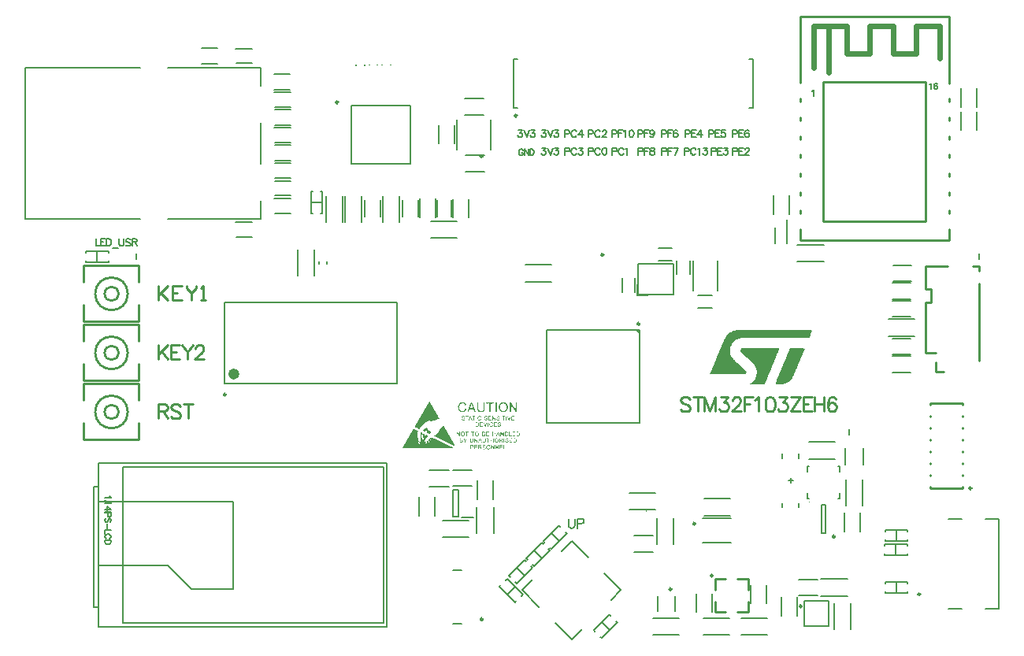
<source format=gto>
G04*
G04 #@! TF.GenerationSoftware,Altium Limited,Altium Designer,24.0.1 (36)*
G04*
G04 Layer_Color=65535*
%FSLAX44Y44*%
%MOMM*%
G71*
G04*
G04 #@! TF.SameCoordinates,043D453D-7082-4CC0-88CE-E1747F565096*
G04*
G04*
G04 #@! TF.FilePolarity,Positive*
G04*
G01*
G75*
%ADD10C,0.2540*%
%ADD11C,0.2500*%
%ADD12C,0.1000*%
%ADD13C,0.6000*%
%ADD14C,0.2000*%
%ADD15C,0.1500*%
%ADD16C,0.2032*%
%ADD17C,0.1524*%
%ADD18C,0.1270*%
%ADD19R,0.1500X0.8000*%
G36*
X697890Y482572D02*
X694022Y486440D01*
X697890D01*
Y482572D01*
D02*
G37*
G36*
X882089Y486024D02*
X882342Y485770D01*
X882533Y485707D01*
X882659Y485200D01*
X882533Y483805D01*
X881392Y481397D01*
X881265Y480890D01*
X880948Y480066D01*
X880758Y479876D01*
X880124Y478481D01*
X879997Y478228D01*
X879680Y477911D01*
X878793Y477784D01*
X877272D01*
X806920Y477657D01*
X806540Y477531D01*
X804575Y477341D01*
X803561Y476960D01*
X802864Y476643D01*
X802040Y476326D01*
X801850Y476136D01*
X801596Y476009D01*
X799948Y475122D01*
X799631Y474805D01*
X799505Y474552D01*
X799188Y474235D01*
X798934Y474108D01*
X798491Y473665D01*
X798364Y473411D01*
X798047Y473094D01*
X797793Y472967D01*
X797603Y472777D01*
X797476Y472524D01*
X796843Y471383D01*
X796336Y470622D01*
X795955Y469735D01*
X795322Y468340D01*
X795195Y467453D01*
X795068Y466946D01*
X794878Y465488D01*
X794815Y464157D01*
X794941Y463777D01*
X795068Y460988D01*
X795322Y460355D01*
X796082Y458707D01*
X796843Y457312D01*
X797350Y456805D01*
X797983Y455664D01*
X798237Y455411D01*
X798364Y455157D01*
X799314Y454207D01*
X799568Y454080D01*
X799758Y453890D01*
X799885Y453636D01*
X800202Y453319D01*
X800455Y453193D01*
X801596Y452052D01*
X801850Y451925D01*
X802864Y450911D01*
X803117Y450784D01*
X804258Y449643D01*
X804512Y449517D01*
X804955Y449073D01*
X805019Y448883D01*
X805272Y448756D01*
X805652Y448376D01*
X805906Y448249D01*
X806096Y448059D01*
X806223Y447805D01*
X806540Y447489D01*
X806793Y447362D01*
X808061Y446094D01*
X808314Y445967D01*
X810596Y443686D01*
X810850Y443559D01*
X811927Y442481D01*
X812434Y441341D01*
X812307Y440200D01*
X811674Y439059D01*
X810850Y438742D01*
X809202Y438615D01*
X773582Y438742D01*
X773392Y438932D01*
X773265Y439439D01*
X773392Y440326D01*
X774153Y441467D01*
X774533Y442735D01*
X774850Y443559D01*
X775357Y444319D01*
X775547Y444890D01*
X775674Y445397D01*
X775864Y446094D01*
X776371Y446855D01*
X776688Y447425D01*
X776878Y448249D01*
X777258Y449263D01*
X777765Y450024D01*
X778209Y451481D01*
X778526Y452305D01*
X778843Y452622D01*
X779096Y453256D01*
X779350Y454270D01*
X780364Y456425D01*
X780934Y458009D01*
X781505Y458960D01*
X781758Y459848D01*
X782138Y460862D01*
X782645Y461622D01*
X782899Y462636D01*
X783152Y463270D01*
X784040Y465172D01*
X784293Y465805D01*
X784483Y466502D01*
X785181Y467834D01*
X785307Y468340D01*
X785751Y469545D01*
X785941Y469735D01*
X786448Y470876D01*
X786638Y471573D01*
X787272Y472967D01*
X787843Y474298D01*
X787969Y474805D01*
X788857Y476707D01*
X789047Y477404D01*
X789491Y478101D01*
X790124Y478988D01*
X790378Y479622D01*
X790885Y480509D01*
X792850Y482474D01*
X793103Y482601D01*
X793800Y483172D01*
X793990Y483362D01*
X794244Y483488D01*
X795638Y484249D01*
X796399Y484756D01*
X797603Y485200D01*
X798681Y485643D01*
X799188Y485770D01*
X800455Y485897D01*
X800836Y486024D01*
X803244Y486150D01*
X882089Y486024D01*
D02*
G37*
G36*
X874103Y466756D02*
X874737Y466376D01*
X874927Y466186D01*
X875054Y465805D01*
X874547Y464918D01*
X874293Y464664D01*
X873976Y463207D01*
X873342Y462193D01*
X873026Y461496D01*
X872772Y460481D01*
X872011Y459087D01*
X871758Y458453D01*
X871504Y457439D01*
X870997Y456552D01*
X870617Y455664D01*
X870490Y455157D01*
X870173Y454333D01*
X869603Y453383D01*
X869349Y452749D01*
X869159Y452052D01*
X868906Y451418D01*
X868716Y450974D01*
X868335Y450341D01*
X868082Y449707D01*
X867828Y448693D01*
X867195Y447679D01*
X866941Y446791D01*
X866624Y445967D01*
X865673Y443876D01*
X865357Y443052D01*
X865103Y442418D01*
X864406Y440834D01*
X864279Y440326D01*
X863392Y438425D01*
X862948Y437221D01*
X861871Y435256D01*
X861744Y434876D01*
X861110Y433988D01*
X860983Y433481D01*
X860413Y432784D01*
X860159Y432531D01*
X859906Y432404D01*
X859272Y431770D01*
X859018Y431643D01*
X857878Y430756D01*
X857624Y430503D01*
X854202Y428855D01*
X853378Y428538D01*
X852871Y428411D01*
X852173Y428221D01*
X850018Y427967D01*
X849511Y427841D01*
X844314Y427967D01*
X844061Y428221D01*
X843871Y428284D01*
X843744Y428791D01*
X843871Y430312D01*
X844758Y431707D01*
X844948Y432404D01*
X845202Y433418D01*
X845265Y433608D01*
X845328Y433672D01*
X845835Y434432D01*
X846152Y435256D01*
X846342Y436080D01*
X846596Y436714D01*
X846786Y436904D01*
X846913Y437158D01*
X847293Y438045D01*
X847420Y438552D01*
X847864Y439756D01*
X848054Y439946D01*
X848180Y440200D01*
X848561Y441087D01*
X848814Y442101D01*
X849448Y443242D01*
X849702Y443876D01*
X849828Y444383D01*
X850145Y445207D01*
X850842Y446538D01*
X851603Y448693D01*
X852110Y449453D01*
X852364Y450467D01*
X852681Y451291D01*
X853251Y452242D01*
X853441Y452939D01*
X853821Y453953D01*
X854202Y454714D01*
X854519Y455411D01*
X854772Y456045D01*
X854899Y456552D01*
X855786Y458453D01*
X855913Y458960D01*
X856230Y459784D01*
X856800Y460862D01*
X857117Y461686D01*
X857497Y462700D01*
X857688Y463143D01*
X858321Y464538D01*
X858638Y465362D01*
X859526Y466502D01*
X860159Y466756D01*
X860666Y466883D01*
X874103Y466756D01*
D02*
G37*
G36*
X847103D02*
X847420Y466439D01*
X847547Y465932D01*
X847356Y465108D01*
X846976Y464094D01*
X846659Y463650D01*
X846279Y462763D01*
X846026Y461749D01*
X845012Y459594D01*
X844885Y459087D01*
X844504Y458073D01*
X843997Y457312D01*
X843744Y456425D01*
X843617Y455918D01*
X843300Y455094D01*
X843110Y454904D01*
X842983Y454650D01*
X842603Y453763D01*
X842349Y452876D01*
X842033Y452052D01*
X841842Y451862D01*
X841716Y451608D01*
X841335Y450721D01*
X841082Y449707D01*
X840448Y448566D01*
X840195Y447932D01*
X839497Y445967D01*
X839307Y445777D01*
X838927Y444890D01*
X838673Y444003D01*
X838357Y443179D01*
X838166Y442989D01*
X837786Y442101D01*
X837659Y441594D01*
X837343Y440770D01*
X836645Y439312D01*
X836392Y438679D01*
X835948Y437474D01*
X835505Y436651D01*
X835251Y436017D01*
X835061Y435193D01*
X834490Y434115D01*
X834110Y433228D01*
X833667Y432024D01*
X833413Y431390D01*
X832969Y430566D01*
X832526Y429362D01*
X832209Y428918D01*
X831512Y428221D01*
X830878Y427967D01*
X829610Y427841D01*
X816300Y427967D01*
X816110Y428158D01*
X815983Y428538D01*
X816300Y428855D01*
X816934Y429108D01*
X818075Y429742D01*
X818455Y430122D01*
X818709Y430249D01*
X818962Y430503D01*
X819216Y430629D01*
X819406Y430820D01*
X819533Y431073D01*
X819723Y431263D01*
X819976Y431390D01*
X820547Y431960D01*
X820800Y432594D01*
X820927Y432848D01*
X821688Y433988D01*
X821941Y434622D01*
X822258Y435446D01*
X822829Y436777D01*
X823082Y437791D01*
X823272Y438869D01*
X823399Y439376D01*
X823526Y440136D01*
X823716Y441848D01*
X823526Y442798D01*
X823272Y443812D01*
X823145Y444446D01*
X822892Y445080D01*
X822195Y446538D01*
X821941Y447172D01*
X821434Y448059D01*
X820800Y448946D01*
X820420Y449580D01*
X819533Y450467D01*
X819406Y450721D01*
X819216Y450911D01*
X818962Y451038D01*
X817695Y452305D01*
X817441Y452432D01*
X817124Y452749D01*
X816998Y453003D01*
X816681Y453319D01*
X816427Y453446D01*
X815160Y454714D01*
X814906Y454841D01*
X814462Y455284D01*
X814335Y455538D01*
X813575Y456045D01*
X813321Y456298D01*
X813195Y456552D01*
X812878Y456869D01*
X812624Y456996D01*
X811357Y458263D01*
X811103Y458390D01*
X810659Y458834D01*
X810533Y459087D01*
X810089Y459404D01*
X809836Y459657D01*
X809645Y459721D01*
X809519Y459974D01*
X809075Y460418D01*
X808821Y460545D01*
X807554Y461812D01*
X807300Y461939D01*
X806350Y462890D01*
X805969Y463777D01*
X806096Y465298D01*
X806666Y465995D01*
X807174Y466502D01*
X808061Y466756D01*
X808948Y466883D01*
X840638D01*
X847103Y466756D01*
D02*
G37*
G36*
X535820Y408448D02*
X536673Y408425D01*
X536744Y408448D01*
X537514Y408413D01*
X537573Y408401D01*
X537644Y408425D01*
X537715Y408401D01*
X537786Y408425D01*
X540629Y408401D01*
X540676Y408354D01*
X540724Y408330D01*
X540830Y408152D01*
X540854Y407939D01*
X540830Y407868D01*
X540807Y407489D01*
X540688Y407323D01*
X540653Y407288D01*
X540605Y407264D01*
X540487Y407217D01*
X538343Y407205D01*
X538106Y407228D01*
X537999Y407240D01*
X537928Y407217D01*
X537762Y407193D01*
X537597Y407098D01*
X537514Y407015D01*
X537466Y406826D01*
Y402893D01*
Y402869D01*
X537454Y399494D01*
X537478Y399257D01*
X537490Y398984D01*
X537466Y398913D01*
X537443Y398392D01*
X537324Y398226D01*
X537265Y398167D01*
X537075Y398120D01*
X536732Y398155D01*
X536317Y398191D01*
X536234Y398274D01*
X536187Y398439D01*
X536175Y399304D01*
X536187Y399529D01*
X536163Y399600D01*
X536187Y400192D01*
X536175Y401981D01*
X536187Y402064D01*
X536163Y402135D01*
X536175Y405464D01*
X536163Y405736D01*
X536187Y405807D01*
X536163Y406376D01*
X536187Y406447D01*
X536163Y406968D01*
X536069Y407134D01*
X535962Y407193D01*
X535867Y407217D01*
X534884Y407228D01*
X533297Y407205D01*
X533285Y407193D01*
X533214Y407217D01*
X533107Y407205D01*
X532989Y407228D01*
X532918Y407299D01*
X532835Y407525D01*
X532811Y407643D01*
X532799Y407868D01*
X532823Y407939D01*
X532847Y408176D01*
X532942Y408342D01*
X533001Y408401D01*
X533167Y408448D01*
X533759Y408425D01*
X535145Y408413D01*
X535287Y408437D01*
X535476Y408460D01*
X535749Y408472D01*
X535820Y408448D01*
D02*
G37*
G36*
X507700Y408591D02*
X508079Y408567D01*
X508197Y408520D01*
X508363Y408472D01*
X508553Y408425D01*
X508707Y408389D01*
X508801Y408366D01*
X508920Y408318D01*
X509216Y408188D01*
X509370Y408129D01*
X509619Y407951D01*
X509666Y407927D01*
X509832Y407809D01*
X509879Y407785D01*
X510081Y407631D01*
X510104Y407584D01*
X510247Y407442D01*
X510270Y407394D01*
X510484Y407181D01*
X510507Y407134D01*
X510602Y406992D01*
X510744Y406731D01*
X510851Y406601D01*
X510957Y406423D01*
X510981Y406328D01*
X511099Y406068D01*
X511147Y405902D01*
X511123Y405736D01*
X511017Y405606D01*
X510851Y405535D01*
X510543Y405487D01*
X510330Y405392D01*
X510116Y405416D01*
X509903Y405535D01*
X509820Y405594D01*
X509796Y405641D01*
X509749Y405689D01*
X509725Y405783D01*
X509702Y405854D01*
X509619Y406079D01*
X509536Y406210D01*
X509417Y406376D01*
X509370Y406494D01*
X509299Y406613D01*
X509216Y406696D01*
X509169Y406719D01*
X509003Y406814D01*
X508790Y407027D01*
X508742Y407051D01*
X508695Y407098D01*
X508647Y407122D01*
X508387Y407240D01*
X508020Y407371D01*
X507818Y407453D01*
X507724Y407477D01*
X507297Y407453D01*
X507226Y407477D01*
X506681Y407453D01*
X506610Y407430D01*
X506397Y407406D01*
X506326Y407382D01*
X506172Y407323D01*
X505816Y407181D01*
X505402Y406980D01*
X505070Y406743D01*
X505023Y406719D01*
X504869Y406613D01*
X504845Y406565D01*
X504774Y406494D01*
X504751Y406447D01*
X504703Y406399D01*
X504679Y406352D01*
X504632Y406305D01*
X504561Y406186D01*
X504442Y406020D01*
X504419Y405949D01*
X504407Y405937D01*
X504111Y405310D01*
X504063Y405144D01*
X504040Y405049D01*
X503992Y404930D01*
X503945Y404741D01*
X503921Y404433D01*
X503898Y404196D01*
X503850Y404007D01*
X503815Y403782D01*
X503791Y403592D01*
X503779Y403509D01*
X503803Y403438D01*
X503838Y402929D01*
X503862Y402715D01*
X503969Y401875D01*
X503992Y401661D01*
X504063Y401543D01*
X504087Y401377D01*
X504111Y401282D01*
X504135Y401164D01*
X504229Y400998D01*
X504490Y400500D01*
X504585Y400406D01*
X504608Y400358D01*
X504774Y400192D01*
X504798Y400145D01*
X504952Y399920D01*
X505047Y399825D01*
X505094Y399802D01*
X505141Y399754D01*
X505189Y399731D01*
X505307Y399612D01*
X505674Y399482D01*
X505828Y399399D01*
X505947Y399352D01*
X506255Y399209D01*
X506444Y399162D01*
X506906Y399127D01*
X507333Y399150D01*
X507510Y399162D01*
X507581Y399138D01*
X507866Y399162D01*
X508079Y399257D01*
X508434Y399423D01*
X508790Y399612D01*
X508920Y399719D01*
X509192Y399991D01*
X509240Y400015D01*
X509394Y400121D01*
X509417Y400169D01*
X509512Y400311D01*
X509702Y400666D01*
X509796Y400808D01*
X509820Y400856D01*
X509915Y401069D01*
X509962Y401188D01*
X510010Y401377D01*
X510069Y401531D01*
X510187Y401650D01*
X510353Y401697D01*
X510543Y401673D01*
X510709Y401602D01*
X510803Y401578D01*
X510933Y401543D01*
X510993Y401484D01*
X511040Y401460D01*
X511087Y401413D01*
X511253Y401318D01*
X511313Y401188D01*
X511289Y400951D01*
X511218Y400785D01*
X511170Y400666D01*
X511147Y400572D01*
X511087Y400418D01*
X511040Y400299D01*
X511005Y400264D01*
X510981Y400216D01*
X510933Y400169D01*
X510744Y399813D01*
X510649Y399719D01*
X510626Y399671D01*
X510531Y399529D01*
X510436Y399363D01*
X510365Y399292D01*
X510341Y399245D01*
X510140Y399044D01*
X510093Y399020D01*
X509998Y398925D01*
X509950Y398901D01*
X509820Y398795D01*
X509761Y398736D01*
X509714Y398712D01*
X509571Y398617D01*
X509358Y398499D01*
X509145Y398404D01*
X508991Y398345D01*
X508647Y398191D01*
X508517Y398155D01*
X508245Y398072D01*
X508055Y398025D01*
X506373Y398001D01*
X506302Y398025D01*
X506089Y398049D01*
X505970Y398096D01*
X505805Y398120D01*
X505592Y398167D01*
X505449Y398262D01*
X505319Y398297D01*
X505212Y398333D01*
X505118Y398357D01*
X504987Y398392D01*
X504869Y398439D01*
X504833Y398475D01*
X504786Y398499D01*
X504620Y398617D01*
X504573Y398641D01*
X504348Y398795D01*
X504265Y398854D01*
X504052Y399067D01*
X504004Y399091D01*
X503945Y399150D01*
X503921Y399198D01*
X503874Y399245D01*
X503850Y399292D01*
X503791Y399352D01*
X503744Y399375D01*
X503637Y399482D01*
X503613Y399529D01*
X503542Y399648D01*
X503519Y399695D01*
X503412Y399825D01*
X503353Y399885D01*
X503329Y399932D01*
X503234Y400098D01*
X502950Y400643D01*
X502855Y400856D01*
X502808Y401045D01*
X502772Y401223D01*
X502725Y401342D01*
X502618Y401590D01*
X502595Y401875D01*
X502571Y401946D01*
X502524Y402230D01*
X502500Y402396D01*
X502464Y402881D01*
X502453Y403841D01*
X502476Y403912D01*
X502500Y404480D01*
X502524Y404552D01*
X502583Y404800D01*
X502607Y404919D01*
X502630Y405061D01*
X502654Y405156D01*
X502749Y405298D01*
X502772Y405392D01*
X502796Y405606D01*
X502820Y405748D01*
X502891Y405937D01*
X503021Y406139D01*
X503116Y406281D01*
X503305Y406636D01*
X503412Y406767D01*
X503471Y406849D01*
X503519Y406897D01*
X503542Y406944D01*
X503613Y407015D01*
X503637Y407063D01*
X503708Y407134D01*
X503732Y407181D01*
X503862Y407311D01*
X503909Y407335D01*
X504158Y407513D01*
X504182Y407560D01*
X504383Y407761D01*
X504786Y407975D01*
X504916Y408081D01*
X505118Y408188D01*
X505236Y408235D01*
X505473Y408306D01*
X505568Y408330D01*
X505864Y408437D01*
X506053Y408484D01*
X506172Y408508D01*
X506302Y408543D01*
X506397Y408567D01*
X506835Y408602D01*
X507629Y408614D01*
X507700Y408591D01*
D02*
G37*
G36*
X565503Y408448D02*
X565645Y408354D01*
X565811Y408259D01*
X565871Y408200D01*
Y408176D01*
X565918Y408058D01*
X565942Y406115D01*
X565918Y404030D01*
X565942Y402159D01*
X565930Y400583D01*
X565942Y399482D01*
X565918Y399411D01*
X565930Y398475D01*
X565882Y398357D01*
X565847Y398321D01*
X565823Y398274D01*
X565740Y398191D01*
X565622Y398143D01*
X565456Y398096D01*
X565172Y398167D01*
X565077Y398143D01*
X564840Y398120D01*
X564674Y398214D01*
X564627Y398262D01*
X564579Y398285D01*
X564283Y398582D01*
X564260Y398629D01*
X564141Y398747D01*
X564117Y398795D01*
X564046Y398866D01*
X563975Y399032D01*
X563833Y399292D01*
X563727Y399423D01*
X563620Y399624D01*
X563525Y399790D01*
X563478Y399837D01*
X563454Y399885D01*
X563383Y399956D01*
X563359Y400003D01*
X563265Y400169D01*
X563146Y400335D01*
X563122Y400382D01*
X563004Y400548D01*
X562980Y400595D01*
X562862Y400761D01*
X562720Y401022D01*
X562672Y401069D01*
X562649Y401116D01*
X562530Y401235D01*
X562506Y401282D01*
X562412Y401424D01*
X562317Y401590D01*
X562246Y401661D01*
X562222Y401709D01*
X562104Y401875D01*
X562080Y401922D01*
X561962Y402088D01*
X561772Y402443D01*
X561630Y402585D01*
X561606Y402633D01*
X561559Y402680D01*
X561535Y402727D01*
X561417Y402941D01*
X561369Y402988D01*
X561346Y403035D01*
X561298Y403083D01*
X561275Y403130D01*
X561204Y403201D01*
X561038Y403509D01*
X560706Y404007D01*
X560682Y404054D01*
X560564Y404267D01*
X560446Y404433D01*
X560422Y404480D01*
X560327Y404623D01*
X560232Y404788D01*
X560185Y404836D01*
X560161Y404883D01*
X560114Y404930D01*
X560090Y404978D01*
X559995Y405144D01*
X559806Y405333D01*
X559758Y405452D01*
X559652Y405653D01*
X559486Y405724D01*
X559391Y405700D01*
X559308Y405617D01*
X559261Y405452D01*
X559249Y405298D01*
X559261Y405262D01*
X559237Y405215D01*
X559261Y405144D01*
X559237Y404836D01*
X559261Y403793D01*
X559237Y403722D01*
X559261Y399198D01*
X559285Y399127D01*
X559261Y398961D01*
X559237Y398653D01*
X559214Y398368D01*
X559107Y398238D01*
X559060Y398191D01*
X558965Y398167D01*
X558894Y398143D01*
X558633Y398120D01*
X558562Y398143D01*
X558385Y398155D01*
X558183Y398143D01*
X558065Y398214D01*
X558005Y398274D01*
X557970Y398404D01*
X557946Y398807D01*
X557934Y399150D01*
X557958Y399221D01*
X557982Y399458D01*
X557958Y399624D01*
X557934Y399719D01*
X557958Y400240D01*
X557934Y400311D01*
X557958Y400382D01*
X557946Y401484D01*
X557958Y404433D01*
X557934Y404504D01*
X557958Y406589D01*
X557934Y407678D01*
X557911Y407750D01*
X557934Y408058D01*
X557958Y408129D01*
X558053Y408294D01*
X558136Y408377D01*
X558231Y408401D01*
X558396Y408425D01*
X559012Y408448D01*
X559083Y408425D01*
X559178Y408401D01*
X559403Y408247D01*
X559545Y408105D01*
X559569Y408058D01*
X559616Y408010D01*
X559640Y407963D01*
X559687Y407915D01*
X559782Y407750D01*
X559830Y407702D01*
X559948Y407489D01*
X560066Y407323D01*
X560090Y407276D01*
X560137Y407228D01*
X560303Y406921D01*
X560351Y406873D01*
X560374Y406826D01*
X560517Y406684D01*
X560540Y406636D01*
X560611Y406470D01*
X560730Y406257D01*
X560967Y406020D01*
X561026Y405866D01*
X561073Y405748D01*
X561133Y405665D01*
X561239Y405535D01*
X561275Y405499D01*
X561298Y405452D01*
X561346Y405404D01*
X561441Y405238D01*
X561559Y405049D01*
X561583Y405002D01*
X561677Y404836D01*
X561796Y404670D01*
X561819Y404623D01*
X561867Y404575D01*
X561891Y404528D01*
X562056Y404315D01*
X562104Y404267D01*
X562222Y404054D01*
X562459Y403722D01*
X562578Y403509D01*
X562743Y403272D01*
X562862Y403059D01*
X562980Y402941D01*
X563004Y402893D01*
X563051Y402846D01*
X563194Y402585D01*
X563430Y402230D01*
X563478Y402183D01*
X563502Y402135D01*
X563620Y401969D01*
X563833Y401567D01*
X563904Y401496D01*
X564094Y401140D01*
X564188Y401045D01*
X564212Y400998D01*
X564331Y400880D01*
X564354Y400832D01*
X564437Y400749D01*
X564532Y400726D01*
X564639Y400808D01*
X564662Y400856D01*
X564710Y400974D01*
X564698Y402597D01*
X564710Y403106D01*
X564686Y403177D01*
X564698Y405511D01*
X564686Y405689D01*
X564710Y405760D01*
X564686Y405831D01*
X564698Y406696D01*
X564686Y406778D01*
X564710Y406849D01*
X564698Y406980D01*
X564710Y406992D01*
X564686Y407063D01*
X564710Y408129D01*
X564816Y408330D01*
X564864Y408354D01*
X564982Y408401D01*
X565077Y408425D01*
X565290Y408448D01*
X565361Y408472D01*
X565503Y408448D01*
D02*
G37*
G36*
X530632Y408425D02*
X530774Y408401D01*
X530940Y408306D01*
X530975Y408271D01*
X530999Y408223D01*
X531046Y408105D01*
X531070Y407868D01*
X531058Y402645D01*
X531070Y401922D01*
X531046Y401851D01*
X530987Y401057D01*
X530963Y400868D01*
X530904Y400477D01*
X530667Y399979D01*
X530561Y399683D01*
X530442Y399494D01*
X530312Y399363D01*
X530288Y399316D01*
X530217Y399245D01*
X530193Y399198D01*
X530028Y398984D01*
X529968Y398925D01*
X529921Y398901D01*
X529791Y398795D01*
X529708Y398736D01*
X529566Y398593D01*
X529518Y398570D01*
X529400Y398451D01*
X529352Y398428D01*
X529187Y398357D01*
X528962Y398274D01*
X528831Y398214D01*
X528677Y398179D01*
X528535Y398155D01*
X528121Y398025D01*
X527813Y398001D01*
X527718Y398025D01*
X527126Y398001D01*
X526107Y398025D01*
X526036Y398049D01*
X525870Y398072D01*
X525645Y398108D01*
X525503Y398203D01*
X525349Y398262D01*
X525112Y398333D01*
X525017Y398357D01*
X524899Y398404D01*
X524851Y398428D01*
X524543Y398641D01*
X524378Y398736D01*
X524330Y398783D01*
X524283Y398807D01*
X523998Y399091D01*
X523963Y399103D01*
X523939Y399150D01*
X523892Y399198D01*
X523868Y399245D01*
X523762Y399375D01*
X523631Y399624D01*
X523465Y399979D01*
X523418Y400098D01*
X523359Y400252D01*
X523323Y400358D01*
X523300Y400524D01*
X523276Y400619D01*
X523252Y400785D01*
X523229Y400880D01*
X523193Y401034D01*
X523169Y401152D01*
X523134Y401472D01*
X523087Y401756D01*
X523063Y402917D01*
X523075Y407596D01*
X523063Y408058D01*
X523087Y408129D01*
X523146Y408283D01*
X523241Y408377D01*
X523406Y408425D01*
X523844Y408437D01*
X523987Y408413D01*
X524212Y408377D01*
X524342Y408271D01*
X524389Y408152D01*
X524413Y407986D01*
Y407655D01*
Y407631D01*
X524437Y401472D01*
X524460Y401401D01*
X524484Y401164D01*
X524508Y401069D01*
X524543Y400891D01*
X524614Y400702D01*
X524650Y400595D01*
X524697Y400429D01*
X524757Y400275D01*
X524816Y400216D01*
X524840Y400169D01*
X525053Y399956D01*
X525076Y399908D01*
X525242Y399695D01*
X525278Y399660D01*
X525325Y399636D01*
X525491Y399565D01*
X525586Y399541D01*
X525704Y399494D01*
X525917Y399399D01*
X526320Y399209D01*
X526604Y399162D01*
X527789Y399186D01*
X527907Y399233D01*
X528061Y399292D01*
X528180Y399340D01*
X528594Y399517D01*
X528902Y399683D01*
X528950Y399731D01*
X528997Y399754D01*
X529127Y399885D01*
X529151Y399932D01*
X529258Y400062D01*
X529341Y400145D01*
X529412Y400311D01*
X529577Y400832D01*
X529613Y400986D01*
X529660Y401176D01*
X529684Y401294D01*
X529731Y401602D01*
X529755Y401863D01*
X529767Y407560D01*
X529743Y407631D01*
X529767Y408081D01*
X529885Y408294D01*
X529968Y408377D01*
X530087Y408425D01*
X530182Y408448D01*
X530632Y408425D01*
D02*
G37*
G36*
X516844D02*
X517413Y408401D01*
X517579Y408283D01*
X517614Y408247D01*
X517851Y407750D01*
X517946Y407513D01*
X518017Y407347D01*
X518112Y407134D01*
X518159Y406944D01*
X518301Y406684D01*
X518420Y406423D01*
X518455Y406269D01*
X518479Y406174D01*
X518574Y405914D01*
X518633Y405807D01*
X518727Y405594D01*
X518775Y405428D01*
X518846Y405238D01*
X519154Y404599D01*
X519201Y404433D01*
X519237Y404303D01*
X519260Y404208D01*
X519308Y404090D01*
X519509Y403722D01*
X519545Y403568D01*
X519568Y403474D01*
X519628Y403272D01*
X519711Y403047D01*
X519912Y402680D01*
X519959Y402561D01*
X520019Y402408D01*
X520066Y402289D01*
X520185Y402029D01*
X520244Y401875D01*
X520291Y401685D01*
X520339Y401567D01*
X520398Y401413D01*
X520445Y401294D01*
X520575Y401045D01*
X520670Y400808D01*
X520706Y400678D01*
X520800Y400418D01*
X520954Y400121D01*
X521026Y399885D01*
X521061Y399731D01*
X521203Y399494D01*
X521262Y399340D01*
X521310Y399221D01*
X521333Y399127D01*
X521452Y398866D01*
X521487Y398736D01*
X521511Y398641D01*
X521558Y398404D01*
X521570Y398368D01*
X521511Y398238D01*
X521464Y398214D01*
X521345Y398167D01*
X521108Y398143D01*
X520800Y398120D01*
X520729Y398143D01*
X520398Y398167D01*
X520267Y398274D01*
X520161Y398404D01*
X520113Y398428D01*
X520078Y398463D01*
X520054Y398511D01*
X519983Y398676D01*
X519924Y398949D01*
X519900Y399044D01*
X519853Y399162D01*
X519711Y399399D01*
X519675Y399529D01*
X519592Y399754D01*
X519486Y400003D01*
X519450Y400157D01*
X519403Y400275D01*
X519272Y400572D01*
X519154Y400903D01*
Y400927D01*
X519059Y401093D01*
X518929Y401223D01*
X518810Y401270D01*
X517863Y401294D01*
X516027Y401282D01*
X515257Y401294D01*
X515186Y401270D01*
X514878Y401247D01*
X514712Y401128D01*
X514605Y400880D01*
X514546Y400607D01*
X514499Y400489D01*
X514369Y400287D01*
X514274Y400074D01*
X514250Y399837D01*
X514226Y399742D01*
X514167Y399588D01*
X514013Y399292D01*
X513966Y399174D01*
X513907Y398901D01*
X513871Y398795D01*
X513788Y398570D01*
X513741Y398451D01*
X513682Y398368D01*
X513575Y398262D01*
X513409Y398191D01*
X513255Y398155D01*
X513137Y398131D01*
X512770Y398120D01*
X512698Y398143D01*
X512556Y398167D01*
X512426Y398250D01*
X512402Y398297D01*
X512379Y398368D01*
X512402Y398676D01*
X512710Y399316D01*
X512758Y399482D01*
X512805Y399671D01*
X512852Y399837D01*
X512876Y399932D01*
X513160Y400524D01*
X513208Y400714D01*
X513314Y401010D01*
X513421Y401211D01*
X513480Y401365D01*
X513504Y401507D01*
X513528Y401626D01*
X513551Y401721D01*
X513599Y401839D01*
X513705Y402017D01*
X513800Y402230D01*
X513847Y402348D01*
X513883Y402502D01*
X513918Y402633D01*
X513978Y402787D01*
X514132Y403083D01*
X514191Y403237D01*
X514215Y403331D01*
X514274Y403533D01*
X514309Y403687D01*
X514357Y403805D01*
X514463Y404007D01*
X514558Y404220D01*
X514629Y404457D01*
X514665Y404587D01*
X514736Y404776D01*
X514878Y405013D01*
X514913Y405049D01*
X514961Y405215D01*
X514996Y405440D01*
X515020Y405535D01*
X515115Y405771D01*
X515233Y405961D01*
X515316Y406162D01*
X515352Y406316D01*
X515375Y406435D01*
X515447Y406624D01*
X515541Y406861D01*
X515601Y407015D01*
X515683Y407240D01*
X515731Y407359D01*
X515814Y407560D01*
X515837Y407655D01*
X515885Y407821D01*
X515944Y407975D01*
X516062Y408164D01*
X516252Y408354D01*
X516465Y408448D01*
X516560Y408472D01*
X516844Y408425D01*
D02*
G37*
G36*
X543638D02*
X543768Y408389D01*
X543981Y408271D01*
X544005Y408223D01*
X544052Y408105D01*
X544076Y408010D01*
X544040Y407690D01*
X544028Y407347D01*
X544052Y407276D01*
X544064Y399399D01*
X544052Y399079D01*
X544076Y399008D01*
X544052Y398534D01*
X543910Y398274D01*
X543851Y398214D01*
X543803Y398191D01*
X543661Y398096D01*
X543448Y398120D01*
X543377Y398143D01*
X543282Y398167D01*
X543187Y398143D01*
X542951Y398120D01*
X542844Y398203D01*
X542797Y398321D01*
X542749Y398487D01*
X542725Y398700D01*
X542749Y398771D01*
X542725Y399221D01*
X542749Y399885D01*
X542725Y399956D01*
X542749Y400406D01*
X542737Y401863D01*
X542749Y404741D01*
Y404765D01*
X542737Y406435D01*
X542749Y406944D01*
X542725Y407015D01*
X542749Y408129D01*
X542797Y408247D01*
X542820Y408294D01*
X542879Y408377D01*
X542927Y408401D01*
X543045Y408448D01*
X543638Y408425D01*
D02*
G37*
G36*
X551313Y408614D02*
X552000Y408591D01*
X552071Y408567D01*
X552225Y408531D01*
X552415Y408484D01*
X552592Y408401D01*
X552805Y408306D01*
X552995Y408259D01*
X553185Y408235D01*
X553410Y408081D01*
X553469Y408022D01*
X553516Y407998D01*
X553658Y407904D01*
X553919Y407761D01*
X553966Y407714D01*
X554014Y407690D01*
X554132Y407572D01*
X554179Y407548D01*
X554227Y407501D01*
X554274Y407477D01*
X554405Y407371D01*
X554594Y407181D01*
X554618Y407134D01*
X554807Y406944D01*
X554926Y406731D01*
X555092Y406565D01*
X555115Y406518D01*
X555305Y406162D01*
X555423Y405997D01*
X555518Y405783D01*
X555565Y405665D01*
X555589Y405570D01*
X555625Y405440D01*
X555672Y405132D01*
X555696Y405037D01*
X555814Y404776D01*
X555873Y404623D01*
X555897Y404528D01*
X555944Y404054D01*
X555968Y403462D01*
X555992Y403154D01*
X555968Y402846D01*
X555944Y402467D01*
X555921Y402111D01*
X555873Y401993D01*
X555779Y401685D01*
X555731Y401519D01*
X555672Y401365D01*
X555636Y401235D01*
X555601Y401081D01*
X555577Y400962D01*
X555530Y400844D01*
X555494Y400761D01*
X555400Y400619D01*
X555305Y400406D01*
X555246Y400252D01*
X555210Y400216D01*
X555186Y400169D01*
X555032Y399967D01*
X554997Y399956D01*
X554973Y399908D01*
X554926Y399861D01*
X554807Y399648D01*
X554594Y399435D01*
X554582Y399399D01*
X554535Y399375D01*
X554381Y399221D01*
X554357Y399174D01*
X554274Y399091D01*
X554239Y399079D01*
X554215Y399032D01*
X554085Y398901D01*
X554037Y398878D01*
X553990Y398830D01*
X553729Y398688D01*
X553564Y398593D01*
X553421Y398499D01*
X553303Y398451D01*
X553208Y398428D01*
X552841Y398297D01*
X552663Y398214D01*
X552450Y398120D01*
X552355Y398096D01*
X551964Y398060D01*
X551846Y398037D01*
X551704Y398013D01*
X551491Y397989D01*
X550839Y397977D01*
X550768Y398001D01*
X550129Y398072D01*
X549868Y398096D01*
X549749Y398143D01*
X549619Y398179D01*
X549501Y398226D01*
X549252Y398333D01*
X549133Y398380D01*
X548826Y398522D01*
X548565Y398665D01*
X548435Y398771D01*
X548376Y398830D01*
X548328Y398854D01*
X548186Y398949D01*
X548139Y398973D01*
X548008Y399079D01*
X547866Y399221D01*
X547842Y399269D01*
X547688Y399423D01*
X547641Y399446D01*
X547594Y399494D01*
X547570D01*
X547558Y399506D01*
X547392Y399671D01*
X547298Y399837D01*
X547132Y400050D01*
X547061Y400121D01*
X547037Y400169D01*
X546966Y400240D01*
X546918Y400406D01*
X546871Y400595D01*
X546753Y400808D01*
X546634Y400974D01*
X546563Y401211D01*
X546528Y401436D01*
X546504Y401531D01*
X546480Y401650D01*
X546433Y401934D01*
X546409Y402052D01*
X546314Y402313D01*
X546279Y402443D01*
X546255Y402538D01*
X546231Y402988D01*
X546255Y403059D01*
X546279Y403675D01*
X546303Y403746D01*
X546338Y404090D01*
X546362Y404303D01*
X546433Y404729D01*
X546457Y404824D01*
X546480Y404942D01*
X546528Y405227D01*
X546551Y405321D01*
X546622Y405511D01*
X546741Y405771D01*
X546883Y406127D01*
X547084Y406494D01*
X547309Y406790D01*
X547463Y406944D01*
X547487Y406992D01*
X547582Y407086D01*
X547606Y407134D01*
X547653Y407181D01*
X547677Y407228D01*
X547760Y407288D01*
X547890Y407394D01*
X548210Y407714D01*
X548257Y407738D01*
X548304Y407785D01*
X548352Y407809D01*
X548518Y407904D01*
X548778Y408046D01*
X548920Y408140D01*
X548968Y408164D01*
X549181Y408259D01*
X549276Y408283D01*
X549430Y408318D01*
X549690Y408413D01*
X549809Y408460D01*
X549939Y408520D01*
X550034Y408543D01*
X550200Y408567D01*
X550685Y408626D01*
X551242Y408638D01*
X551313Y408614D01*
D02*
G37*
G36*
X552545Y393737D02*
X553042Y393713D01*
X553125Y393654D01*
X553149Y393559D01*
X553125Y393346D01*
X553042Y393240D01*
X552948Y393216D01*
X552450Y393192D01*
X552426D01*
X552047Y393216D01*
X551929Y393145D01*
X551893Y393109D01*
X551870Y393062D01*
X551822Y392943D01*
X551799Y392849D01*
X551775Y392683D01*
X551763Y392150D01*
X551775Y391664D01*
X551751Y391617D01*
X551775Y391593D01*
X551751Y391522D01*
X551775Y391498D01*
X551751Y391427D01*
X551775Y391380D01*
X551751Y391309D01*
X551775Y391190D01*
X551751Y391167D01*
X551775Y391096D01*
X551763Y390776D01*
X551787Y390326D01*
X551799Y389627D01*
X551775Y389556D01*
X551739Y389426D01*
X551680Y389343D01*
X551597Y389260D01*
X551432Y389236D01*
X551266Y389331D01*
X551183Y389414D01*
X551147Y389544D01*
X551135Y389887D01*
X551159Y389958D01*
X551147Y390776D01*
X551159Y390835D01*
X551135Y390859D01*
X551159Y390906D01*
X551135Y390977D01*
X551159Y392730D01*
X551135Y392801D01*
X551112Y392943D01*
X550993Y393109D01*
X550934Y393168D01*
X550780Y393204D01*
X550650Y393216D01*
X550579Y393192D01*
X549951Y393228D01*
X549832Y393299D01*
X549785Y393417D01*
X549809Y393559D01*
X549915Y393690D01*
X550152Y393761D01*
X550673Y393737D01*
X552438Y393749D01*
X552450Y393737D01*
X552474Y393761D01*
X552545Y393737D01*
D02*
G37*
G36*
X537987Y393749D02*
X538177Y393630D01*
X538224Y393583D01*
X538248Y393488D01*
X538224Y393346D01*
X538141Y393263D01*
X538094Y393240D01*
X537976Y393192D01*
X537312Y393216D01*
X537241Y393192D01*
X536945Y393180D01*
X536542Y393204D01*
X536448Y393228D01*
X536258Y393251D01*
X536140Y393228D01*
X536021Y393180D01*
X535986Y393145D01*
X535938Y393121D01*
X535832Y393014D01*
X535761Y392849D01*
X535713Y392683D01*
X535701Y392505D01*
X535737Y392091D01*
X535844Y391960D01*
X535891Y391913D01*
X536009Y391866D01*
X536104Y391842D01*
X536270Y391818D01*
X536625Y391842D01*
X536696Y391818D01*
X537490Y391806D01*
X537928Y391818D01*
X538035Y391759D01*
X538059Y391712D01*
X538130Y391546D01*
X538106Y391404D01*
X537999Y391297D01*
X537834Y391250D01*
X537371Y391261D01*
X536838Y391250D01*
X536767Y391273D01*
X536554Y391250D01*
X536483Y391273D01*
X536222D01*
X536033Y391250D01*
X535867Y391155D01*
X535832Y391119D01*
X535808Y391072D01*
X535737Y390906D01*
X535713Y390811D01*
X535737Y390645D01*
X535761Y390551D01*
X535737Y390361D01*
X535713Y390290D01*
X535690Y390195D01*
X535713Y389982D01*
X535820Y389852D01*
X535867Y389804D01*
X536104Y389733D01*
X536341Y389710D01*
X536850Y389722D01*
X537040Y389698D01*
X537075Y389686D01*
X537146Y389710D01*
X537916Y389745D01*
X538023Y389757D01*
X538094Y389733D01*
X538224Y389698D01*
X538307Y389639D01*
X538390Y389556D01*
X538414Y389461D01*
X538390Y389366D01*
X538284Y389260D01*
X538236Y389236D01*
X538118Y389189D01*
X538023Y389165D01*
X537703Y389200D01*
X537644Y389212D01*
X537573Y389189D01*
X537123Y389165D01*
X537028Y389189D01*
X536483Y389165D01*
X536412Y389189D01*
X535654Y389212D01*
X535583Y389236D01*
X535382Y389272D01*
X535216Y389366D01*
X535192Y389414D01*
X535121Y389580D01*
X535133Y390989D01*
X535121Y393299D01*
X535145Y393370D01*
X535168Y393536D01*
X535216Y393583D01*
X535239Y393630D01*
X535299Y393690D01*
X535465Y393737D01*
X535915Y393761D01*
X536436Y393737D01*
X536507Y393761D01*
X536886Y393737D01*
X536957Y393761D01*
X537893Y393773D01*
X537987Y393749D01*
D02*
G37*
G36*
X562139Y393737D02*
X562980Y393749D01*
X563063Y393713D01*
X563122Y393654D01*
X563170Y393488D01*
X563146Y393394D01*
X563063Y393263D01*
X562945Y393216D01*
X562779Y393192D01*
X561713Y393216D01*
X561642Y393240D01*
X561405Y393216D01*
X560884Y393192D01*
X560754Y393086D01*
X560682Y393014D01*
X560611Y392778D01*
X560576Y392624D01*
X560552Y392505D01*
X560540Y392375D01*
X560564Y392304D01*
X560600Y392174D01*
X560671Y391984D01*
X560789Y391866D01*
X560979Y391818D01*
X561215Y391795D01*
X561535Y391830D01*
X561725Y391854D01*
X561737Y391866D01*
X561808Y391842D01*
X561938Y391806D01*
X562092Y391795D01*
X562210Y391842D01*
X562684Y391818D01*
X562755Y391795D01*
X562874Y391771D01*
X563028Y391664D01*
X563075Y391546D01*
X563051Y391404D01*
X562968Y391321D01*
X562803Y391273D01*
X562506Y391261D01*
X562400Y391273D01*
X562329Y391250D01*
X561571Y391273D01*
X561500Y391297D01*
X561215Y391273D01*
X561144Y391250D01*
X560801Y391190D01*
X560671Y391107D01*
X560635Y391072D01*
X560588Y390906D01*
X560564Y390503D01*
X560588Y390432D01*
X560611Y389958D01*
X560730Y389793D01*
X560884Y389733D01*
X561405Y389710D01*
X562104Y389698D01*
X562198Y389722D01*
X562471Y389733D01*
X562542Y389710D01*
X562826Y389733D01*
X562897Y389710D01*
X563087Y389686D01*
X563253Y389568D01*
X563288Y389461D01*
X563265Y389319D01*
X563205Y389260D01*
X563040Y389189D01*
X562755Y389165D01*
X562684Y389189D01*
X561677Y389177D01*
X561239Y389189D01*
X561168Y389165D01*
X560836Y389189D01*
X560765Y389212D01*
X560659Y389224D01*
X560469Y389200D01*
X560410Y389189D01*
X560102Y389354D01*
X560043Y389414D01*
X559995Y389603D01*
X560019Y391001D01*
Y391025D01*
X559995Y391404D01*
X560007Y392837D01*
X559995Y393204D01*
X560019Y393275D01*
X560043Y393465D01*
X560137Y393630D01*
X560197Y393690D01*
X560315Y393737D01*
X561547Y393761D01*
X562139Y393737D01*
D02*
G37*
G36*
X511159Y393761D02*
X511455Y393749D01*
X511751Y393761D01*
X511822Y393737D01*
X512710Y393749D01*
X513172Y393737D01*
X513243Y393761D01*
X513670Y393737D01*
X513741Y393690D01*
X513764D01*
X513847Y393607D01*
X513871Y393512D01*
X513847Y393346D01*
X513764Y393263D01*
X513717Y393240D01*
X513599Y393192D01*
X512888Y393216D01*
X512722Y393121D01*
X512663Y393086D01*
X512639Y393038D01*
X512592Y392991D01*
X512521Y392754D01*
X512497Y392588D01*
X512509Y390373D01*
X512485Y390183D01*
X512473Y389840D01*
X512497Y389769D01*
X512473Y389437D01*
X512355Y389272D01*
X512225Y389212D01*
X512094Y389248D01*
X511976Y389366D01*
X511952Y389461D01*
X511928Y389627D01*
X511917Y390278D01*
X511952Y390598D01*
X511928Y390835D01*
X511905Y392872D01*
X511857Y392991D01*
X511786Y393109D01*
X511751Y393145D01*
X511703Y393168D01*
X511632Y393192D01*
X511538Y393216D01*
X510815Y393204D01*
X510720Y393228D01*
X510590Y393311D01*
X510555Y393346D01*
X510531Y393512D01*
X510637Y393666D01*
X510803Y393737D01*
X511087Y393784D01*
X511159Y393761D01*
D02*
G37*
G36*
X518195D02*
X518574Y393737D01*
X518739Y393761D01*
X520469Y393737D01*
X520540Y393761D01*
X520741Y393773D01*
X520836Y393749D01*
X521026Y393630D01*
X521073Y393512D01*
X521049Y393346D01*
X520942Y393240D01*
X520907Y393228D01*
X520895Y393216D01*
X520741Y393180D01*
X520635Y393168D01*
X520564Y393192D01*
X520256Y393216D01*
X520185Y393192D01*
X519995Y393168D01*
X519877Y393097D01*
X519794Y393014D01*
X519746Y392849D01*
X519723Y392754D01*
X519711Y389828D01*
X519734Y389615D01*
X519746Y389603D01*
X519723Y389532D01*
X519699Y389414D01*
X519640Y389331D01*
X519592Y389307D01*
X519474Y389260D01*
X519379Y389236D01*
X519260Y389283D01*
X519201Y389343D01*
X519154Y389508D01*
X519107Y390314D01*
X519130Y390385D01*
X519154Y390669D01*
X519130Y390740D01*
X519142Y392789D01*
X519118Y392884D01*
X519059Y393038D01*
X518976Y393145D01*
X518929Y393168D01*
X518810Y393216D01*
X518574Y393240D01*
X518337Y393216D01*
X518171Y393192D01*
X517910Y393216D01*
X517780Y393322D01*
X517733Y393441D01*
X517756Y393607D01*
X517804Y393654D01*
X517827Y393702D01*
X517958Y393761D01*
X518123Y393784D01*
X518195Y393761D01*
D02*
G37*
G36*
X545841Y393808D02*
X545912Y393784D01*
X546196Y393761D01*
X546504Y393595D01*
X546634Y393488D01*
X546670Y393453D01*
X546705Y393441D01*
X546729Y393394D01*
X546942Y393180D01*
X546966Y393133D01*
X547013Y393086D01*
X547037Y393038D01*
X547132Y392825D01*
X547108Y392588D01*
X547001Y392481D01*
X546883Y392458D01*
X546717Y392553D01*
X546516Y392754D01*
X546492Y392801D01*
X546374Y392967D01*
X546350Y393014D01*
X546220Y393145D01*
X546007Y393240D01*
X545841Y393263D01*
X545556Y393287D01*
X545485Y393311D01*
X545248Y393287D01*
X545035Y393192D01*
X544869Y393121D01*
X544703Y393026D01*
X544668Y392991D01*
X544644Y392943D01*
X544549Y392730D01*
X544573Y392399D01*
X544668Y392256D01*
X544692Y392209D01*
X544775Y392126D01*
X544822Y392102D01*
X545035Y392008D01*
X545414Y391889D01*
X545699Y391866D01*
X545912Y391771D01*
X546137Y391735D01*
X546255Y391688D01*
X546457Y391605D01*
X546646Y391534D01*
X546812Y391415D01*
X546966Y391261D01*
X546990Y391214D01*
X547049Y391155D01*
X547096Y391131D01*
X547155Y391072D01*
X547179Y391025D01*
X547274Y390811D01*
X547309Y390634D01*
X547321Y390337D01*
X547298Y390266D01*
X547238Y390018D01*
X547132Y389816D01*
X547061Y389745D01*
X547037Y389698D01*
X546990Y389674D01*
X546966Y389627D01*
X546788Y389449D01*
X546741Y389426D01*
X546646Y389331D01*
X546599Y389307D01*
X546385Y389212D01*
X546291Y389189D01*
X546007Y389141D01*
X545770Y389118D01*
X545699Y389094D01*
X545533Y389118D01*
X545462Y389141D01*
X545379Y389153D01*
X545367Y389141D01*
X545320Y389165D01*
X545248Y389141D01*
X544988Y389165D01*
X544798Y389283D01*
X544632Y389354D01*
X544538Y389378D01*
X544419Y389426D01*
X544289Y389532D01*
X544218Y389603D01*
X544099Y389816D01*
X543910Y390006D01*
X543886Y390172D01*
X543863Y390266D01*
X543886Y390337D01*
X543910Y390503D01*
X543969Y390563D01*
X544064Y390586D01*
X544135Y390610D01*
X544301Y390515D01*
X544360Y390456D01*
X544502Y390195D01*
X544609Y390065D01*
X544822Y389852D01*
X544869Y389828D01*
X545130Y389710D01*
X545355Y389674D01*
X545580Y389662D01*
X545651Y389686D01*
X546125Y389710D01*
X546196Y389733D01*
X546409Y389852D01*
X546539Y389958D01*
X546587Y390006D01*
X546611Y390053D01*
X546705Y390266D01*
X546729Y390432D01*
X546705Y390669D01*
X546599Y390799D01*
X546528Y390871D01*
X546480Y390894D01*
X546255Y391048D01*
X546172Y391107D01*
X546030Y391179D01*
X546007D01*
X545912Y391202D01*
X545628Y391226D01*
X545462Y391297D01*
X545308Y391333D01*
X545118Y391380D01*
X544929Y391451D01*
X544751Y391558D01*
X544585Y391629D01*
X544431Y391688D01*
X544372Y391747D01*
X544324Y391771D01*
X544242Y391854D01*
X544218Y391901D01*
X544170Y391949D01*
X544147Y391996D01*
X544052Y392091D01*
X544028Y392138D01*
X543934Y392280D01*
X543910Y392375D01*
X543934Y392635D01*
X543957Y392706D01*
X544016Y392955D01*
X544088Y393145D01*
X544123Y393180D01*
X544147Y393228D01*
X544182Y393287D01*
X544230Y393311D01*
X544301Y393382D01*
X544348Y393405D01*
X544514Y393524D01*
X544561Y393548D01*
X544727Y393666D01*
X544940Y393761D01*
X545130Y393808D01*
X545296Y393832D01*
X545841Y393808D01*
D02*
G37*
G36*
X532598D02*
X532977Y393784D01*
X533214Y393690D01*
X533261Y393666D01*
X533475Y393548D01*
X533640Y393453D01*
X533818Y393275D01*
X533984Y392920D01*
X534031Y392754D01*
X534007Y392541D01*
X533972Y392505D01*
X533853Y392458D01*
X533664Y392481D01*
X533605Y392541D01*
X533486Y392754D01*
X533415Y392825D01*
X533392Y392872D01*
X533167Y393097D01*
X533119Y393121D01*
X533024Y393216D01*
X532906Y393263D01*
X532586Y393251D01*
X532349Y393275D01*
X532219Y393287D01*
X532148Y393263D01*
X532018Y393228D01*
X531899Y393180D01*
X531710Y393062D01*
X531544Y392896D01*
X531449Y392683D01*
X531473Y392470D01*
X531591Y392256D01*
X531698Y392150D01*
X531745Y392126D01*
X531887Y392031D01*
X532053Y391960D01*
X532219Y391913D01*
X532586Y391877D01*
X532705Y391830D01*
X532835Y391771D01*
X533060Y391688D01*
X533190Y391652D01*
X533285Y391629D01*
X533498Y391581D01*
X533664Y391487D01*
X533723Y391427D01*
X533747Y391380D01*
X533948Y391179D01*
X533996Y391155D01*
X534126Y391025D01*
X534161Y390871D01*
X534185Y390752D01*
X534244Y390598D01*
X534268Y390432D01*
X534244Y390361D01*
X534221Y390219D01*
X533937Y389674D01*
X533783Y389520D01*
X533735Y389497D01*
X533356Y389260D01*
X533190Y389189D01*
X533036Y389153D01*
X532811Y389141D01*
X532740Y389165D01*
X532527Y389141D01*
X532408Y389094D01*
X532172Y389118D01*
X532006Y389189D01*
X531662Y389248D01*
X531425Y389390D01*
X531390Y389426D01*
X531342Y389449D01*
X531212Y389556D01*
X530928Y389840D01*
X530904Y389887D01*
X530809Y390029D01*
X530738Y390266D01*
X530762Y390456D01*
X530845Y390539D01*
X530940Y390563D01*
X531153Y390539D01*
X531283Y390432D01*
X531425Y390172D01*
X531473Y390124D01*
X531496Y390077D01*
X531674Y389899D01*
X532077Y389710D01*
X532100D01*
X532172Y389686D01*
X532408Y389662D01*
X532930Y389686D01*
X533131Y389722D01*
X533214Y389757D01*
X533261Y389804D01*
X533309Y389828D01*
X533368Y389911D01*
X533463Y390006D01*
X533486Y390053D01*
X533557Y390124D01*
X533581Y390172D01*
X533652Y390337D01*
X533629Y390669D01*
X533510Y390835D01*
X533451Y390894D01*
X533403Y390918D01*
X532906Y391155D01*
X532432Y391273D01*
X532183Y391309D01*
X532065Y391356D01*
X531698Y391510D01*
X531579Y391558D01*
X531366Y391676D01*
X531236Y391783D01*
X531129Y391889D01*
X531082Y391913D01*
X530928Y392067D01*
X530881Y392185D01*
X530857Y392517D01*
X530833Y392588D01*
X530857Y392825D01*
X530904Y392943D01*
X530963Y393097D01*
X531058Y393240D01*
X531117Y393322D01*
X531224Y393429D01*
X531271Y393453D01*
X531437Y393548D01*
X531603Y393666D01*
X531650Y393690D01*
X531864Y393784D01*
X531958Y393808D01*
X532527Y393832D01*
X532598Y393808D01*
D02*
G37*
G36*
X508316Y393832D02*
X508434Y393784D01*
X508600Y393737D01*
X508908Y393713D01*
X509074Y393595D01*
X509180Y393488D01*
X509204Y393441D01*
X509263Y393382D01*
X509477Y393263D01*
X509583Y393157D01*
X509607Y393109D01*
X509654Y392991D01*
X509678Y392825D01*
X509654Y392564D01*
X509607Y392517D01*
Y392493D01*
X509477Y392434D01*
X509252Y392588D01*
X509216Y392624D01*
X509169Y392647D01*
X509062Y392754D01*
X509038Y392801D01*
X508884Y393026D01*
X508790Y393121D01*
X508742Y393145D01*
X508529Y393240D01*
X508434Y393263D01*
X508126Y393287D01*
X507961Y393263D01*
X507700Y393240D01*
X507629Y393216D01*
X507487Y393192D01*
X507333Y393086D01*
X507309Y393038D01*
X507262Y392991D01*
X507238Y392943D01*
X507119Y392778D01*
X507072Y392659D01*
X507096Y392446D01*
X507214Y392280D01*
X507238Y392233D01*
X507345Y392102D01*
X507392Y392055D01*
X507581Y392008D01*
X507795Y391984D01*
X507913Y391937D01*
X508150Y391866D01*
X508316Y391842D01*
X508411Y391818D01*
X508576Y391771D01*
X508944Y391641D01*
X509180Y391498D01*
X509311Y391439D01*
X509477Y391344D01*
X509725Y391096D01*
X509796Y390930D01*
X509879Y390705D01*
X509915Y390598D01*
X509927Y390491D01*
X509903Y390397D01*
X509856Y390278D01*
X509820Y390148D01*
X509690Y389781D01*
X509571Y389615D01*
X509524Y389591D01*
X509311Y389426D01*
X509169Y389331D01*
X508955Y389236D01*
X508837Y389189D01*
X508707Y389153D01*
X508564Y389129D01*
X508186Y389106D01*
X508055Y389094D01*
X507984Y389118D01*
X507771Y389141D01*
X507700Y389165D01*
X507546Y389200D01*
X507451Y389224D01*
X507262Y389295D01*
X506859Y389532D01*
X506823Y389568D01*
X506776Y389591D01*
X506717Y389650D01*
X506693Y389698D01*
X506575Y389887D01*
X506551Y389935D01*
X506503Y389982D01*
X506480Y390029D01*
X506385Y390172D01*
X506361Y390290D01*
X506385Y390361D01*
X506503Y390574D01*
X506539Y390610D01*
X506634Y390634D01*
X506752Y390610D01*
X506859Y390503D01*
X507001Y390243D01*
X507167Y390077D01*
X507191Y390029D01*
X507392Y389828D01*
X507510Y389781D01*
X507641Y389745D01*
X507735Y389722D01*
X507866Y389686D01*
X508174Y389662D01*
X508647Y389686D01*
X508955Y389852D01*
X509086Y389958D01*
X509157Y390029D01*
X509252Y390243D01*
X509275Y390480D01*
X509252Y390693D01*
X509169Y390799D01*
X509121Y390823D01*
X508790Y391060D01*
X508742Y391084D01*
X508482Y391202D01*
X508387Y391226D01*
X507984Y391250D01*
X507771Y391368D01*
X507605Y391439D01*
X507416Y391487D01*
X507285Y391522D01*
X507096Y391593D01*
X506954Y391688D01*
X506811Y391830D01*
X506788Y391877D01*
X506717Y391949D01*
X506693Y391996D01*
X506646Y392043D01*
X506622Y392091D01*
X506551Y392209D01*
X506503Y392375D01*
X506492Y392576D01*
X506515Y392766D01*
X506563Y392884D01*
X506669Y393086D01*
X506764Y393251D01*
X506871Y393382D01*
X506989Y393500D01*
X507321Y393690D01*
X507534Y393784D01*
X507700Y393808D01*
X508032Y393832D01*
X508103Y393856D01*
X508316Y393832D01*
D02*
G37*
G36*
X525941D02*
X526273Y393737D01*
X526569Y393630D01*
X526711Y393536D01*
X526865Y393382D01*
X526912Y393358D01*
X527007Y393263D01*
X527054Y393240D01*
X527209Y393086D01*
X527256Y392967D01*
X527303Y392801D01*
X527327Y392706D01*
X527291Y392576D01*
X527256Y392541D01*
X527232Y392493D01*
X527197Y392458D01*
X527078Y392410D01*
X526936Y392434D01*
X526829Y392541D01*
X526806Y392588D01*
X526521Y392967D01*
X526391Y393097D01*
X526344Y393121D01*
X526131Y393216D01*
X525894Y393287D01*
X525728Y393311D01*
X525444Y393334D01*
X525373Y393311D01*
X525278Y393287D01*
X525017Y393168D01*
X524899Y393121D01*
X524733Y393026D01*
X524579Y392872D01*
X524555Y392825D01*
X524460Y392683D01*
X524425Y392553D01*
X524330Y392410D01*
X524224Y392162D01*
X524176Y392043D01*
X524152Y391949D01*
X524176Y390953D01*
X524200Y390882D01*
X524224Y390788D01*
X524259Y390657D01*
X524283Y390563D01*
X524425Y390326D01*
X524626Y390053D01*
X524650Y390006D01*
X524780Y389876D01*
X524994Y389781D01*
X525219Y389698D01*
X525420Y389639D01*
X525941Y389662D01*
X526060Y389710D01*
X526415Y389899D01*
X526640Y390124D01*
X526664Y390172D01*
X526711Y390219D01*
X526924Y390622D01*
X526960Y390657D01*
X527054Y390681D01*
X527268Y390657D01*
X527280Y390645D01*
X527351Y390574D01*
X527398Y390456D01*
X527374Y390148D01*
X527327Y390101D01*
X527303Y390053D01*
X527197Y389923D01*
X527102Y389781D01*
X526770Y389449D01*
X526723Y389426D01*
X526675Y389378D01*
X526415Y389260D01*
X526178Y389189D01*
X526083Y389165D01*
X525669Y389106D01*
X525384Y389153D01*
X525076Y389177D01*
X524982Y389200D01*
X524721Y389319D01*
X524401Y389497D01*
X524188Y389662D01*
X524105Y389745D01*
X524010Y389911D01*
X523868Y390053D01*
X523844Y390101D01*
X523750Y390314D01*
X523726Y390409D01*
X523691Y390563D01*
X523643Y390681D01*
X523608Y390788D01*
X523584Y390953D01*
X523548Y391250D01*
X523525Y391463D01*
X523513Y391688D01*
X523537Y391759D01*
X523572Y391984D01*
X523608Y392114D01*
X523631Y392209D01*
X523679Y392375D01*
X523773Y392683D01*
X523868Y392849D01*
X524034Y393014D01*
X524058Y393062D01*
X524176Y393228D01*
X524200Y393275D01*
X524330Y393405D01*
X524378Y393429D01*
X524686Y393595D01*
X524851Y393690D01*
X525136Y393761D01*
X525361Y393796D01*
X525456Y393820D01*
X525775Y393856D01*
X525941Y393832D01*
D02*
G37*
G36*
X559202Y393666D02*
X559261Y393607D01*
X559237Y393322D01*
X559190Y393204D01*
X559154Y393074D01*
X559060Y392813D01*
X559012Y392695D01*
X558941Y392505D01*
X558906Y392470D01*
X558835Y392304D01*
X558752Y392079D01*
X558692Y391925D01*
X558657Y391747D01*
X558610Y391558D01*
X558562Y391439D01*
X558527Y391356D01*
X558479Y391238D01*
X558266Y390788D01*
X558231Y390657D01*
X558207Y390563D01*
X558005Y390124D01*
X557934Y389958D01*
X557780Y389520D01*
X557662Y389331D01*
X557591Y389260D01*
X557543Y389236D01*
X557425Y389189D01*
X557259Y389212D01*
X557093Y389283D01*
X557046Y389307D01*
X556999Y389354D01*
X556963Y389366D01*
X556939Y389414D01*
X556797Y389722D01*
X556750Y389887D01*
X556726Y389982D01*
X556643Y390207D01*
X556537Y390385D01*
X556489Y390551D01*
X556430Y390705D01*
X556371Y390835D01*
X556323Y391025D01*
X556288Y391155D01*
X556217Y391344D01*
X556122Y391487D01*
X556015Y391735D01*
X555980Y391913D01*
X555956Y392008D01*
X555909Y392126D01*
X555790Y392316D01*
X555731Y392470D01*
X555696Y392624D01*
X555660Y392730D01*
X555648Y392742D01*
X555565Y393014D01*
X555518Y393180D01*
X555435Y393405D01*
X555423Y393607D01*
X555506Y393690D01*
X555743Y393666D01*
X555909Y393571D01*
X555992Y393488D01*
X556063Y393322D01*
X556122Y393168D01*
X556193Y392979D01*
X556252Y392849D01*
X556300Y392683D01*
X556323Y392588D01*
X556371Y392470D01*
X556395Y392375D01*
X556442Y392256D01*
X556537Y392043D01*
X556584Y391925D01*
X556655Y391688D01*
X556702Y391569D01*
X556856Y391131D01*
X556916Y390977D01*
X557022Y390681D01*
X557058Y390551D01*
X557081Y390456D01*
X557141Y390302D01*
X557200Y390219D01*
X557259Y390160D01*
X557354Y390136D01*
X557425Y390160D01*
X557484Y390219D01*
X557508Y390266D01*
X557626Y390527D01*
X557709Y390752D01*
X557851Y391155D01*
X557887Y391285D01*
X557994Y391581D01*
X558065Y391771D01*
X558159Y392008D01*
X558313Y392351D01*
X558349Y392553D01*
X558373Y392647D01*
X558574Y393062D01*
X558645Y393299D01*
X558716Y393488D01*
X558823Y393619D01*
X558988Y393690D01*
X559119Y393702D01*
X559202Y393666D01*
D02*
G37*
G36*
X515897Y393761D02*
X516062Y393642D01*
X516098Y393607D01*
X516287Y393251D01*
X516358Y393180D01*
X516382Y393133D01*
X516406Y393062D01*
X516453Y392896D01*
X516584Y392529D01*
X516631Y392410D01*
X516702Y392221D01*
X516738Y392138D01*
Y392114D01*
X516903Y391759D01*
X517034Y391392D01*
X517093Y391261D01*
X517117Y391214D01*
X517211Y391001D01*
X517247Y390871D01*
X517271Y390776D01*
X517377Y390527D01*
X517436Y390373D01*
X517614Y390029D01*
X517709Y389722D01*
X517756Y389532D01*
X517733Y389390D01*
X517697Y389331D01*
X517650Y389307D01*
X517579Y389283D01*
X517342Y389307D01*
X517294Y389354D01*
X517247Y389378D01*
X517140Y389485D01*
X516998Y389793D01*
X516939Y390065D01*
X516892Y390183D01*
X516785Y390290D01*
X516761Y390337D01*
X516584Y390515D01*
X516465Y390563D01*
X515672Y390551D01*
X515577Y390574D01*
X515328Y390586D01*
X515210Y390539D01*
X515056Y390480D01*
X514866Y390409D01*
X514748Y390290D01*
X514724Y390243D01*
X514653Y390077D01*
X514605Y389887D01*
X514523Y389662D01*
X514404Y389473D01*
X514345Y389390D01*
X514262Y389307D01*
X514215Y389283D01*
X514143Y389260D01*
X513930Y389283D01*
X513871Y389343D01*
X513824Y389461D01*
X513847Y389650D01*
X513966Y389864D01*
X514155Y390266D01*
X514203Y390385D01*
X514274Y390622D01*
X514321Y390788D01*
X514357Y390942D01*
X514428Y391131D01*
X514487Y391261D01*
X514558Y391427D01*
X514582Y391522D01*
X514629Y391641D01*
X514688Y391795D01*
X514736Y391913D01*
X514866Y392162D01*
X514913Y392280D01*
X514961Y392446D01*
X514996Y392600D01*
X515020Y392695D01*
X515067Y392813D01*
X515139Y393003D01*
X515221Y393133D01*
X515316Y393228D01*
X515364Y393346D01*
X515387Y393441D01*
X515447Y393595D01*
X515482Y393630D01*
X515506Y393678D01*
X515541Y393713D01*
X515660Y393761D01*
X515754Y393784D01*
X515897Y393761D01*
D02*
G37*
G36*
X554499Y393630D02*
X554523Y393583D01*
X554618Y393370D01*
X554641Y393133D01*
X554618Y392399D01*
X554630Y392316D01*
X554618Y392280D01*
X554641Y392209D01*
X554630Y390965D01*
X554641Y390764D01*
X554618Y390693D01*
X554641Y390077D01*
X554618Y390006D01*
X554594Y389414D01*
X554487Y389307D01*
X554369Y389260D01*
X554203Y389283D01*
X554097Y389366D01*
X554049Y389485D01*
X554025Y389650D01*
X554049Y390172D01*
X554025Y390551D01*
X554037Y390942D01*
X554025Y391309D01*
Y391333D01*
X554049Y393394D01*
X554073Y393465D01*
X554120Y393583D01*
X554227Y393690D01*
X554381Y393702D01*
X554499Y393630D01*
D02*
G37*
G36*
X548660Y393713D02*
X548778Y393642D01*
X548837Y393512D01*
X548861Y393417D01*
X548897Y392955D01*
X548909Y392517D01*
X548885Y392446D01*
X548897Y391866D01*
X548885Y391783D01*
X548909Y391735D01*
X548885Y391664D01*
X548909Y391593D01*
X548897Y391439D01*
X548909Y391333D01*
X548885Y391261D01*
X548909Y390622D01*
X548932Y390551D01*
X548909Y390385D01*
X548885Y390148D01*
X548897Y389568D01*
X548873Y389449D01*
X548837Y389366D01*
X548802Y389307D01*
X548755Y389283D01*
X548684Y389260D01*
X548494Y389283D01*
X548364Y389414D01*
X548340Y389580D01*
X548316Y390361D01*
X548340Y390432D01*
X548364Y390527D01*
X548340Y391048D01*
X548316Y391214D01*
Y391664D01*
Y391688D01*
X548328Y392553D01*
X548316Y392967D01*
X548340Y393038D01*
X548364Y393536D01*
X548447Y393666D01*
X548589Y393737D01*
X548660Y393713D01*
D02*
G37*
G36*
X522518Y393630D02*
X522542Y393583D01*
X522613Y393417D01*
X522589Y392399D01*
X522565Y392327D01*
X522589Y392256D01*
X522613Y391451D01*
X522601Y390728D01*
X522613Y390243D01*
X522589Y390172D01*
X522601Y389473D01*
X522553Y389354D01*
X522459Y389260D01*
X522198Y389283D01*
X522068Y389390D01*
X522020Y389437D01*
X521973Y389556D01*
Y389580D01*
Y389603D01*
X521949Y389698D01*
X521973Y389935D01*
X521985Y390183D01*
X521961Y390397D01*
X521949Y390669D01*
X521973Y390740D01*
X521997Y390906D01*
X521973Y391285D01*
X521961Y392316D01*
X521985Y392553D01*
X521997Y392754D01*
X521973Y392825D01*
X521997Y393394D01*
X522115Y393607D01*
X522151Y393642D01*
X522269Y393690D01*
X522388Y393713D01*
X522518Y393630D01*
D02*
G37*
G36*
X539894Y393713D02*
X540025Y393607D01*
X540143Y393394D01*
X540191Y393346D01*
X540214Y393299D01*
X540297Y393240D01*
X540356Y393180D01*
X540546Y392825D01*
X540712Y392659D01*
X540736Y392612D01*
X540925Y392256D01*
X541387Y391629D01*
X541446Y391546D01*
X541612Y391285D01*
X541636Y391238D01*
X541801Y391001D01*
X541991Y390598D01*
X542015Y390551D01*
X542074Y390491D01*
X542192Y390515D01*
X542252Y390574D01*
X542287Y390705D01*
X542311Y390799D01*
X542335Y390918D01*
X542346Y391712D01*
X542323Y391759D01*
X542346Y391830D01*
X542323Y392896D01*
X542346Y392967D01*
X542370Y393512D01*
X542429Y393619D01*
X542477Y393642D01*
X542524Y393690D01*
X542690Y393713D01*
X542808Y393642D01*
X542844Y393607D01*
X542891Y393441D01*
X542915Y392991D01*
X542891Y392470D01*
X542915Y392233D01*
X542903Y391581D01*
X542951Y391155D01*
X542927Y390894D01*
X542903Y390183D01*
X542879Y389544D01*
X542856Y389449D01*
X542820Y389366D01*
X542714Y389260D01*
X542548Y389212D01*
X542417Y389248D01*
X542335Y389283D01*
X542121Y389449D01*
X542086Y389485D01*
X542062Y389532D01*
X541896Y389840D01*
X541730Y390053D01*
X541683Y390101D01*
X541659Y390148D01*
X541612Y390195D01*
X541588Y390243D01*
X541494Y390385D01*
X541470Y390480D01*
X541351Y390693D01*
X541304Y390740D01*
X541280Y390788D01*
X541233Y390835D01*
X541209Y390882D01*
X541150Y390942D01*
X541103Y390965D01*
X541067Y391001D01*
X541043Y391048D01*
X540949Y391190D01*
X540890Y391344D01*
X540795Y391487D01*
X540759Y391522D01*
X540736Y391569D01*
X540641Y391664D01*
X540617Y391712D01*
X540522Y391854D01*
X540380Y392114D01*
X540321Y392174D01*
X540274Y392197D01*
X540250D01*
X540131Y392245D01*
X540037Y392221D01*
X540001Y392185D01*
X539954Y392067D01*
X539930Y391830D01*
X539942Y391392D01*
X539918Y390989D01*
X539906Y390740D01*
X539930Y390669D01*
X539954Y390077D01*
X539930Y389603D01*
X539883Y389485D01*
X539812Y389366D01*
X539752Y389307D01*
X539634Y389260D01*
X539468Y389283D01*
X539361Y389390D01*
X539314Y389556D01*
X539338Y389911D01*
X539361Y389982D01*
X539338Y390432D01*
X539314Y390503D01*
X539350Y390894D01*
X539361Y390930D01*
X539338Y390977D01*
X539361Y391048D01*
X539338Y392730D01*
X539361Y392801D01*
X539350Y393429D01*
X539397Y393548D01*
X539515Y393666D01*
X539563Y393690D01*
X539681Y393737D01*
X539894Y393713D01*
D02*
G37*
G36*
X471762Y409396D02*
X471893Y409290D01*
X471987Y409195D01*
X472058Y409029D01*
X472177Y408816D01*
X472224Y408768D01*
X472248Y408721D01*
X472366Y408602D01*
X472390Y408555D01*
X472509Y408294D01*
X472544Y408164D01*
X472663Y407975D01*
X472793Y407868D01*
X472887Y407655D01*
X472923Y407525D01*
X472959Y407489D01*
X473101Y407228D01*
X473219Y407063D01*
X473243Y407015D01*
X473361Y406802D01*
X473456Y406660D01*
X473480Y406613D01*
X473527Y406565D01*
X473764Y406115D01*
X473835Y406044D01*
X473859Y405997D01*
X473954Y405854D01*
X474238Y405310D01*
X474285Y405262D01*
X474309Y405215D01*
X474498Y404860D01*
X474617Y404694D01*
X474735Y404433D01*
X474878Y404172D01*
X474949Y404101D01*
X474972Y404054D01*
X475067Y403912D01*
X475162Y403699D01*
X475185Y403604D01*
X475280Y403438D01*
X475328Y403391D01*
X475351Y403343D01*
X475446Y403201D01*
X475730Y402656D01*
X475837Y402526D01*
X475920Y402443D01*
X476062Y402135D01*
X476086Y402088D01*
X476323Y401756D01*
X476346Y401709D01*
X476441Y401543D01*
X476607Y401282D01*
X476631Y401188D01*
X476773Y400927D01*
X477057Y400382D01*
X477175Y400216D01*
X477270Y400121D01*
X477294Y400074D01*
X477389Y399932D01*
X477424Y399802D01*
X477531Y399577D01*
X477578Y399529D01*
X477602Y399482D01*
X477649Y399435D01*
X477673Y399387D01*
X477768Y399245D01*
X477791Y399127D01*
X477886Y398961D01*
X478052Y398795D01*
X478170Y398534D01*
X478218Y398416D01*
X478312Y398250D01*
X478360Y398203D01*
X478384Y398155D01*
X478526Y397895D01*
X478691Y397681D01*
X478786Y397539D01*
X478857Y397373D01*
X479023Y397066D01*
X479071Y397018D01*
X479094Y396971D01*
X479213Y396710D01*
X479236Y396663D01*
X479331Y396521D01*
X479355Y396473D01*
X479473Y396307D01*
X479568Y396094D01*
X479615Y395976D01*
X479639Y395928D01*
X479805Y395715D01*
X479852Y395668D01*
X479876Y395620D01*
X480089Y395218D01*
X480208Y395052D01*
X480231Y395005D01*
X480373Y394744D01*
X480421Y394697D01*
X480492Y394531D01*
X480634Y394270D01*
X480681Y394223D01*
X480705Y394175D01*
X480942Y393796D01*
X481001Y393642D01*
X481096Y393500D01*
X481155Y393417D01*
X481226Y393346D01*
X481250Y393299D01*
X481558Y392706D01*
X481771Y392304D01*
X481866Y392162D01*
X481890Y392067D01*
X482008Y391854D01*
X482127Y391735D01*
X482150Y391688D01*
X482245Y391546D01*
X482292Y391427D01*
X482269Y391214D01*
X482162Y391084D01*
X482115Y391036D01*
X481949Y390965D01*
X481783Y390871D01*
X481570Y390776D01*
X481345Y390740D01*
X481226Y390717D01*
X481191Y390681D01*
X480646Y390420D01*
X480551Y390397D01*
X480326Y390314D01*
X480291Y390278D01*
X480125Y390207D01*
X479935Y390160D01*
X479722Y390065D01*
X479568Y390006D01*
X479308Y389911D01*
X479177Y389852D01*
X478845Y389710D01*
X478656Y389662D01*
X478502Y389603D01*
X478253Y389473D01*
X478088Y389402D01*
X477874Y389307D01*
X477756Y389260D01*
X477460Y389153D01*
X477199Y389035D01*
X476998Y388975D01*
X476903Y388952D01*
X476631Y388916D01*
X476251Y388869D01*
X476062Y388821D01*
X475943Y388774D01*
X475837Y388738D01*
X475671Y388691D01*
X475505Y388667D01*
X475268Y388644D01*
X474889Y388620D01*
X474795Y388596D01*
X474416Y388573D01*
X473468Y388549D01*
X472627Y388585D01*
X472224Y388608D01*
X471170Y388620D01*
X471099Y388596D01*
X470815Y388573D01*
X470744Y388549D01*
X470471Y388513D01*
X470246Y388478D01*
X470128Y388430D01*
X469678Y388217D01*
X469488Y388170D01*
X469310Y388134D01*
X469192Y388087D01*
X469085Y388004D01*
X469038Y387980D01*
X468919Y387862D01*
X468872Y387838D01*
X468706Y387767D01*
X468588Y387720D01*
X468422Y387625D01*
X468327Y387530D01*
X467830Y387270D01*
X467664Y387104D01*
X467545Y387057D01*
X467332Y386938D01*
X467285Y386891D01*
X467238Y386867D01*
X467190Y386820D01*
X467143Y386796D01*
X467095Y386749D01*
X467048Y386725D01*
X466977Y386654D01*
X466930Y386630D01*
X466858Y386559D01*
X466811Y386535D01*
X466752Y386452D01*
X466598Y386298D01*
X466550Y386275D01*
X466503Y386227D01*
X466456Y386204D01*
X466408Y386156D01*
X466361Y386133D01*
X466148Y385967D01*
X465911Y385730D01*
X465863Y385706D01*
X465627Y385469D01*
X465461Y385374D01*
X465319Y385232D01*
X465271Y385209D01*
X465105Y385043D01*
X465058Y385019D01*
X465011Y384972D01*
X464963Y384948D01*
X464833Y384841D01*
X464715Y384723D01*
X464691Y384676D01*
X464620Y384605D01*
X464596Y384557D01*
X464561Y384522D01*
X464513Y384498D01*
X464442Y384427D01*
X464395Y384403D01*
X464335Y384344D01*
X464312Y384297D01*
X464264Y384249D01*
X464241Y384202D01*
X464075Y383989D01*
X463992Y383929D01*
X463862Y383799D01*
X463838Y383752D01*
X463648Y383562D01*
X463625Y383515D01*
X463411Y383302D01*
X463388Y383254D01*
X463293Y383159D01*
X463281Y383124D01*
X463246Y383112D01*
X463222Y383065D01*
X463163Y383005D01*
X463115Y382982D01*
X463032Y382899D01*
X462938Y382733D01*
X462890Y382686D01*
X462867Y382638D01*
X462796Y382567D01*
X462772Y382520D01*
X462582Y382330D01*
X462559Y382283D01*
X462440Y382117D01*
X462417Y382070D01*
X462369Y382022D01*
X462346Y381975D01*
X462298Y381928D01*
X462274Y381880D01*
X462132Y381738D01*
X462109Y381691D01*
X461943Y381525D01*
X461919Y381478D01*
X461765Y381253D01*
X461611Y381099D01*
X461587Y381051D01*
X461433Y380826D01*
X461374Y380743D01*
X461232Y380601D01*
X461208Y380554D01*
X461161Y380506D01*
X461137Y380459D01*
X461043Y380293D01*
X460912Y380115D01*
X460865Y380092D01*
X460746Y380044D01*
X460462Y380068D01*
X460107Y380234D01*
X459941Y380328D01*
X459704Y380494D01*
X459550Y380554D01*
X459112Y380708D01*
X458946Y380802D01*
X458804Y380897D01*
X458650Y380956D01*
X458555Y380980D01*
X458437Y381027D01*
X458200Y381170D01*
X457904Y381324D01*
X457738Y381371D01*
X457584Y381430D01*
X457394Y381549D01*
X457264Y381608D01*
X457110Y381667D01*
X456601Y381939D01*
X456387Y382034D01*
X456257Y382070D01*
X456127Y382153D01*
X455997Y382259D01*
X455949Y382378D01*
X455973Y382615D01*
X456281Y383207D01*
X456399Y383325D01*
X456423Y383373D01*
X456494Y383539D01*
X456613Y383752D01*
X456707Y383847D01*
X456731Y383894D01*
X456778Y383941D01*
X456921Y384297D01*
X457205Y384747D01*
X457229Y384794D01*
X457442Y385102D01*
X457501Y385256D01*
X457548Y385374D01*
X457584Y385410D01*
X457607Y385457D01*
X457702Y385552D01*
X457939Y386002D01*
X458105Y386239D01*
X458129Y386334D01*
X458176Y386452D01*
X458235Y386606D01*
X458271Y386642D01*
X458294Y386689D01*
X458437Y386831D01*
X458508Y386997D01*
X458650Y387258D01*
X458721Y387329D01*
X458745Y387376D01*
X458839Y387542D01*
X458982Y387803D01*
X459195Y388111D01*
X459254Y388265D01*
X459301Y388383D01*
X459491Y388667D01*
X459526Y388703D01*
X459811Y389248D01*
X459929Y389414D01*
X460119Y389769D01*
X460166Y389816D01*
X460190Y389864D01*
X460285Y390006D01*
X460344Y390160D01*
X460533Y390444D01*
X460592Y390527D01*
X460735Y390835D01*
X460782Y390953D01*
X460900Y391119D01*
X460924Y391167D01*
X460971Y391214D01*
X461161Y391569D01*
X461279Y391783D01*
X461481Y392079D01*
X461587Y392256D01*
X461730Y392517D01*
X461777Y392564D01*
X461990Y392967D01*
X462156Y393275D01*
X462274Y393441D01*
X462346Y393607D01*
X462488Y393867D01*
X462724Y394199D01*
X462748Y394294D01*
X463032Y394839D01*
X463127Y395005D01*
X463246Y395170D01*
X463269Y395218D01*
X463388Y395383D01*
X463411Y395431D01*
X463554Y395691D01*
X463755Y395988D01*
X463945Y396367D01*
X464075Y396497D01*
X464099Y396544D01*
X464359Y397042D01*
X464454Y397184D01*
X464549Y397397D01*
X464691Y397658D01*
X464809Y397776D01*
X464833Y397823D01*
X464928Y398037D01*
X464987Y398191D01*
X465117Y398392D01*
X465236Y398511D01*
X465259Y398558D01*
X465354Y398700D01*
X465686Y399340D01*
X465828Y399600D01*
X465946Y399790D01*
X465970Y399837D01*
X466065Y400003D01*
X466183Y400169D01*
X466207Y400216D01*
X466444Y400666D01*
X466610Y400832D01*
X466633Y400880D01*
X466776Y401188D01*
X466858Y401413D01*
X466906Y401531D01*
X467060Y401685D01*
X467084Y401732D01*
X467415Y402348D01*
X467522Y402479D01*
X467581Y402538D01*
X467699Y402799D01*
X467794Y402964D01*
X468007Y403272D01*
X468031Y403367D01*
X468078Y403414D01*
X468292Y403865D01*
X468457Y404172D01*
X468564Y404303D01*
X468623Y404362D01*
X468647Y404409D01*
X468884Y404860D01*
X469050Y405096D01*
X469121Y405262D01*
X469180Y405416D01*
X469263Y405523D01*
X469287Y405570D01*
X469381Y405712D01*
X469405Y405760D01*
X469500Y405925D01*
X469618Y406139D01*
X469808Y406494D01*
X469855Y406541D01*
X469879Y406589D01*
X470021Y406731D01*
X470045Y406778D01*
X470057Y406790D01*
X470116Y406897D01*
X470175Y407051D01*
X470199Y407146D01*
X470317Y407335D01*
X470448Y407465D01*
X470471Y407513D01*
X470566Y407750D01*
X470684Y407963D01*
X470779Y408105D01*
X470945Y408460D01*
X470969Y408508D01*
X471063Y408674D01*
X471146Y408756D01*
X471194Y408780D01*
X471253Y408839D01*
X471277Y408887D01*
X471324Y409005D01*
X471407Y409230D01*
X471466Y409313D01*
X471525Y409372D01*
X471644Y409420D01*
X471762Y409396D01*
D02*
G37*
G36*
X522838Y387057D02*
X523477Y387033D01*
X523548Y387009D01*
X523916Y386879D01*
X524164Y386772D01*
X524330Y386677D01*
X524508Y386500D01*
X524532Y386452D01*
X524697Y386216D01*
X524721Y386168D01*
X524863Y385860D01*
X524922Y385706D01*
X524970Y385588D01*
X525029Y385434D01*
X525053Y385339D01*
X525029Y385268D01*
X525005Y385031D01*
X525053Y384912D01*
X525076Y384676D01*
X525053Y384581D01*
X525017Y384356D01*
X524946Y383929D01*
X524899Y383811D01*
X524780Y383503D01*
X524733Y383385D01*
X524697Y383349D01*
X524603Y383183D01*
X524496Y383077D01*
X524449Y383053D01*
X524318Y382946D01*
X524247Y382899D01*
X524224Y382851D01*
X524188Y382816D01*
X524141Y382792D01*
X523833Y382650D01*
X523667Y382579D01*
X523513Y382520D01*
X523418Y382496D01*
X522731Y382472D01*
X522506Y382461D01*
X522435Y382484D01*
X522198Y382508D01*
X521890Y382484D01*
X521724Y382508D01*
X521570Y382544D01*
X521404Y382638D01*
X521381Y382686D01*
X521333Y382804D01*
X521310Y382970D01*
X521333Y384984D01*
Y385007D01*
X521310Y385386D01*
X521333Y385457D01*
X521310Y386050D01*
X521333Y386121D01*
X521298Y386464D01*
X521286Y386595D01*
X521310Y386666D01*
X521369Y386820D01*
X521511Y386962D01*
X521630Y387009D01*
X521795Y387057D01*
X522103Y387080D01*
X522174Y387057D01*
X522767Y387080D01*
X522838Y387057D01*
D02*
G37*
G36*
X543851Y387033D02*
X544016Y386938D01*
X544076Y386879D01*
X544052Y386642D01*
X543993Y386583D01*
X543898Y386559D01*
X543685D01*
X543590Y386535D01*
X542038Y386547D01*
X541920Y386524D01*
X541825Y386500D01*
X541707Y386452D01*
X541576Y386370D01*
X541494Y386287D01*
X541458Y386156D01*
X541446Y385742D01*
X541470Y385671D01*
X541494Y385552D01*
X541470Y385481D01*
X541494Y385315D01*
X541576Y385232D01*
X541742Y385185D01*
X541932Y385138D01*
X542098Y385114D01*
X542323Y385126D01*
X542619Y385114D01*
X542690Y385138D01*
X543128Y385126D01*
X543448Y385161D01*
X543673Y385126D01*
X543803Y385043D01*
X543910Y384936D01*
X543922Y384830D01*
X543886Y384747D01*
X543851Y384711D01*
X543803Y384688D01*
X543638Y384616D01*
X543330Y384593D01*
X543259Y384616D01*
X542951Y384593D01*
X542879Y384569D01*
X542429Y384593D01*
X542358Y384616D01*
X542050Y384593D01*
X541884Y384569D01*
X541790Y384545D01*
X541659Y384510D01*
X541541Y384415D01*
X541494Y384297D01*
X541470Y384060D01*
X541446Y383894D01*
X541470Y383420D01*
X541588Y383207D01*
X541695Y383100D01*
X541861Y383029D01*
X541955Y383005D01*
X542263Y383029D01*
X542335Y383053D01*
X542429Y383029D01*
X543768Y383041D01*
X543969Y383005D01*
X544147Y382875D01*
X544170Y382780D01*
X544147Y382615D01*
X544088Y382555D01*
X543969Y382508D01*
X543874Y382484D01*
X542927Y382508D01*
X542536Y382496D01*
X542524Y382508D01*
X542453Y382484D01*
X541944Y382496D01*
X541600Y382484D01*
X541529Y382508D01*
X541055Y382532D01*
X540949Y382615D01*
X540925Y382662D01*
X540854Y382828D01*
X540830Y382994D01*
X540854Y383444D01*
X540842Y384498D01*
X540866Y385422D01*
X540842Y385564D01*
X540830Y385600D01*
X540854Y385671D01*
X540842Y386298D01*
X540854Y386524D01*
X540830Y386595D01*
X540854Y386760D01*
X540972Y386926D01*
X541008Y386962D01*
X541126Y387009D01*
X541221Y387033D01*
X541742Y387057D01*
X543199Y387045D01*
X543780Y387057D01*
X543851Y387033D01*
D02*
G37*
G36*
X529021Y386985D02*
X529080Y386926D01*
X529056Y386737D01*
X529009Y386689D01*
X528985Y386642D01*
X528902Y386559D01*
X528784Y386512D01*
X528618Y386488D01*
X528464Y386500D01*
X528429Y386488D01*
X528405Y386512D01*
X528334Y386488D01*
X527576Y386512D01*
X527505Y386535D01*
X527197Y386512D01*
X527126Y386535D01*
X526841Y386512D01*
X526675Y386417D01*
X526616Y386358D01*
X526569Y386239D01*
X526474Y385860D01*
X526498Y385647D01*
X526545Y385528D01*
X526569Y385363D01*
X526640Y385244D01*
X526675Y385209D01*
X526829Y385149D01*
X526960Y385114D01*
X527363Y385138D01*
X527434Y385161D01*
X527671Y385138D01*
X527742Y385114D01*
X527813Y385138D01*
X528464Y385126D01*
X528760Y385138D01*
X528831Y385114D01*
X528879Y385090D01*
X528938Y385055D01*
X528962Y385007D01*
X528985Y384936D01*
X528962Y384770D01*
X528855Y384640D01*
X528689Y384593D01*
X528310D01*
X526948Y384605D01*
X526628Y384427D01*
X526593Y384391D01*
X526569Y384344D01*
X526521Y384226D01*
X526498Y384131D01*
X526486Y384024D01*
X526510Y383835D01*
X526521Y383681D01*
X526498Y383610D01*
X526486Y383456D01*
X526510Y383337D01*
X526557Y383219D01*
X526628Y383148D01*
X527007Y383053D01*
X527173Y383005D01*
X527363Y383029D01*
X527434Y383053D01*
X527955Y383029D01*
X528867Y383041D01*
X528962Y383017D01*
X529151Y382946D01*
X529246Y382851D01*
X529270Y382757D01*
X529246Y382662D01*
X529163Y382579D01*
X529116Y382555D01*
X528997Y382508D01*
X528902Y382484D01*
X528263Y382508D01*
X528192Y382484D01*
X527149Y382508D01*
X527078Y382484D01*
X526451Y382496D01*
X526249Y382484D01*
X526178Y382508D01*
X526060Y382579D01*
X526000Y382638D01*
X525953Y382804D01*
X525929Y383207D01*
X525906Y383278D01*
X525941Y383527D01*
X525953Y383586D01*
X525929Y383657D01*
X525953Y384131D01*
X525929Y384202D01*
X525953Y384557D01*
X525977Y384628D01*
X525941Y384877D01*
X525929Y385078D01*
X525953Y385149D01*
X525929Y385528D01*
X525906Y385600D01*
X525929Y385765D01*
X525941Y386512D01*
X525929Y386737D01*
X526048Y386950D01*
X526178Y387009D01*
X526273Y387033D01*
X526557Y387080D01*
X526983Y387057D01*
X527054Y387033D01*
X527220Y387057D01*
X528180Y387045D01*
X528369Y387068D01*
X528512Y387092D01*
X528808Y387104D01*
X529021Y386985D01*
D02*
G37*
G36*
X546859Y387151D02*
X547049Y387127D01*
X547167Y387080D01*
X547262Y387057D01*
X547452Y387033D01*
X547570Y386962D01*
X547736Y386843D01*
X547902Y386749D01*
X548008Y386642D01*
X548032Y386595D01*
X548139Y386464D01*
X548198Y386405D01*
X548222Y386358D01*
X548293Y386287D01*
X548340Y386168D01*
X548364Y386073D01*
X548304Y385919D01*
X548257Y385872D01*
X548139Y385825D01*
X547878Y385848D01*
X547831Y385896D01*
X547783Y385919D01*
X547748Y385955D01*
X547724Y386002D01*
X547606Y386216D01*
X547523Y386322D01*
X547475Y386346D01*
X546978Y386583D01*
X546741Y386606D01*
X546646Y386583D01*
X546291Y386559D01*
X546030Y386441D01*
X545912Y386370D01*
X545805Y386263D01*
X545781Y386216D01*
X545687Y386050D01*
X545663Y385955D01*
X545770Y385659D01*
X545864Y385517D01*
X545983Y385469D01*
X546137Y385410D01*
X546314Y385303D01*
X546468Y385244D01*
X546670Y385185D01*
X546765Y385161D01*
X547132Y385102D01*
X547238Y385066D01*
X547606Y384936D01*
X547712Y384877D01*
X548068Y384688D01*
X548269Y384486D01*
X548411Y384178D01*
X548458Y383989D01*
X548482Y383562D01*
X548458Y383491D01*
X548387Y383325D01*
X548340Y383207D01*
X548245Y383041D01*
X547973Y382769D01*
X547925Y382745D01*
X547380Y382484D01*
X546859Y382461D01*
X546196Y382484D01*
X546125Y382508D01*
X546030Y382532D01*
X545876Y382591D01*
X545509Y382792D01*
X545450Y382851D01*
X545426Y382899D01*
X545201Y383124D01*
X545154Y383148D01*
X545118Y383183D01*
X545094Y383231D01*
X545023Y383396D01*
X545000Y383586D01*
X544976Y383657D01*
X544952Y383752D01*
X545023Y383870D01*
X545059Y383906D01*
X545154Y383929D01*
X545260Y383941D01*
X545355Y383918D01*
X545497Y383799D01*
X545521Y383752D01*
X545687Y383515D01*
X545781Y383349D01*
X545841Y383290D01*
X546007Y383195D01*
X546196Y383077D01*
X546314Y383029D01*
X546599Y382982D01*
X546836Y382958D01*
X547120Y382982D01*
X547428Y383124D01*
X547641Y383242D01*
X547724Y383325D01*
X547748Y383373D01*
X547819Y383444D01*
X547890Y383610D01*
X547866Y383941D01*
X547700Y384155D01*
X547546Y384309D01*
X547380Y384356D01*
X547286Y384380D01*
X547155Y384415D01*
X547025Y384474D01*
X546859Y384545D01*
X546693Y384593D01*
X546314Y384688D01*
X546077Y384759D01*
X545983Y384782D01*
X545829Y384841D01*
X545793Y384877D01*
X545746Y384901D01*
X545734Y384912D01*
X545604Y384972D01*
X545556Y384995D01*
X545509Y385043D01*
X545474Y385055D01*
X545450Y385102D01*
X545402Y385149D01*
X545379Y385197D01*
X545237Y385339D01*
X545213Y385386D01*
X545118Y385600D01*
X545083Y385754D01*
X545071Y386026D01*
X545094Y386097D01*
X545118Y386192D01*
X545213Y386358D01*
X545260Y386405D01*
X545284Y386452D01*
X545402Y386618D01*
X545426Y386666D01*
X545604Y386843D01*
X545770Y386938D01*
X545935Y387009D01*
X546089Y387045D01*
X546184Y387068D01*
X546314Y387104D01*
X546504Y387151D01*
X546788Y387175D01*
X546859Y387151D01*
D02*
G37*
G36*
X538675Y387092D02*
X538817Y387068D01*
X539006Y386997D01*
X539432Y386713D01*
X539646Y386500D01*
X539669Y386452D01*
X539788Y386334D01*
X539859Y386168D01*
X539835Y385931D01*
X539776Y385848D01*
X539729Y385825D01*
X539610Y385777D01*
X539468Y385801D01*
X539338Y385908D01*
X539290Y385955D01*
X539148Y386216D01*
X539018Y386346D01*
X538971Y386370D01*
X538805Y386464D01*
X538591Y386559D01*
X538497Y386583D01*
X538224Y386618D01*
X537999Y386630D01*
X537928Y386606D01*
X537751Y386571D01*
X537561Y386500D01*
X537431Y386417D01*
X537383Y386370D01*
X537336Y386346D01*
X537289Y386298D01*
X537241Y386275D01*
X537194Y386227D01*
X537146Y386204D01*
X537040Y386097D01*
X537016Y386050D01*
X536898Y385860D01*
X536850Y385742D01*
X536815Y385611D01*
X536744Y385422D01*
X536708Y385292D01*
X536684Y385126D01*
X536708Y384415D01*
X536732Y384344D01*
X536755Y384249D01*
X536779Y384083D01*
X536803Y383989D01*
X536838Y383858D01*
X536921Y383657D01*
X537040Y383444D01*
X537182Y383349D01*
X537241Y383290D01*
X537289Y383266D01*
X537454Y383148D01*
X537857Y382958D01*
X537952Y382934D01*
X538580Y382970D01*
X538698Y383017D01*
X538781Y383077D01*
X538828Y383124D01*
X538876Y383148D01*
X538923Y383195D01*
X538971Y383219D01*
X539042Y383290D01*
X539089Y383313D01*
X539219Y383444D01*
X539243Y383491D01*
X539456Y383894D01*
X539515Y383953D01*
X539563Y383977D01*
X539634Y384001D01*
X539871Y383977D01*
X539954Y383894D01*
X540001Y383775D01*
X539977Y383562D01*
X539859Y383349D01*
X539634Y383053D01*
X539598Y383017D01*
X539575Y382970D01*
X539539Y382934D01*
X539492Y382911D01*
X539350Y382769D01*
X538852Y382532D01*
X538686Y382461D01*
X538449Y382437D01*
X537786Y382461D01*
X537715Y382484D01*
X537478Y382555D01*
X537383Y382579D01*
X537158Y382662D01*
X536874Y382851D01*
X536815Y382911D01*
X536767Y382934D01*
X536684Y383017D01*
X536661Y383065D01*
X536637Y383088D01*
Y383112D01*
X536542Y383207D01*
X536519Y383254D01*
X536471Y383302D01*
X536448Y383349D01*
X536329Y383610D01*
X536282Y383775D01*
X536234Y383894D01*
X536187Y384083D01*
X536163Y384249D01*
X536140Y384344D01*
X536104Y384569D01*
X536092Y385031D01*
X536116Y385102D01*
X536152Y385374D01*
X536175Y385469D01*
X536199Y385588D01*
X536246Y385777D01*
X536270Y385896D01*
X536317Y386014D01*
X536376Y386097D01*
X536471Y386192D01*
X536495Y386239D01*
X536661Y386452D01*
X536874Y386666D01*
X536898Y386713D01*
X537004Y386820D01*
X537123Y386867D01*
X537371Y386926D01*
X537668Y387080D01*
X537762Y387104D01*
X537999Y387127D01*
X538367Y387139D01*
X538675Y387092D01*
D02*
G37*
G36*
X534967Y386962D02*
X535050Y386879D01*
X535121Y386713D01*
X535145Y386547D01*
X535109Y386275D01*
X535097Y385979D01*
X535121Y385908D01*
X535133Y385659D01*
X535121Y384510D01*
X535145Y384439D01*
Y383539D01*
Y383515D01*
X535121Y383444D01*
X535145Y382970D01*
X535168Y382899D01*
X535133Y382721D01*
X535038Y382626D01*
X534872Y382555D01*
X534777Y382532D01*
X534647Y382567D01*
X534552Y382662D01*
X534529Y382757D01*
X534505Y383918D01*
X534481Y383989D01*
X534505Y384912D01*
X534529Y384984D01*
X534517Y385611D01*
X534541Y385706D01*
X534552Y385955D01*
X534529Y386026D01*
X534541Y386512D01*
X534529Y386737D01*
X534647Y386903D01*
X534683Y386938D01*
X534801Y386985D01*
X534967Y386962D01*
D02*
G37*
G36*
X530253Y387009D02*
X530383Y386903D01*
X530430Y386855D01*
X530454Y386808D01*
X530525Y386642D01*
X530573Y386476D01*
X530596Y386334D01*
X530620Y386263D01*
X530762Y385955D01*
X530809Y385836D01*
X530845Y385682D01*
X530881Y385552D01*
X530999Y385244D01*
X531046Y385078D01*
X531141Y384841D01*
X531212Y384676D01*
X531307Y384439D01*
X531378Y384202D01*
X531402Y384107D01*
X531508Y383811D01*
X531591Y383681D01*
X531674Y383598D01*
X531792Y383550D01*
X531935Y383574D01*
X532018Y383657D01*
X532112Y383965D01*
X532148Y384095D01*
X532254Y384320D01*
X532302Y384439D01*
X532326Y384605D01*
X532349Y384699D01*
X532385Y384830D01*
X532503Y385161D01*
X532610Y385410D01*
X532657Y385528D01*
X532776Y385789D01*
X532847Y386073D01*
X532906Y386227D01*
X533036Y386476D01*
X533084Y386666D01*
X533178Y386831D01*
X533309Y386962D01*
X533475Y387009D01*
X533617Y386985D01*
X533676Y386950D01*
X533700Y386903D01*
X533723Y386831D01*
X533700Y386666D01*
X533652Y386547D01*
X533605Y386381D01*
X533557Y386192D01*
X533498Y386038D01*
X533368Y385789D01*
X533309Y385635D01*
X533261Y385517D01*
X533131Y385220D01*
X533084Y385102D01*
X533024Y384948D01*
X532977Y384830D01*
X532894Y384628D01*
X532847Y384462D01*
X532811Y384332D01*
X532788Y384237D01*
X532669Y383906D01*
X532491Y383610D01*
X532444Y383491D01*
X532373Y383207D01*
X532326Y383088D01*
X532207Y382875D01*
X531982Y382579D01*
X531769Y382484D01*
X531745D01*
X531603Y382508D01*
X531473Y382615D01*
X531402Y382686D01*
X531378Y382733D01*
X531307Y382899D01*
X531259Y383065D01*
X531188Y383302D01*
X531153Y383432D01*
X531034Y383621D01*
X530999Y383657D01*
X530904Y383965D01*
X530881Y384060D01*
X530821Y384214D01*
X530703Y384403D01*
X530655Y384522D01*
X530620Y384628D01*
X530596Y384723D01*
X530549Y384889D01*
X530525Y384984D01*
X530478Y385102D01*
X530407Y385220D01*
X530336Y385386D01*
X530253Y385611D01*
X530193Y385765D01*
X530122Y386002D01*
X530099Y386097D01*
X529862Y386595D01*
X529838Y386784D01*
X529862Y386855D01*
X529933Y386973D01*
X530087Y387033D01*
X530253Y387009D01*
D02*
G37*
G36*
X563750Y376870D02*
X563821Y376846D01*
X563940Y376799D01*
X564023Y376716D01*
X564046Y376621D01*
X564011Y376491D01*
X563940Y376420D01*
X563809Y376384D01*
X563715Y376361D01*
X563584Y376325D01*
X563490Y376301D01*
X563466D01*
X563182Y376325D01*
X563111Y376349D01*
X562329Y376325D01*
X562258Y376349D01*
X562187Y376325D01*
X561725Y376337D01*
X561595Y376254D01*
X561535Y376147D01*
X561488Y375981D01*
X561476Y375259D01*
X561500Y375164D01*
X561535Y375081D01*
X561571Y375022D01*
X561618Y374998D01*
X561784Y374927D01*
X562092Y374903D01*
X562601Y374892D01*
X562743Y374915D01*
X562874Y374927D01*
X562945Y374903D01*
X563146Y374868D01*
X563229Y374856D01*
X563300Y374880D01*
X563466Y374903D01*
X563561Y374927D01*
X563738Y374892D01*
X563869Y374809D01*
X563904Y374773D01*
X563928Y374607D01*
X563809Y374442D01*
X563727Y374359D01*
X563561Y374335D01*
X563253Y374359D01*
X563182Y374382D01*
X562897Y374335D01*
X562435Y374347D01*
X562341Y374323D01*
X562234Y374311D01*
X562068Y374382D01*
X561973Y374406D01*
X561618Y374216D01*
X561559Y374157D01*
X561535Y373992D01*
X561464Y373707D01*
X561452Y373435D01*
X561476Y373222D01*
X561500Y373127D01*
X561559Y372973D01*
X561665Y372842D01*
X561784Y372795D01*
X561879Y372771D01*
X562044Y372748D01*
X564011Y372724D01*
X564141Y372617D01*
X564212Y372452D01*
X564188Y372333D01*
X564153Y372298D01*
X564035Y372250D01*
X563940Y372227D01*
X562755Y372203D01*
X562732Y372227D01*
X562684Y372203D01*
X562613Y372227D01*
X561938Y372215D01*
X561571Y372227D01*
X561500Y372203D01*
X561144Y372227D01*
X561014Y372309D01*
X560990Y372357D01*
X560943Y372475D01*
X560919Y372641D01*
X560896Y372878D01*
X560907Y374880D01*
X560884Y375164D01*
X560872Y375294D01*
X560896Y375365D01*
X560907Y376135D01*
X560896Y376408D01*
X560919Y376479D01*
X560955Y376609D01*
X561038Y376740D01*
X561097Y376799D01*
X561215Y376846D01*
X561381Y376870D01*
X562720Y376882D01*
X563229Y376870D01*
X563300Y376894D01*
X563750Y376870D01*
D02*
G37*
G36*
X535465D02*
X535630Y376751D01*
X535690Y376621D01*
X535666Y376526D01*
X535571Y376408D01*
X535559Y376396D01*
X535441Y376349D01*
X535275Y376325D01*
X534493Y376349D01*
X534422Y376372D01*
X534256Y376349D01*
X534161Y376325D01*
X533735Y376349D01*
X533664Y376372D01*
X533475Y376349D01*
X533309Y376230D01*
X533178Y376100D01*
X533131Y375981D01*
X533107Y375887D01*
X533084Y375508D01*
X533107Y375342D01*
X533131Y375105D01*
X533238Y374975D01*
X533403Y374903D01*
X533498Y374880D01*
X534161Y374903D01*
X535239Y374915D01*
X535358Y374868D01*
X535441Y374809D01*
X535500Y374750D01*
X535547Y374584D01*
X535524Y374465D01*
X535488Y374430D01*
X535370Y374382D01*
X535204Y374359D01*
X534481Y374347D01*
X534244Y374370D01*
X534019Y374382D01*
X533948Y374359D01*
X533652Y374347D01*
X533498Y374359D01*
X533427Y374335D01*
X533261Y374240D01*
X533131Y374062D01*
X533107Y373897D01*
X533131Y373802D01*
X533119Y373174D01*
X533167Y372985D01*
X533202Y372902D01*
X533309Y372795D01*
X533475Y372771D01*
X533759Y372748D01*
X533830Y372724D01*
X533996Y372700D01*
X534090Y372724D01*
X534256Y372771D01*
X534872Y372748D01*
X534943Y372771D01*
X535239Y372760D01*
X535512Y372771D01*
X535583Y372748D01*
X535749Y372653D01*
X535808Y372523D01*
X535832Y372452D01*
X535737Y372286D01*
X535607Y372227D01*
X535370Y372203D01*
X534991Y372227D01*
X534612Y372203D01*
X534387Y372215D01*
X532953Y372203D01*
X532882Y372227D01*
X532764Y372250D01*
X532598Y372369D01*
X532562Y372404D01*
X532539Y372570D01*
X532503Y373150D01*
X532491Y373541D01*
X532515Y373613D01*
X532503Y374619D01*
X532515Y374986D01*
X532491Y375057D01*
X532444Y375223D01*
X532468Y375508D01*
X532491Y375579D01*
X532515Y375673D01*
X532491Y375910D01*
X532468Y375981D01*
X532503Y376562D01*
X532539Y376645D01*
X532645Y376775D01*
X532693Y376822D01*
X532859Y376846D01*
X533332Y376870D01*
X533403Y376894D01*
X535062Y376870D01*
X535157Y376894D01*
X535465Y376870D01*
D02*
G37*
G36*
X511538D02*
X511703Y376846D01*
X512367Y376870D01*
X512995Y376882D01*
X513125Y376846D01*
X513480Y376822D01*
X513610Y376716D01*
X513658Y376597D01*
X513634Y376503D01*
X513504Y376372D01*
X513350Y376337D01*
X512935Y376325D01*
X512864Y376349D01*
X512509Y376325D01*
X512379Y376218D01*
X512284Y376076D01*
X512260Y375910D01*
X512237Y375816D01*
X512260Y375437D01*
X512284Y375271D01*
X512260Y375200D01*
X512272Y374667D01*
X512260Y372949D01*
X512284Y372878D01*
X512260Y372499D01*
X512154Y372369D01*
X512106Y372321D01*
X512011Y372298D01*
X511798Y372321D01*
X511668Y372428D01*
X511621Y372546D01*
X511632Y374667D01*
X511621Y374750D01*
X511644Y374821D01*
X511632Y375472D01*
X511644Y375792D01*
Y375816D01*
X511609Y376041D01*
X511561Y376159D01*
X511502Y376242D01*
X511395Y376301D01*
X511301Y376325D01*
X510507Y376361D01*
X510389Y376384D01*
X510247Y376503D01*
X510223Y376597D01*
X510247Y376716D01*
X510353Y376822D01*
X510543Y376870D01*
X511076Y376858D01*
X511194Y376882D01*
X511466Y376894D01*
X511538Y376870D01*
D02*
G37*
G36*
X519924D02*
X520054Y376763D01*
X520125Y376597D01*
X520102Y376455D01*
X519971Y376396D01*
X519687Y376349D01*
X519450Y376325D01*
X518976Y376349D01*
X518822Y376266D01*
X518799Y376218D01*
X518775Y376147D01*
X518751Y376053D01*
X518727Y375863D01*
Y375839D01*
X518739Y372629D01*
X518716Y372511D01*
X518597Y372321D01*
X518431Y372250D01*
X518266Y372274D01*
X518135Y372404D01*
X518088Y372523D01*
X518064Y372617D01*
X518112Y373494D01*
X518088Y373802D01*
X518100Y374501D01*
X518076Y375970D01*
X518052Y376064D01*
X518017Y376147D01*
X517969Y376195D01*
X517946Y376242D01*
X517792Y376325D01*
X517602Y376372D01*
X517365Y376349D01*
X517294Y376325D01*
X516963Y376349D01*
X516714Y376479D01*
X516666Y376597D01*
X516690Y376692D01*
X516773Y376775D01*
X516892Y376822D01*
X517057Y376846D01*
X517152Y376870D01*
X518384Y376846D01*
X518455Y376822D01*
X518739Y376846D01*
X518810Y376870D01*
X518905Y376894D01*
X519260Y376870D01*
X519332Y376846D01*
X519663Y376870D01*
X519734Y376894D01*
X519924Y376870D01*
D02*
G37*
G36*
X542643Y376822D02*
X542690Y376799D01*
X542749Y376763D01*
X542773Y376716D01*
X542844Y376550D01*
X542868Y376029D01*
X542891Y376005D01*
X542868Y375934D01*
X542844Y375768D01*
X542868Y375484D01*
X542891Y375413D01*
X542868Y375105D01*
X542820Y374986D01*
X542797Y374821D01*
X542832Y374596D01*
X542879Y374406D01*
X542891Y373873D01*
X542868Y373802D01*
X542879Y372511D01*
X542832Y372392D01*
X542797Y372357D01*
X542773Y372309D01*
X542643Y372250D01*
X542429Y372274D01*
X542299Y372381D01*
X542252Y372499D01*
X542287Y373790D01*
X542252Y374228D01*
X542145Y374359D01*
X542027Y374406D01*
X541932Y374430D01*
X541778Y374442D01*
X541565Y374418D01*
X541174Y374406D01*
X541103Y374430D01*
X540593Y374418D01*
X540368Y374430D01*
X540297Y374406D01*
X540202Y374382D01*
X540048Y374300D01*
X540025Y374252D01*
X539954Y374086D01*
X539930Y373920D01*
X539906Y373826D01*
X539930Y373518D01*
X539954Y373447D01*
X539942Y372842D01*
X539954Y372546D01*
X539871Y372369D01*
X539823Y372345D01*
X539776Y372298D01*
X539586Y372274D01*
X539515Y372298D01*
X539468Y372321D01*
X539361Y372404D01*
X539314Y372523D01*
X539326Y374643D01*
X539314Y374750D01*
X539338Y374821D01*
X539326Y376538D01*
X539373Y376657D01*
X539492Y376775D01*
X539658Y376799D01*
X539788Y376763D01*
X539883Y376668D01*
X539930Y376503D01*
X539954Y376266D01*
X539918Y375922D01*
X539906Y375650D01*
X539930Y375579D01*
X539954Y375152D01*
X540037Y375046D01*
X540368Y374951D01*
X540463Y374927D01*
X540771Y374951D01*
X540866Y374927D01*
X541576Y374951D01*
X541647Y374927D01*
X542003Y374951D01*
X542145Y375046D01*
X542169D01*
X542228Y375105D01*
X542275Y375223D01*
X542263Y375756D01*
X542299Y376076D01*
X542275Y376526D01*
X542299Y376597D01*
X542394Y376763D01*
X542429Y376799D01*
X542571Y376846D01*
X542643Y376822D01*
D02*
G37*
G36*
X468919Y381229D02*
X469133Y381063D01*
X469204Y380992D01*
X469251Y380968D01*
X469381Y380862D01*
X469500Y380743D01*
X469524Y380696D01*
X469595Y380530D01*
X469642Y380340D01*
X469678Y380163D01*
X469725Y379973D01*
X469749Y379689D01*
X469772Y379547D01*
X469879Y379345D01*
X469926Y379298D01*
X469950Y379251D01*
X470068Y379085D01*
X470163Y378919D01*
X470234Y378848D01*
X470258Y378801D01*
X470305Y378777D01*
X470317Y378741D01*
X470364Y378718D01*
X470436Y378647D01*
X470483Y378623D01*
X470554Y378552D01*
X470601Y378528D01*
X470791Y378339D01*
X470838Y378315D01*
X470886Y378268D01*
X471146Y378125D01*
X471312Y378007D01*
X471359Y377983D01*
X471478Y377912D01*
X471525Y377888D01*
X471691Y377817D01*
X471845Y377758D01*
X471964Y377711D01*
X471999Y377675D01*
X472047Y377652D01*
X472189Y377557D01*
X472319Y377521D01*
X472437Y377498D01*
X472532Y377474D01*
X472651Y377426D01*
X472781Y377344D01*
X472911Y377237D01*
X473006Y377024D01*
X473053Y376834D01*
X473077Y376668D01*
X473101Y376432D01*
X473077Y376361D01*
X473124Y375958D01*
X473101Y375555D01*
X473041Y375472D01*
X472994Y375448D01*
X472947Y375401D01*
X472899Y375377D01*
X472864Y375342D01*
X472817Y375223D01*
X472698Y375010D01*
X472615Y374951D01*
X472485Y374844D01*
X472425Y374785D01*
X472378Y374761D01*
X472236Y374619D01*
X472070Y374572D01*
X471810Y374596D01*
X471549Y374738D01*
X471383Y374856D01*
X471146Y374927D01*
X470957Y374998D01*
X470649Y375211D01*
X470554Y375235D01*
X470388Y375283D01*
X470294Y375306D01*
X470033Y375448D01*
X469796Y375614D01*
X469678Y375662D01*
X469524Y375721D01*
X469393Y375804D01*
X469310Y375958D01*
X469239Y376124D01*
X469216Y376266D01*
X469239Y376337D01*
X469263Y376503D01*
X469227Y377083D01*
X469204Y377201D01*
X469097Y377403D01*
X468991Y377533D01*
X468872Y377652D01*
X468825Y377675D01*
X468777Y377723D01*
X468730Y377746D01*
X468611Y377865D01*
X468517Y377888D01*
X468457Y377900D01*
X468339Y377877D01*
X468221Y377829D01*
X468090Y377794D01*
X467901Y377770D01*
X467853Y377723D01*
X467818Y377711D01*
X467794Y377663D01*
X467723Y377592D01*
X467699Y377545D01*
X467534Y377379D01*
X467510Y377332D01*
X467463Y377284D01*
X467451Y377272D01*
X467166Y376988D01*
X467048Y376941D01*
X466858Y376965D01*
X466633Y377118D01*
X466479Y377201D01*
X466148Y377320D01*
X466006Y377415D01*
X465958Y377438D01*
X465840Y377509D01*
X465603Y377580D01*
X465484Y377628D01*
X465319Y377723D01*
X465271Y377770D01*
X465224Y377794D01*
X464963Y377912D01*
X464809Y377971D01*
X464726Y378031D01*
X464691Y378066D01*
X464715Y378232D01*
X464762Y378279D01*
X464880Y378493D01*
X465034Y378647D01*
X465082Y378670D01*
X465129Y378718D01*
X465176Y378741D01*
X465307Y378848D01*
X465354Y378895D01*
X465378Y378943D01*
X465449Y379014D01*
X465473Y379061D01*
X465555Y379120D01*
X465686Y379227D01*
X465863Y379405D01*
X465911Y379428D01*
X465958Y379476D01*
X466006Y379499D01*
X466136Y379630D01*
X466160Y379677D01*
X466219Y379736D01*
X466266Y379760D01*
X466622Y380115D01*
X466669Y380139D01*
X466693Y380186D01*
X466740Y380210D01*
X466799Y380269D01*
X466823Y380317D01*
X466977Y380471D01*
X467024Y380494D01*
X467072Y380542D01*
X467119Y380565D01*
X467261Y380660D01*
X467309Y380684D01*
X467356Y380731D01*
X467510Y380790D01*
X467628Y380838D01*
X467818Y380956D01*
X467948Y381016D01*
X468067Y381063D01*
X468256Y381087D01*
X468469Y381181D01*
X468588Y381229D01*
X468683Y381253D01*
X468919Y381229D01*
D02*
G37*
G36*
X548624Y376834D02*
X548766Y376740D01*
X548980Y376526D01*
X549003Y376479D01*
X549051Y376432D01*
X549264Y376029D01*
X549370Y375899D01*
X549501Y375768D01*
X549619Y375508D01*
X549738Y375294D01*
X549880Y375152D01*
X549903Y375105D01*
X550093Y374750D01*
X550164Y374678D01*
X550188Y374631D01*
X550223Y374596D01*
X550271Y374572D01*
X550330Y374513D01*
X550354Y374465D01*
X550448Y374300D01*
X550567Y374110D01*
X550626Y373956D01*
X550745Y373766D01*
X550839Y373672D01*
X550934Y373648D01*
X551041Y373707D01*
X551088Y373826D01*
X551112Y373920D01*
X551124Y375306D01*
X551100Y375543D01*
X551088Y375768D01*
X551112Y375839D01*
X551088Y376242D01*
X551064Y376313D01*
X551100Y376586D01*
X551147Y376704D01*
X551195Y376751D01*
X551289Y376775D01*
X551408Y376799D01*
X551479Y376775D01*
X551645Y376680D01*
X551728Y376479D01*
X551704Y375673D01*
X551716Y374122D01*
X551692Y373719D01*
X551680Y372996D01*
X551704Y372925D01*
X551680Y372428D01*
X551621Y372345D01*
X551574Y372321D01*
X551408Y372250D01*
X551124Y372274D01*
X550946Y372404D01*
X550922Y372452D01*
X550851Y372523D01*
X550827Y372570D01*
X550709Y372783D01*
X550591Y372949D01*
X550448Y373210D01*
X550294Y373435D01*
X550200Y373577D01*
X550034Y373838D01*
X549975Y373920D01*
X549880Y374015D01*
X549856Y374062D01*
X549809Y374110D01*
X549785Y374157D01*
X549667Y374347D01*
X549501Y374655D01*
X549359Y374868D01*
X549216Y375129D01*
X548991Y375354D01*
X548897Y375377D01*
X548778Y375354D01*
X548695Y375200D01*
X548719Y374584D01*
X548743Y374513D01*
X548719Y373636D01*
X548731Y372511D01*
X548648Y372381D01*
X548589Y372321D01*
X548470Y372274D01*
X548293Y372309D01*
X548257Y372345D01*
X548210Y372369D01*
X548150Y372499D01*
X548127Y373257D01*
X548103Y373281D01*
Y373304D01*
X548127Y374062D01*
X548150Y374134D01*
X548127Y375365D01*
X548115Y376349D01*
X548150Y376574D01*
X548245Y376740D01*
X548328Y376822D01*
X548494Y376870D01*
X548624Y376834D01*
D02*
G37*
G36*
X501517Y376822D02*
X501683Y376704D01*
X501742Y376645D01*
X501766Y376597D01*
X501920Y376372D01*
X502002Y376289D01*
X502192Y375934D01*
X502310Y375721D01*
X502429Y375531D01*
X502453Y375484D01*
X502595Y375342D01*
X502618Y375294D01*
X502666Y375247D01*
X502690Y375200D01*
X502926Y374750D01*
X503092Y374584D01*
X503116Y374536D01*
X503163Y374489D01*
X503223Y374335D01*
X503341Y374146D01*
X503400Y374062D01*
X503471Y373992D01*
X503495Y373944D01*
X503673Y373695D01*
X503767Y373672D01*
X503886Y373695D01*
X503945Y373755D01*
X503969Y373849D01*
X503992Y374086D01*
X503969Y374892D01*
X503945Y374963D01*
X503921Y375271D01*
X503969Y375602D01*
X503992Y376645D01*
X504040Y376692D01*
X504063Y376740D01*
X504099Y376775D01*
X504194Y376799D01*
X504360Y376775D01*
X504419Y376740D01*
X504442Y376692D01*
X504514Y376526D01*
X504537Y376432D01*
X504514Y375342D01*
X504502Y374903D01*
X504525Y374572D01*
X504537Y374347D01*
X504514Y374276D01*
X504537Y373613D01*
X504514Y373518D01*
X504490Y373162D01*
X504514Y373091D01*
X504537Y372452D01*
X504431Y372321D01*
X504312Y372274D01*
X504194Y372250D01*
X504123Y372274D01*
X503909Y372298D01*
X503779Y372404D01*
X503684Y372546D01*
X503649Y372677D01*
X503613Y372712D01*
X503590Y372760D01*
X503329Y373020D01*
X503282Y373139D01*
X503140Y373399D01*
X503045Y373494D01*
X503021Y373541D01*
X502926Y373684D01*
X502903Y373778D01*
X502808Y373944D01*
X502701Y374074D01*
X502595Y374181D01*
X502571Y374228D01*
X502476Y374442D01*
X502453Y374489D01*
X502299Y374714D01*
X502204Y374856D01*
X502062Y375093D01*
X501920Y375283D01*
X501872Y375306D01*
X501825Y375354D01*
X501730Y375377D01*
X501612Y375354D01*
X501576Y375318D01*
X501552Y375223D01*
X501564Y373624D01*
X501540Y372487D01*
X501458Y372357D01*
X501398Y372298D01*
X501232Y372274D01*
X501114Y372298D01*
X501043Y372369D01*
X501007Y372381D01*
X500936Y372546D01*
X500960Y373613D01*
X500936Y373684D01*
X500960Y374276D01*
Y374631D01*
Y374655D01*
X500984Y374821D01*
X500996Y375259D01*
X500972Y375496D01*
X500948Y375709D01*
X500936Y376242D01*
X500960Y376313D01*
X500984Y376550D01*
X501007Y376621D01*
X501102Y376787D01*
X501138Y376822D01*
X501304Y376846D01*
X501517Y376822D01*
D02*
G37*
G36*
X545604D02*
X545770Y376704D01*
X545805Y376668D01*
X545876Y376550D01*
X545995Y376384D01*
X546042Y376266D01*
X546137Y376053D01*
X546161Y375958D01*
X546255Y375697D01*
X546421Y375342D01*
X546445Y375247D01*
X546492Y375081D01*
X546551Y374927D01*
X546599Y374809D01*
X546705Y374560D01*
X546788Y374335D01*
X546824Y374300D01*
X546871Y374134D01*
X546930Y373861D01*
X547049Y373601D01*
X547155Y373352D01*
X547238Y373127D01*
X547286Y373008D01*
X547392Y372831D01*
X547487Y372594D01*
X547511Y372428D01*
X547440Y372309D01*
X547404Y372274D01*
X547215Y372227D01*
X547025Y372250D01*
X546895Y372381D01*
X546871Y372428D01*
X546776Y372641D01*
X546741Y372771D01*
X546693Y372890D01*
X546587Y373068D01*
X546516Y373233D01*
X546445Y373423D01*
X546362Y373553D01*
X546314Y373577D01*
X546149Y373648D01*
X545770Y373624D01*
X545604Y373648D01*
X545296Y373624D01*
X544822Y373648D01*
X544656Y373553D01*
X544621Y373518D01*
X544597Y373470D01*
X544502Y373376D01*
X544478Y373328D01*
X544431Y373281D01*
X544407Y373233D01*
X544336Y373068D01*
X544313Y372973D01*
X544289Y372783D01*
X544242Y372736D01*
X544170Y372570D01*
X544099Y372381D01*
X544016Y372298D01*
X543922Y372274D01*
X543638Y372298D01*
X543555Y372381D01*
X543531Y372546D01*
X543555Y372688D01*
X543649Y372854D01*
X543768Y373115D01*
X543803Y373269D01*
X543851Y373459D01*
X543898Y373577D01*
X544052Y373873D01*
X544076Y373968D01*
X544123Y374086D01*
X544194Y374252D01*
X544218Y374418D01*
X544265Y374607D01*
X544372Y374903D01*
X544573Y375271D01*
X544644Y375555D01*
X544680Y375685D01*
X544727Y375804D01*
X544810Y375958D01*
X544857Y376124D01*
X544881Y376218D01*
X544940Y376372D01*
X545047Y376621D01*
X545059Y376633D01*
X545142Y376763D01*
X545201Y376822D01*
X545367Y376846D01*
X545604Y376822D01*
D02*
G37*
G36*
X529187Y376870D02*
X529554Y376882D01*
X530312Y376858D01*
X530501Y376834D01*
X530691Y376787D01*
X530821Y376704D01*
X531105Y376420D01*
X531153Y376396D01*
X531212Y376337D01*
X531236Y376289D01*
X531354Y376029D01*
X531378Y375721D01*
X531354Y375294D01*
X531236Y375081D01*
X531023Y374868D01*
X530975Y374750D01*
X530999Y374607D01*
X531105Y374501D01*
X531224Y374430D01*
X531342Y374311D01*
X531390Y374288D01*
X531473Y374205D01*
X531567Y373992D01*
X531615Y373849D01*
Y373826D01*
X531638Y373731D01*
X531615Y373281D01*
X531591Y373210D01*
X531556Y373032D01*
X531473Y372902D01*
X531058Y372487D01*
X531011Y372463D01*
X530963Y372416D01*
X530809Y372357D01*
X530774Y372321D01*
X530608Y372250D01*
X530513Y372227D01*
X530241Y372215D01*
X529637Y372227D01*
X529566Y372203D01*
X528855Y372227D01*
X528784Y372203D01*
X528476Y372227D01*
X528346Y372333D01*
X528251Y372546D01*
X528227Y372854D01*
X528215Y373909D01*
X528239Y374146D01*
X528251Y374181D01*
X528227Y374252D01*
X528204Y374465D01*
X528227Y374536D01*
X528251Y374702D01*
X528227Y375294D01*
X528251Y375389D01*
X528227Y375460D01*
X528204Y375839D01*
X528227Y376076D01*
X528251Y376550D01*
X528358Y376728D01*
X528405Y376751D01*
X528618Y376846D01*
X528855Y376870D01*
X528950Y376894D01*
X529187Y376870D01*
D02*
G37*
G36*
X567304Y376846D02*
X567375Y376822D01*
X567588Y376799D01*
X567754Y376728D01*
X567801Y376704D01*
X567967Y376586D01*
X568014Y376562D01*
X568062Y376515D01*
X568109Y376491D01*
X568358Y376242D01*
X568619Y375745D01*
X568713Y375531D01*
X568761Y375365D01*
X568820Y375093D01*
X568844Y374998D01*
X568867Y374856D01*
X568879Y374678D01*
X568855Y374607D01*
X568832Y374370D01*
X568855Y374300D01*
X568832Y373944D01*
X568808Y373873D01*
X568784Y373778D01*
X568749Y373648D01*
X568678Y373459D01*
X568405Y372925D01*
X568358Y372878D01*
X568334Y372831D01*
X568275Y372771D01*
X568263Y372760D01*
X568204Y372700D01*
X568157Y372677D01*
X568026Y372570D01*
X567967Y372511D01*
X567920Y372487D01*
X567872Y372440D01*
X567825Y372416D01*
X567517Y372274D01*
X567351Y372250D01*
X566972Y372227D01*
X566877Y372203D01*
X566261Y372227D01*
X566190Y372203D01*
X565574Y372227D01*
X565503Y372250D01*
X565361Y372274D01*
X565195Y372392D01*
X565136Y372523D01*
X565112Y372902D01*
X565136Y373849D01*
X565124Y376088D01*
X565148Y376207D01*
X565160Y376337D01*
X565136Y376408D01*
X565160Y376621D01*
X565266Y376775D01*
X565314Y376799D01*
X565432Y376846D01*
X566593Y376870D01*
X567304Y376846D01*
D02*
G37*
G36*
X557709Y376775D02*
X557816Y376692D01*
X557840Y376645D01*
X557863Y376574D01*
X557887Y376479D01*
X557899Y374074D01*
X557887Y373518D01*
Y373494D01*
X557911Y373044D01*
X558017Y372914D01*
X558088Y372842D01*
X558207Y372795D01*
X558302Y372771D01*
X558539Y372748D01*
X559036Y372771D01*
X559107Y372748D01*
X559273Y372724D01*
X559533Y372748D01*
X559604Y372771D01*
X559711Y372783D01*
X559830Y372760D01*
X559960Y372677D01*
X560043Y372523D01*
X560019Y372357D01*
X559889Y372227D01*
X559723Y372203D01*
X559154Y372227D01*
X559083Y372203D01*
X558479Y372215D01*
X557828Y372203D01*
X557757Y372227D01*
X557579Y372262D01*
X557401Y372345D01*
X557342Y372404D01*
X557295Y372570D01*
X557283Y373577D01*
X557307Y373838D01*
X557318Y374039D01*
X557295Y374110D01*
X557318Y374702D01*
X557295Y375365D01*
X557283Y376515D01*
X557307Y376609D01*
X557401Y376751D01*
X557567Y376799D01*
X557709Y376775D01*
D02*
G37*
G36*
X554416Y376870D02*
X554938Y376846D01*
X555032Y376822D01*
X555163Y376787D01*
X555281Y376740D01*
X555364Y376704D01*
X555672Y376538D01*
X555779Y376455D01*
X555802Y376408D01*
X555968Y376195D01*
X556015Y376147D01*
X556039Y376100D01*
X556087Y376053D01*
X556205Y375839D01*
X556323Y375579D01*
X556347Y375484D01*
X556406Y375211D01*
X556430Y375117D01*
X556454Y374572D01*
X556466Y374347D01*
X556442Y374276D01*
X556418Y374110D01*
X556395Y373802D01*
X556371Y373731D01*
X556335Y373577D01*
X556323Y373494D01*
Y373470D01*
X556241Y373245D01*
X556087Y373091D01*
X556063Y373044D01*
X555944Y372925D01*
X555921Y372878D01*
X555755Y372665D01*
X555719Y372606D01*
X555672Y372582D01*
X555530Y372487D01*
X555364Y372392D01*
X555103Y372274D01*
X554878Y372238D01*
X553931Y372215D01*
X553113Y372203D01*
X552995Y372250D01*
X552829Y372345D01*
X552794Y372381D01*
X552746Y372546D01*
X552734Y373459D01*
X552746Y373470D01*
X552723Y373541D01*
X552746Y373613D01*
X552723Y375673D01*
X552746Y375745D01*
X552734Y376562D01*
X552817Y376692D01*
X552900Y376775D01*
X553031Y376811D01*
X553682Y376894D01*
X554416Y376870D01*
D02*
G37*
G36*
X508032Y376917D02*
X508103Y376894D01*
X508328Y376811D01*
X508517Y376740D01*
X508718Y376633D01*
X508920Y376479D01*
X508944Y376432D01*
X509038Y376266D01*
X509121Y376183D01*
X509169Y376159D01*
X509228Y376076D01*
X509441Y375673D01*
X509583Y375365D01*
X509619Y375164D01*
X509666Y374927D01*
X509690Y374785D01*
X509702Y374536D01*
X509678Y374465D01*
X509654Y374134D01*
Y374110D01*
X509631Y373778D01*
X509607Y373707D01*
X509548Y373553D01*
X509500Y373435D01*
X509465Y373399D01*
X509370Y373233D01*
X509275Y373139D01*
X509252Y373091D01*
X509157Y372949D01*
X509050Y372748D01*
X509003Y372724D01*
X508837Y372606D01*
X508790Y372582D01*
X508754Y372546D01*
X508730Y372499D01*
X508695Y372463D01*
X508647Y372440D01*
X508600Y372392D01*
X508340Y372274D01*
X508174Y372227D01*
X507842Y372179D01*
X506989Y372203D01*
X506918Y372227D01*
X506788Y372262D01*
X506669Y372309D01*
X506480Y372428D01*
X506373Y372534D01*
X506326Y372558D01*
X506160Y372653D01*
X506030Y372760D01*
X505911Y372973D01*
X505745Y373186D01*
X505651Y373281D01*
X505627Y373328D01*
X505532Y373541D01*
X505508Y373778D01*
X505485Y373873D01*
X505438Y374276D01*
X505390Y374394D01*
X505366Y374560D01*
X505390Y374631D01*
X505414Y374939D01*
X505438Y375010D01*
X505520Y375519D01*
X505568Y375638D01*
X505603Y375673D01*
X505627Y375721D01*
X505674Y375768D01*
X505793Y376029D01*
X505852Y376183D01*
X505923Y376254D01*
X506089Y376349D01*
X506196Y376455D01*
X506219Y376503D01*
X506349Y376633D01*
X506397Y376657D01*
X506657Y376775D01*
X506965Y376870D01*
X507155Y376917D01*
X507392Y376941D01*
X508032Y376917D01*
D02*
G37*
G36*
X522980Y376941D02*
X523205Y376905D01*
X523395Y376858D01*
X523513Y376811D01*
X523833Y376633D01*
X523880Y376586D01*
X523927Y376562D01*
X523975Y376515D01*
X524022Y376491D01*
X524224Y376337D01*
X524247Y376289D01*
X524295Y376242D01*
X524318Y376195D01*
X524389Y376124D01*
X524413Y376076D01*
X524579Y375768D01*
X524674Y375602D01*
X524733Y375448D01*
X524768Y375318D01*
X524816Y375200D01*
X524851Y375069D01*
X524875Y374951D01*
X524887Y374418D01*
X524863Y374347D01*
X524840Y373992D01*
X524816Y373920D01*
X524780Y373743D01*
X524638Y373387D01*
X524413Y372973D01*
X524306Y372842D01*
X524070Y372606D01*
X523904Y372511D01*
X523785Y372392D01*
X523619Y372321D01*
X523406Y372227D01*
X523241Y372203D01*
X523146Y372179D01*
X522814Y372155D01*
X522743Y372132D01*
X522340Y372155D01*
X522269Y372179D01*
X522174Y372203D01*
X522009Y372250D01*
X521914Y372274D01*
X521653Y372416D01*
X521487Y372534D01*
X521440Y372558D01*
X521345Y372653D01*
X521298Y372677D01*
X521191Y372783D01*
X521168Y372831D01*
X521096Y372902D01*
X521073Y372949D01*
X521026Y372996D01*
X521002Y373044D01*
X520895Y373174D01*
X520836Y373257D01*
X520741Y373470D01*
X520718Y373565D01*
Y373589D01*
X520682Y373790D01*
X520646Y373920D01*
X520599Y374086D01*
X520564Y374335D01*
X520552Y374465D01*
X520575Y374536D01*
X520599Y374702D01*
X520623Y375176D01*
X520670Y375294D01*
X520706Y375448D01*
X520729Y375543D01*
X520800Y375733D01*
X520836Y375768D01*
X521026Y376100D01*
X521132Y376230D01*
X521168Y376266D01*
X521191Y376313D01*
X521227Y376349D01*
X521274Y376372D01*
X521345Y376443D01*
X521393Y376467D01*
X521487Y376562D01*
X521535Y376586D01*
X521606Y376657D01*
X521653Y376680D01*
X521701Y376728D01*
X521937Y376799D01*
X522032Y376822D01*
X522269Y376894D01*
X522471Y376929D01*
X522589Y376953D01*
X522909Y376965D01*
X522980Y376941D01*
D02*
G37*
G36*
X560268Y369952D02*
X560505Y369929D01*
X560671Y369834D01*
X560730Y369775D01*
X560706Y369562D01*
X560647Y369502D01*
X560481Y369431D01*
X560173Y369408D01*
X559770D01*
X558645Y369419D01*
X558527Y369396D01*
X558408Y369348D01*
X558266Y369254D01*
X558171Y369111D01*
X558148Y368946D01*
X558171Y368732D01*
X558148Y368661D01*
X558124Y368495D01*
X558148Y368282D01*
X558302Y368128D01*
X558539Y368057D01*
X558704Y368033D01*
X559427Y368045D01*
X559510Y368033D01*
X559581Y368057D01*
X559948Y368045D01*
X560220Y368057D01*
X560291Y368033D01*
X560410Y368010D01*
X560540Y367903D01*
X560564Y367737D01*
X560540Y367643D01*
X560457Y367536D01*
X560339Y367489D01*
X560244Y367465D01*
X560055Y367441D01*
X559983Y367465D01*
X559391Y367441D01*
X559308Y367453D01*
X559296Y367441D01*
X559273Y367465D01*
X559202Y367441D01*
X558965Y367465D01*
X558444Y367441D01*
X558278Y367346D01*
X558219Y367287D01*
X558171Y367169D01*
X558148Y367003D01*
X558171Y366221D01*
X558195Y366150D01*
X558219Y366103D01*
X558325Y365996D01*
X558562Y365925D01*
X558657Y365901D01*
X560659Y365913D01*
X560754Y365890D01*
X560825Y365818D01*
X560848Y365653D01*
X560825Y365558D01*
X560742Y365404D01*
X560647Y365380D01*
X560339Y365404D01*
X560268Y365380D01*
X558408Y365368D01*
X558290Y365392D01*
X558195Y365416D01*
X558065Y365428D01*
X557994Y365404D01*
X557840Y365392D01*
X557745Y365416D01*
X557626Y365510D01*
X557555Y365676D01*
X557532Y365771D01*
X557555Y366387D01*
X557532Y366458D01*
X557508Y367027D01*
X557532Y367098D01*
X557520Y367560D01*
X557543Y367773D01*
X557555Y368116D01*
X557532Y368187D01*
X557543Y368815D01*
X557520Y368957D01*
X557508Y369135D01*
X557532Y369206D01*
X557555Y369704D01*
X557603Y369751D01*
X557626Y369798D01*
X557662Y369834D01*
X557875Y369929D01*
X558254Y369952D01*
X560137Y369964D01*
X560149Y369952D01*
X560197Y369976D01*
X560268Y369952D01*
D02*
G37*
G36*
X563561D02*
X563786Y369917D01*
X564165Y369869D01*
X564402Y369775D01*
X564437Y369739D01*
X564485Y369715D01*
X564650Y369621D01*
X564875Y369467D01*
X564970Y369372D01*
X564994Y369325D01*
X565041Y369277D01*
X565231Y368922D01*
X565326Y368780D01*
X565373Y368661D01*
X565468Y368282D01*
X565491Y367335D01*
X565468Y367264D01*
X565444Y366884D01*
X565420Y366790D01*
X565302Y366576D01*
X565018Y366032D01*
X564887Y365901D01*
X564840Y365878D01*
X564674Y365712D01*
X564627Y365688D01*
X564579Y365641D01*
X564532Y365617D01*
X564271Y365499D01*
X564106Y365451D01*
X563869Y365428D01*
X563691Y365392D01*
X563561Y365356D01*
X563158Y365380D01*
X563087Y365404D01*
X562708Y365380D01*
X562637Y365356D01*
X562388Y365392D01*
X562068Y365428D01*
X561973Y365451D01*
X561843Y365558D01*
X561772Y365724D01*
X561737Y366825D01*
X561725Y367027D01*
X561748Y367098D01*
X561760Y368247D01*
X561725Y368567D01*
X561748Y368993D01*
X561772Y369064D01*
X561748Y369490D01*
X561772Y369562D01*
X561796Y369680D01*
X561808Y369692D01*
X561867Y369775D01*
X561973Y369881D01*
X562104Y369917D01*
X562317Y369940D01*
X562803Y369952D01*
X562874Y369929D01*
X563288Y369964D01*
X563490Y369976D01*
X563561Y369952D01*
D02*
G37*
G36*
X533759Y369976D02*
X533830Y369952D01*
X534315Y369964D01*
X534576Y369940D01*
X535133Y369929D01*
X535204Y369952D01*
X535512Y369976D01*
X535583Y369952D01*
X535772Y369929D01*
X535796D01*
X536080Y369952D01*
X536152Y369976D01*
X536341Y369952D01*
X536495Y369846D01*
X536519Y369798D01*
X536566Y369680D01*
X536542Y369538D01*
X536459Y369431D01*
X536270Y369384D01*
X535678Y369408D01*
X535429Y369348D01*
X535299Y369265D01*
X535216Y369182D01*
X535168Y369017D01*
X535145Y368803D01*
X535168Y368780D01*
X535145Y368756D01*
X535168Y368685D01*
X535180Y367986D01*
X535157Y366896D01*
X535145Y366624D01*
X535168Y366553D01*
X535192Y366316D01*
X535157Y366020D01*
X535192Y365700D01*
X535097Y365534D01*
X535038Y365475D01*
X534872Y365428D01*
X534730Y365451D01*
X534683Y365499D01*
X534635Y365522D01*
X534576Y365629D01*
X534552Y365795D01*
X534576Y365890D01*
X534600Y366126D01*
X534576Y366198D01*
X534552Y366458D01*
X534576Y366529D01*
X534588Y366730D01*
X534564Y366920D01*
X534552Y367074D01*
X534576Y367145D01*
X534588Y369005D01*
X534541Y369123D01*
X534458Y369254D01*
X534398Y369313D01*
X534280Y369360D01*
X534185Y369384D01*
X534019Y369408D01*
X533486Y369396D01*
X533368Y369443D01*
X533285Y369502D01*
X533226Y369632D01*
X533250Y369798D01*
X533356Y369929D01*
X533522Y370000D01*
X533759Y369976D01*
D02*
G37*
G36*
X555103Y370000D02*
X555447Y369964D01*
X555565Y369940D01*
X555719Y369881D01*
X555850Y369775D01*
X555885Y369739D01*
X555933Y369715D01*
X556027Y369621D01*
X556075Y369597D01*
X556252Y369467D01*
X556276Y369419D01*
X556442Y369064D01*
X556466Y368969D01*
X556442Y368827D01*
X556383Y368768D01*
X556264Y368721D01*
X556098Y368744D01*
X555921Y368875D01*
X555897Y368922D01*
X555731Y369135D01*
X555696Y369194D01*
X555648Y369218D01*
X555530Y369336D01*
X555364Y369408D01*
X555198Y369455D01*
X555032Y369478D01*
X554938Y369502D01*
X554653Y369478D01*
X554487Y369408D01*
X554369Y369360D01*
X554215Y369301D01*
X554097Y369254D01*
X554061Y369218D01*
X554014Y369194D01*
X553954Y369135D01*
X553907Y369017D01*
X553860Y368851D01*
X553883Y368614D01*
X554049Y368401D01*
X554108Y368341D01*
X554156Y368318D01*
X554464Y368176D01*
X554582Y368128D01*
X554748Y368081D01*
X554914Y368057D01*
X555103Y368033D01*
X555174Y368010D01*
X555269Y367986D01*
X555518Y367927D01*
X555636Y367879D01*
X555862Y367749D01*
X555980Y367702D01*
X556134Y367643D01*
X556264Y367560D01*
X556371Y367453D01*
X556395Y367406D01*
X556560Y367169D01*
X556608Y366979D01*
X556643Y366825D01*
X556679Y366695D01*
X556655Y366411D01*
X556560Y366245D01*
X556466Y366103D01*
X556347Y365890D01*
X556312Y365830D01*
X556276Y365818D01*
X556264Y365783D01*
X556217Y365759D01*
X556146Y365688D01*
X556098Y365664D01*
X555968Y365558D01*
X555909Y365499D01*
X555862Y365475D01*
X555696Y365404D01*
X555423Y365368D01*
X555305Y365345D01*
X555210Y365321D01*
X554914Y365309D01*
X554795Y365356D01*
X554712Y365368D01*
X554523Y365345D01*
X554511Y365333D01*
X554440Y365356D01*
X554286Y365392D01*
X554179Y365428D01*
X554168Y365439D01*
X553978Y365487D01*
X553789Y365558D01*
X553552Y365795D01*
X553528Y365842D01*
X553339Y366032D01*
X553315Y366079D01*
X553220Y366292D01*
X553149Y366576D01*
X553173Y366742D01*
X553256Y366825D01*
X553350Y366849D01*
X553516Y366825D01*
X553564Y366778D01*
X553611Y366754D01*
X553718Y366576D01*
X553777Y366423D01*
X553812Y366387D01*
X553836Y366340D01*
X553943Y366233D01*
X553990Y366209D01*
X554037Y366162D01*
X554203Y366067D01*
X554251Y366020D01*
X554298Y365996D01*
X554511Y365901D01*
X554748Y365878D01*
X555009Y365830D01*
X555080Y365854D01*
X555376Y365913D01*
X555565Y365961D01*
X555755Y366079D01*
X555921Y366245D01*
X555944Y366292D01*
X556015Y366363D01*
X556063Y366482D01*
X556087Y366576D01*
X556063Y366766D01*
X555873Y367098D01*
X555790Y367181D01*
X555625Y367228D01*
X555435Y367275D01*
X555174Y367394D01*
X555056Y367441D01*
X554712Y367477D01*
X554523Y367548D01*
X554393Y367607D01*
X554156Y367678D01*
X553931Y367761D01*
X553895Y367797D01*
X553848Y367820D01*
X553718Y367927D01*
X553658Y367986D01*
X553611Y368010D01*
X553410Y368211D01*
X553362Y368330D01*
X553315Y368495D01*
X553267Y368780D01*
X553303Y368981D01*
X553327Y369100D01*
X553350Y369194D01*
X553398Y369313D01*
X553493Y369455D01*
X553552Y369514D01*
X553564Y369550D01*
X553611Y369573D01*
X553658Y369621D01*
X553706Y369644D01*
X553824Y369763D01*
X553871Y369786D01*
X554014Y369881D01*
X554168Y369917D01*
X554310Y369940D01*
X554428Y369964D01*
X554523Y369988D01*
X554641Y370012D01*
X555032Y370023D01*
X555103Y370000D01*
D02*
G37*
G36*
X540664Y369869D02*
X540795Y369786D01*
X540854Y369727D01*
X540878Y369632D01*
X540901Y369467D01*
X540890Y369171D01*
X540901Y369159D01*
X540878Y369088D01*
X540854Y368590D01*
X540878Y368519D01*
X540866Y367512D01*
X540890Y367133D01*
X540901Y366861D01*
X540878Y366790D01*
X540854Y366529D01*
X540878Y366458D01*
X540901Y365937D01*
X540913Y365759D01*
X540890Y365641D01*
X540830Y365558D01*
X540795Y365522D01*
X540558Y365451D01*
X540392Y365475D01*
X540309Y365558D01*
X540262Y365724D01*
X540285Y366198D01*
Y366221D01*
X540309Y367098D01*
X540285Y367169D01*
X540250Y367346D01*
X540191Y367429D01*
X540131Y367489D01*
X540037Y367512D01*
X539788Y367524D01*
X539397Y367512D01*
X539326Y367536D01*
X538722Y367524D01*
X538260Y367536D01*
X538047Y367417D01*
X537987Y367287D01*
X537964Y366387D01*
X537940Y366316D01*
X537999Y365901D01*
X538011Y365724D01*
X537916Y365558D01*
X537881Y365522D01*
X537762Y365475D01*
X537668Y365451D01*
X537537Y365487D01*
X537454Y365546D01*
X537419Y365582D01*
X537371Y365700D01*
X537360Y366636D01*
X537371Y367074D01*
X537348Y367145D01*
X537383Y367702D01*
X537395Y368140D01*
X537371Y368211D01*
X537383Y368768D01*
X537360Y368910D01*
X537348Y369064D01*
X537371Y369135D01*
X537395Y369301D01*
X537419Y369751D01*
X537525Y369858D01*
X537620Y369881D01*
X537786Y369858D01*
X537893Y369775D01*
X537940Y369656D01*
X537964Y369562D01*
X537952Y368886D01*
X537976Y368365D01*
X537999Y368270D01*
X538059Y368187D01*
X538118Y368128D01*
X538213Y368105D01*
X538544Y368057D01*
X539065Y368081D01*
X539160Y368057D01*
X539942Y368081D01*
X540013Y368105D01*
X540108Y368128D01*
X540238Y368235D01*
X540285Y368282D01*
X540333Y368472D01*
X540309Y368827D01*
X540285Y368898D01*
X540262Y369585D01*
X540285Y369656D01*
X540380Y369822D01*
X540439Y369881D01*
X540546Y369893D01*
X540664Y369869D01*
D02*
G37*
G36*
X518787Y369905D02*
X518917Y369798D01*
X518964Y369680D01*
X518988Y369585D01*
X518964Y368069D01*
X518976Y366896D01*
X518929Y366612D01*
X518881Y366423D01*
X518810Y366233D01*
X518692Y366044D01*
X518633Y365961D01*
X518562Y365890D01*
X518538Y365842D01*
X518195Y365499D01*
X518147Y365475D01*
X518029Y365428D01*
X517673Y365404D01*
X517460Y365309D01*
X517365Y365285D01*
X517081Y365309D01*
X517010Y365333D01*
X516607Y365356D01*
X516252Y365499D01*
X515991Y365641D01*
X515814Y365818D01*
X515790Y365866D01*
X515672Y366032D01*
X515648Y366079D01*
X515577Y366198D01*
X515518Y366352D01*
X515494Y366446D01*
X515458Y366576D01*
X515435Y366671D01*
X515411Y367169D01*
X515387Y367240D01*
X515411Y367951D01*
X515387Y368022D01*
X515411Y368282D01*
X515387Y368306D01*
X515411Y368377D01*
X515399Y368768D01*
X515411Y369325D01*
X515387Y369396D01*
X515411Y369751D01*
X515518Y369881D01*
X515636Y369929D01*
X515778Y369905D01*
X515908Y369798D01*
X515956Y369751D01*
X516003Y369585D01*
X516015Y368839D01*
X516003Y367121D01*
X516027Y367050D01*
X516051Y366813D01*
X516074Y366600D01*
X516169Y366434D01*
X516287Y366269D01*
X516358Y366150D01*
X516489Y366020D01*
X516702Y365925D01*
X516820Y365878D01*
X517010Y365830D01*
X517389Y365854D01*
X517460Y365878D01*
X517555Y365901D01*
X517626Y365925D01*
X517638Y365937D01*
X517981Y366138D01*
X518112Y366245D01*
X518159Y366292D01*
X518183Y366340D01*
X518230Y366387D01*
X518277Y366506D01*
X518301Y366671D01*
X518325Y366908D01*
X518349Y366979D01*
X518360Y367157D01*
X518349Y367192D01*
X518372Y367264D01*
X518349Y367287D01*
X518372Y367358D01*
X518360Y367417D01*
X518384Y368555D01*
X518396Y368709D01*
X518372Y368780D01*
X518349Y369088D01*
X518372Y369656D01*
X518467Y369822D01*
X518526Y369881D01*
X518645Y369929D01*
X518787Y369905D01*
D02*
G37*
G36*
X552000D02*
X552130Y369775D01*
X552178Y369609D01*
X552154Y369017D01*
X552178Y368946D01*
X552166Y365996D01*
X552178Y365700D01*
X552083Y365534D01*
X551882Y365451D01*
X551716Y365475D01*
X551633Y365534D01*
X551609Y365582D01*
X551562Y365700D01*
X551538Y365795D01*
X551562Y366529D01*
X551538Y367335D01*
X551514Y367358D01*
X551538Y367429D01*
X551526Y367654D01*
X551538Y367808D01*
X551514Y367856D01*
X551538Y367927D01*
Y368045D01*
Y368069D01*
X551526Y368247D01*
X551538Y368282D01*
X551514Y368353D01*
X551538Y368401D01*
X551514Y368448D01*
X551538Y368519D01*
X551550Y369384D01*
X551538Y369562D01*
X551562Y369632D01*
X551586Y369751D01*
X551692Y369881D01*
X551810Y369929D01*
X552000Y369905D01*
D02*
G37*
G36*
X520611Y369834D02*
X520706Y369739D01*
X520753Y369715D01*
X520788Y369680D01*
X520812Y369632D01*
X520883Y369562D01*
X520907Y369514D01*
X520954Y369467D01*
X521239Y368922D01*
X521333Y368780D01*
X521428Y368614D01*
X521499Y368543D01*
X521523Y368495D01*
X521689Y368330D01*
X521855Y368022D01*
X522080Y367725D01*
X522115Y367690D01*
X522281Y367382D01*
X522328Y367335D01*
X522352Y367287D01*
X522447Y367192D01*
X522471Y367145D01*
X522565Y366932D01*
X522660Y366766D01*
X522696Y366730D01*
X522802Y366719D01*
X522885Y366778D01*
X522944Y366908D01*
X522992Y367098D01*
X523015Y367264D01*
X522992Y367429D01*
X522968Y367737D01*
X522992Y368164D01*
X523015Y368235D01*
X522968Y368638D01*
X522992Y369159D01*
X523015Y369230D01*
X522992Y369301D01*
X523015Y369751D01*
X523122Y369881D01*
X523217Y369905D01*
X523383Y369881D01*
X523513Y369751D01*
X523560Y369585D01*
X523537Y368827D01*
X523513Y368756D01*
X523548Y368555D01*
X523560Y368211D01*
X523537Y368140D01*
X523525Y367417D01*
X523548Y367275D01*
X523560Y366908D01*
X523537Y366837D01*
X523560Y366458D01*
X523584Y366387D01*
X523560Y366292D01*
X523525Y366138D01*
X523513Y365890D01*
X523537Y365818D01*
X523513Y365629D01*
X523406Y365499D01*
X523288Y365451D01*
X523122Y365428D01*
X523051Y365451D01*
X522933Y365475D01*
X522885Y365522D01*
X522838Y365546D01*
X522660Y365842D01*
X522636Y365890D01*
X522482Y366044D01*
X522471Y366055D01*
X522423Y366103D01*
X522399Y366150D01*
X522281Y366411D01*
X522163Y366624D01*
X522056Y366754D01*
X521878Y366932D01*
X521855Y366979D01*
X521689Y367287D01*
X521582Y367417D01*
X521499Y367524D01*
X521333Y367832D01*
X520990Y368294D01*
X520931Y368377D01*
X520729Y368460D01*
X520611Y368389D01*
X520575Y368353D01*
X520552Y368259D01*
X520528Y368093D01*
X520552Y367927D01*
X520575Y367548D01*
X520552Y367098D01*
X520575Y366790D01*
X520587Y365736D01*
X520540Y365617D01*
X520504Y365582D01*
X520481Y365534D01*
X520445Y365499D01*
X520350Y365475D01*
X520113Y365499D01*
X520019Y365522D01*
X519959Y365582D01*
X519936Y365747D01*
X519971Y365996D01*
X519983Y366150D01*
X519959Y366221D01*
X519983Y366813D01*
X519959Y366884D01*
X519983Y368851D01*
X520007Y368922D01*
X519971Y369384D01*
X519959Y369585D01*
X519983Y369656D01*
X520007Y369751D01*
X520137Y369881D01*
X520232Y369905D01*
X520303Y369929D01*
X520398Y369952D01*
X520611Y369834D01*
D02*
G37*
G36*
X508695Y369929D02*
X508861Y369834D01*
X509015Y369727D01*
X509038Y369680D01*
X509133Y369538D01*
X509299Y369230D01*
X509394Y369064D01*
X509583Y368875D01*
X509702Y368614D01*
X509714Y368602D01*
X509749Y368567D01*
X509773Y368519D01*
X509891Y368330D01*
X509986Y368164D01*
X510093Y368057D01*
X510306Y368081D01*
X510412Y368187D01*
X510436Y368235D01*
X510484Y368282D01*
X510507Y368330D01*
X510578Y368401D01*
X510602Y368448D01*
X510673Y368519D01*
X510697Y368567D01*
X510744Y368614D01*
X510815Y368780D01*
X510933Y368993D01*
X511040Y369123D01*
X511076Y369159D01*
X511099Y369206D01*
X511194Y369348D01*
X511313Y369562D01*
X511360Y369609D01*
X511384Y369656D01*
X511455Y369727D01*
X511478Y369775D01*
X511514Y369810D01*
X511561Y369834D01*
X511727Y369905D01*
X511917Y369881D01*
X512000Y369798D01*
X512023Y369704D01*
X511976Y369490D01*
X511881Y369325D01*
X511810Y369254D01*
X511798Y369218D01*
X511751Y369194D01*
X511621Y369064D01*
X511597Y369017D01*
X511431Y368709D01*
X511324Y368578D01*
X511159Y368318D01*
X511099Y368235D01*
X510933Y368069D01*
X510910Y368022D01*
X510756Y367797D01*
X510720Y367761D01*
X510697Y367714D01*
X510602Y367619D01*
X510578Y367571D01*
X510507Y367406D01*
X510460Y367216D01*
X510472Y366423D01*
X510436Y366032D01*
X510460Y365961D01*
X510436Y365653D01*
X510318Y365487D01*
X510187Y365428D01*
X510022Y365451D01*
X509891Y365558D01*
X509868Y365605D01*
X509820Y365724D01*
X509844Y366600D01*
X509856Y367181D01*
X509832Y367299D01*
X509725Y367500D01*
X509678Y367548D01*
X509441Y367998D01*
X509228Y368211D01*
X509204Y368259D01*
X509109Y368424D01*
X508944Y368638D01*
X508825Y368803D01*
X508801Y368851D01*
X508730Y369017D01*
X508671Y369171D01*
X508553Y369360D01*
X508399Y369514D01*
X508375Y369562D01*
X508328Y369680D01*
X508351Y369846D01*
X508411Y369929D01*
X508505Y369952D01*
X508695Y369929D01*
D02*
G37*
G36*
X547949Y369952D02*
X548020Y369929D01*
X548684Y369952D01*
X549335Y369940D01*
X549465Y369952D01*
X549536Y369929D01*
X549631Y369905D01*
X549678Y369858D01*
X549726Y369834D01*
X550081Y369597D01*
X550235Y369443D01*
X550259Y369396D01*
X550377Y369206D01*
X550448Y369040D01*
X550472Y368946D01*
X550496Y368780D01*
X550472Y368448D01*
X550377Y368235D01*
X550354Y368187D01*
X550235Y367974D01*
X550188Y367927D01*
X550164Y367879D01*
X550081Y367797D01*
X550034Y367773D01*
X549631Y367560D01*
X549548Y367477D01*
X549572Y367287D01*
X549726Y367062D01*
X549773Y367015D01*
X549809Y367003D01*
X549832Y366956D01*
X549880Y366908D01*
X549998Y366695D01*
X550117Y366529D01*
X550140Y366482D01*
X550306Y366245D01*
X550330Y366198D01*
X550555Y365901D01*
X550638Y365747D01*
X550662Y365653D01*
X550638Y365558D01*
X550579Y365475D01*
X550531Y365451D01*
X550460Y365428D01*
X550365Y365404D01*
X550152Y365428D01*
X550081Y365499D01*
X550046Y365510D01*
X550022Y365558D01*
X549975Y365605D01*
X549951Y365653D01*
X549856Y365795D01*
X549832Y365842D01*
X549667Y366008D01*
X549619Y366126D01*
X549548Y366316D01*
X549205Y366778D01*
X549122Y366861D01*
X549098Y366908D01*
X548932Y367121D01*
X548849Y367204D01*
X548636Y367299D01*
X548399Y367370D01*
X548269Y367406D01*
X547925Y367417D01*
X547854Y367394D01*
X547665Y367323D01*
X547582Y367240D01*
X547523Y367086D01*
X547463Y366884D01*
X547475Y366636D01*
X547487Y366624D01*
X547499Y366328D01*
X547475Y366209D01*
X547463Y365937D01*
X547487Y365866D01*
X547511Y365771D01*
X547487Y365605D01*
X547404Y365522D01*
X547167Y365451D01*
X546978Y365475D01*
X546895Y365558D01*
X546847Y365842D01*
X546871Y365913D01*
X546883Y366944D01*
X546871Y367098D01*
X546895Y367169D01*
X546883Y368839D01*
X546895Y369348D01*
X546871Y369372D01*
X546895Y369443D01*
X546918Y369704D01*
X547037Y369869D01*
X547072Y369905D01*
X547191Y369952D01*
X547357Y369976D01*
X547949Y369952D01*
D02*
G37*
G36*
X526297Y369905D02*
X526427Y369798D01*
X526474Y369751D01*
X526498Y369704D01*
X526687Y369348D01*
X526735Y369301D01*
X526758Y369254D01*
X526806Y369135D01*
X526889Y368910D01*
X526995Y368661D01*
X527031Y368531D01*
X527161Y368259D01*
X527256Y368022D01*
X527398Y367761D01*
X527493Y367619D01*
X527528Y367489D01*
X527552Y367394D01*
X527576Y367252D01*
X527635Y367098D01*
X527730Y366884D01*
X527777Y366671D01*
X527896Y366506D01*
X527990Y366269D01*
X528014Y366174D01*
X528097Y365949D01*
X528156Y365818D01*
X528180Y365724D01*
X528156Y365558D01*
X528073Y365428D01*
X528026Y365404D01*
X527955Y365380D01*
X527836Y365404D01*
X527623Y365522D01*
X527540Y365605D01*
X527481Y365759D01*
X527457Y365854D01*
X527398Y366055D01*
X527351Y366174D01*
X527137Y366576D01*
X527031Y366707D01*
X526865Y366778D01*
X526557Y366754D01*
X526391Y366802D01*
X526178Y366778D01*
X526036Y366730D01*
X525965Y366754D01*
X525835Y366790D01*
X525692Y366813D01*
X525681Y366825D01*
X525609Y366802D01*
X525456Y366742D01*
X525337Y366695D01*
X525207Y366612D01*
X525148Y366553D01*
X525124Y366458D01*
X524994Y366091D01*
X524934Y365961D01*
X524887Y365795D01*
X524828Y365641D01*
X524768Y365582D01*
X524757Y365546D01*
X524709Y365522D01*
X524543Y365451D01*
X524354Y365475D01*
X524247Y365582D01*
X524224Y365795D01*
X524247Y365866D01*
X524366Y366079D01*
X524413Y366126D01*
X524484Y366292D01*
Y366316D01*
Y366340D01*
X524508Y366434D01*
X524532Y366600D01*
X524650Y366813D01*
X524768Y366979D01*
X524804Y367133D01*
X524828Y367252D01*
X524851Y367346D01*
X524922Y367536D01*
X524982Y367690D01*
X525029Y367808D01*
X525124Y368022D01*
X525290Y368543D01*
X525337Y368709D01*
X525669Y369396D01*
X525704Y369550D01*
X525775Y369739D01*
X525917Y369881D01*
X526083Y369929D01*
X526297Y369905D01*
D02*
G37*
G36*
X505035Y369940D02*
X505141Y369929D01*
X505212Y369952D01*
X505449D01*
X505651Y369940D01*
X506136Y369952D01*
X506207Y369929D01*
X506563Y369905D01*
X507013Y369668D01*
X507143Y369562D01*
X507167Y369514D01*
X507214Y369467D01*
X507238Y369419D01*
X507356Y369254D01*
X507475Y368993D01*
X507499Y368898D01*
X507475Y368638D01*
X507451Y368567D01*
X507427Y368472D01*
X507368Y368318D01*
X507285Y368187D01*
X507202Y368105D01*
X507155Y368081D01*
X507119Y368045D01*
X507096Y367998D01*
X507072Y367927D01*
X507096Y367785D01*
X507202Y367654D01*
X507250Y367631D01*
X507475Y367406D01*
X507593Y367192D01*
X507688Y367050D01*
X507735Y366766D01*
X507712Y366363D01*
X507593Y366198D01*
X507427Y365890D01*
X507321Y365783D01*
X507155Y365688D01*
X507108Y365641D01*
X507060Y365617D01*
X506871Y365499D01*
X506823Y365475D01*
X506705Y365428D01*
X506278Y365404D01*
X506207Y365380D01*
X506030Y365368D01*
X505497Y365380D01*
X505426Y365356D01*
X505260Y365380D01*
X504952Y365404D01*
X504857Y365380D01*
X504573Y365404D01*
X504419Y365510D01*
X504371Y365629D01*
X504348Y365724D01*
X504324Y366103D01*
X504348Y366506D01*
X504324Y366576D01*
X504300Y366742D01*
X504324Y366908D01*
X504300Y367311D01*
X504324Y367382D01*
X504348Y367690D01*
X504324Y368993D01*
X504348Y369562D01*
X504371Y369632D01*
X504395Y369727D01*
X504525Y369905D01*
X504644Y369952D01*
X504798Y369964D01*
X505035Y369940D01*
D02*
G37*
G36*
X529341Y369869D02*
X529364Y369822D01*
X529435Y369656D01*
X529459Y369348D01*
X529435Y369182D01*
X529459Y368164D01*
X529483Y366837D01*
X529506Y366766D01*
X529530Y366671D01*
X529554Y366458D01*
X529708Y366233D01*
X529945Y366067D01*
X529992Y366044D01*
X530039Y365996D01*
X530087Y365972D01*
X530348Y365854D01*
X530573Y365842D01*
X530691Y365866D01*
X530821Y365901D01*
X531129Y365878D01*
X531295Y366044D01*
X531461Y366138D01*
X531544Y366221D01*
X531567Y366269D01*
X531686Y366529D01*
X531733Y366648D01*
X531769Y366802D01*
X531781Y367595D01*
X531757Y367666D01*
Y368140D01*
Y368164D01*
X531781Y368685D01*
X531757Y369064D01*
X531781Y369159D01*
X531804Y369727D01*
X531911Y369858D01*
X532077Y369905D01*
X532243Y369881D01*
X532349Y369775D01*
X532397Y369656D01*
X532420Y369206D01*
X532444Y368875D01*
X532420Y368803D01*
X532432Y367844D01*
X532408Y367038D01*
X532337Y366588D01*
X532314Y366470D01*
X532243Y366280D01*
X532195Y366162D01*
X532160Y366126D01*
X532136Y366079D01*
X531911Y365783D01*
X531769Y365641D01*
X531721Y365617D01*
X531674Y365570D01*
X531627Y365546D01*
X531461Y365451D01*
X531295Y365380D01*
X530963Y365333D01*
X530584Y365356D01*
X530419Y365285D01*
X530205Y365309D01*
X529992Y365404D01*
X529708Y365428D01*
X529577Y365534D01*
X529483Y365629D01*
X529459Y365676D01*
X529376Y365759D01*
X529329Y365783D01*
X529281Y365830D01*
X529234Y365854D01*
X529175Y365913D01*
X529104Y366079D01*
X529056Y366198D01*
X529021Y366328D01*
X528962Y366482D01*
X528914Y366648D01*
X528890Y366742D01*
X528867Y366979D01*
X528843Y367145D01*
X528867Y369680D01*
X528973Y369834D01*
X529021Y369858D01*
X529187Y369929D01*
X529341Y369869D01*
D02*
G37*
G36*
X544064Y370023D02*
X544360Y369964D01*
X544644Y369917D01*
X544869Y369810D01*
X544917Y369763D01*
X544964Y369739D01*
X545011Y369692D01*
X545059Y369668D01*
X545355Y369443D01*
X545379Y369396D01*
X545450Y369325D01*
X545474Y369277D01*
X545651Y369100D01*
X545687Y369088D01*
X545710Y369040D01*
X545781Y368875D01*
X545829Y368685D01*
X545971Y368424D01*
X546018Y368306D01*
X546042Y368069D01*
X546089Y367524D01*
X546066Y367453D01*
X546042Y367216D01*
X546018Y367145D01*
X545983Y366920D01*
X545959Y366825D01*
X545912Y366707D01*
X545734Y366387D01*
X545687Y366340D01*
X545663Y366292D01*
X545616Y366245D01*
X545474Y365984D01*
X545414Y365925D01*
X545367Y365901D01*
X545154Y365783D01*
X545023Y365676D01*
X544846Y365499D01*
X544798Y365475D01*
X544632Y365404D01*
X544218Y365345D01*
X544088Y365309D01*
X543922Y365285D01*
X543685Y365309D01*
X543566Y365356D01*
X543330Y365380D01*
X543199Y365416D01*
X543081Y365463D01*
X542891Y365582D01*
X542856Y365617D01*
X542808Y365641D01*
X542761Y365688D01*
X542714Y365712D01*
X542666Y365759D01*
X542619Y365783D01*
X542595D01*
X542524Y365854D01*
X542346Y365961D01*
X542323Y366008D01*
X542275Y366055D01*
X542252Y366103D01*
X542098Y366328D01*
X542003Y366470D01*
X541944Y366600D01*
X541896Y366790D01*
X541861Y367015D01*
X541778Y367216D01*
X541754Y367311D01*
X541707Y367595D01*
X541730Y367927D01*
X541754Y367998D01*
X541790Y368152D01*
X541813Y368270D01*
X541849Y368401D01*
X541944Y368732D01*
X542003Y368886D01*
X542038Y368922D01*
X542133Y369088D01*
X542204Y369159D01*
X542228Y369206D01*
X542417Y369396D01*
X542441Y369443D01*
X542548Y369550D01*
X542595Y369573D01*
X542643Y369621D01*
X542690Y369644D01*
X542856Y369763D01*
X542903Y369786D01*
X543045Y369881D01*
X543164Y369929D01*
X543401Y369952D01*
X543495Y369976D01*
X543697Y370012D01*
X543815Y370035D01*
X543993Y370047D01*
X544064Y370023D01*
D02*
G37*
G36*
X526036Y362727D02*
X526107Y362703D01*
X526628Y362727D01*
X526758Y362691D01*
X526995Y362644D01*
X527185Y362573D01*
X527244Y362514D01*
X527291Y362490D01*
X527351Y362431D01*
X527374Y362383D01*
X527457Y362300D01*
X527505Y362277D01*
X527635Y362146D01*
X527753Y361886D01*
X527825Y361649D01*
X527801Y361152D01*
X527682Y360986D01*
X527659Y360938D01*
X527611Y360891D01*
X527588Y360844D01*
X527493Y360678D01*
X527386Y360547D01*
X527339Y360500D01*
X527173Y360429D01*
X527054Y360382D01*
X526900Y360299D01*
X526877Y360204D01*
X526900Y360038D01*
X527054Y359837D01*
X527102Y359813D01*
X527161Y359754D01*
X527185Y359706D01*
X527256Y359635D01*
X527280Y359588D01*
X527564Y359185D01*
X527588Y359090D01*
X527789Y358794D01*
X527848Y358712D01*
X527943Y358569D01*
X527967Y358475D01*
X527990Y358404D01*
X527907Y358250D01*
X527742Y358202D01*
X527517Y358238D01*
X527398Y358285D01*
X527363Y358321D01*
X527315Y358344D01*
X527256Y358404D01*
X527066Y358759D01*
X527019Y358806D01*
X526995Y358854D01*
X526948Y358901D01*
X526829Y359162D01*
X526711Y359375D01*
X526498Y359588D01*
X526474Y359635D01*
X526368Y359766D01*
X526261Y359872D01*
X526237Y359920D01*
X526202Y359955D01*
X526154Y359979D01*
X525941Y360074D01*
X525799Y360097D01*
X525728Y360121D01*
X525633Y360145D01*
X525159Y360168D01*
X524994Y360050D01*
X524911Y359967D01*
X524816Y359754D01*
X524792Y359659D01*
X524828Y359434D01*
X524851Y358415D01*
X524768Y358285D01*
X524733Y358250D01*
X524567Y358226D01*
X524330Y358250D01*
X524224Y358356D01*
X524200Y358451D01*
X524176Y358830D01*
X524152Y358901D01*
X524176Y359185D01*
X524200Y359256D01*
X524224Y359422D01*
X524152Y359706D01*
X524176Y359801D01*
X524200Y360038D01*
X524176Y361104D01*
X524200Y361175D01*
X524176Y361460D01*
X524200Y361531D01*
X524224Y361744D01*
X524200Y361815D01*
X524176Y362052D01*
X524200Y362146D01*
X524224Y362336D01*
X524247Y362407D01*
X524271Y362502D01*
X524354Y362632D01*
X524366Y362644D01*
X524520Y362703D01*
X525183Y362727D01*
X525254Y362751D01*
X525752Y362727D01*
X525823Y362751D01*
X526036Y362727D01*
D02*
G37*
G36*
X518052Y362703D02*
X518123Y362679D01*
X518277Y362644D01*
X518396Y362597D01*
X518645Y362419D01*
X518692Y362395D01*
X518751Y362312D01*
X518799Y362265D01*
X518822Y362218D01*
X518893Y362146D01*
X518917Y362099D01*
X519059Y361957D01*
X519107Y361838D01*
X519154Y361649D01*
X519118Y361163D01*
X519095Y360974D01*
X519071Y360879D01*
X518929Y360642D01*
X518870Y360583D01*
X518846Y360536D01*
X518775Y360465D01*
X518751Y360417D01*
X518621Y360287D01*
X518574Y360263D01*
X518266Y360121D01*
X518147Y360074D01*
X517673Y360026D01*
X517650D01*
X517413Y360003D01*
X517342Y359979D01*
X517271Y360003D01*
X516892Y360026D01*
X516512Y360003D01*
X516382Y359896D01*
X516335Y359849D01*
X516287Y359730D01*
X516264Y359635D01*
X516287Y359185D01*
X516299Y358605D01*
X516276Y358415D01*
X516193Y358285D01*
X516157Y358250D01*
X516039Y358202D01*
X515849Y358226D01*
X515743Y358332D01*
X515695Y358451D01*
X515672Y358664D01*
X515695Y358735D01*
X515707Y360619D01*
X515683Y361329D01*
X515672Y361507D01*
X515695Y361578D01*
X515719Y361744D01*
X515743Y362478D01*
X515861Y362644D01*
X515897Y362679D01*
X516062Y362727D01*
X516264Y362739D01*
X516820Y362727D01*
X516892Y362751D01*
X518052Y362703D01*
D02*
G37*
G36*
X549655Y362727D02*
X550034Y362703D01*
X550271Y362679D01*
X550401Y362573D01*
X550425Y362478D01*
X550401Y362336D01*
X550294Y362229D01*
X550129Y362182D01*
X549430Y362170D01*
X548162Y362182D01*
X547996Y362064D01*
X547914Y361981D01*
X547842Y361744D01*
X547795Y361223D01*
X547819Y361152D01*
X547842Y361057D01*
X547949Y360927D01*
X547996Y360879D01*
X548115Y360832D01*
X548518Y360784D01*
X548849Y360808D01*
X548920Y360832D01*
X549252Y360808D01*
X549323Y360784D01*
X549418Y360808D01*
X549655Y360832D01*
X549998Y360796D01*
X550093Y360773D01*
X550176Y360713D01*
X550235Y360654D01*
X550259Y360559D01*
X550235Y360417D01*
X550152Y360311D01*
X550105Y360287D01*
X549986Y360239D01*
X549370Y360263D01*
X549299Y360287D01*
X549205Y360263D01*
X549039Y360239D01*
X548589Y360263D01*
X548518Y360239D01*
X548352Y360216D01*
X548091Y360192D01*
X547973Y360121D01*
X547914Y360062D01*
X547866Y359943D01*
X547842Y359777D01*
X547819Y359541D01*
X547842Y358996D01*
X547937Y358830D01*
X548020Y358747D01*
X548186Y358700D01*
X548624Y358688D01*
X548636Y358700D01*
X548660Y358676D01*
X548731Y358700D01*
X549548Y358688D01*
X550105Y358700D01*
X550129Y358676D01*
X550152Y358700D01*
X550200Y358676D01*
X550223Y358700D01*
X550294Y358676D01*
X550437Y358652D01*
X550543Y358546D01*
X550519Y358332D01*
X550437Y358226D01*
X550318Y358178D01*
X549086Y358155D01*
X548589Y358178D01*
X548518Y358155D01*
X548352Y358131D01*
X548091Y358155D01*
X548020Y358178D01*
X547783Y358155D01*
X547712Y358131D01*
X547617Y358155D01*
X547499Y358202D01*
X547345Y358261D01*
X547250Y358332D01*
X547203Y358451D01*
X547226Y359114D01*
Y359138D01*
X547203Y359304D01*
X547238Y360547D01*
X547250Y361152D01*
X547226Y361223D01*
X547203Y361554D01*
X547226Y361625D01*
X547250Y362502D01*
X547357Y362632D01*
X547404Y362679D01*
X547606Y362715D01*
X549359Y362739D01*
X549584Y362751D01*
X549655Y362727D01*
D02*
G37*
G36*
X522944Y362715D02*
X523063Y362668D01*
X523134Y362597D01*
X523158Y362502D01*
X523134Y362383D01*
X523027Y362253D01*
X522909Y362206D01*
X522672Y362182D01*
X522103Y362158D01*
X522032Y362182D01*
X521831Y362194D01*
X521819Y362182D01*
X521748Y362206D01*
X521570Y362194D01*
X521558Y362206D01*
X521487Y362182D01*
X520871Y362158D01*
X520706Y362040D01*
X520623Y361886D01*
X520575Y361720D01*
X520552Y361554D01*
X520575Y361128D01*
X520670Y360962D01*
X520777Y360855D01*
X520966Y360808D01*
X521132Y360784D01*
X521653Y360832D01*
X522032Y360808D01*
X522530Y360832D01*
X522601Y360808D01*
X522790Y360784D01*
X522921Y360678D01*
X522968Y360559D01*
X522944Y360393D01*
X522814Y360263D01*
X522648Y360239D01*
X522494Y360228D01*
X522032Y360239D01*
X521961Y360216D01*
X521890Y360239D01*
X521085Y360263D01*
X520907Y360228D01*
X520788Y360180D01*
X520729Y360121D01*
X520682Y360097D01*
X520575Y359920D01*
X520552Y359470D01*
X520575Y359233D01*
X520611Y359008D01*
X520658Y358889D01*
X520718Y358806D01*
X520871Y358723D01*
X520966Y358700D01*
X521132Y358676D01*
X521369Y358700D01*
X521393D01*
X522376Y358688D01*
X522601Y358700D01*
X522672Y358676D01*
X523122Y358652D01*
X523252Y358546D01*
X523300Y358404D01*
X523205Y358238D01*
X523146Y358178D01*
X522980Y358131D01*
X522743Y358155D01*
X521310Y358167D01*
X520860Y358143D01*
X520848Y358131D01*
X520777Y358155D01*
X520232Y358178D01*
X520066Y358273D01*
X519983Y358356D01*
X519959Y358451D01*
X519936Y358617D01*
X519959Y358688D01*
X519948Y359126D01*
X519959Y359706D01*
X519936Y359777D01*
X519912Y359872D01*
X519948Y360429D01*
X519959Y360536D01*
X519936Y360607D01*
X519948Y361471D01*
X519924Y361590D01*
X519912Y361791D01*
X519959Y361910D01*
X519983Y362146D01*
X520007Y362526D01*
X520113Y362656D01*
X520279Y362727D01*
X522257Y362739D01*
X522944Y362715D01*
D02*
G37*
G36*
X530584Y362774D02*
X530963Y362751D01*
X531082Y362703D01*
X531236Y362644D01*
X531271Y362608D01*
X531319Y362585D01*
X531485Y362466D01*
X531532Y362443D01*
X531591Y362407D01*
X531603Y362372D01*
X531650Y362348D01*
X531828Y362170D01*
X531852Y362123D01*
X531923Y361957D01*
X531970Y361791D01*
Y361673D01*
X531958Y361661D01*
X531923Y361578D01*
X531864Y361519D01*
X531769Y361495D01*
X531627Y361519D01*
X531496Y361625D01*
X531390Y361803D01*
X531342Y361827D01*
X531295Y361874D01*
X531248Y361898D01*
X530987Y362158D01*
X530857Y362194D01*
X530738Y362218D01*
X530596Y362241D01*
X530501Y362265D01*
X530359Y362289D01*
X530324Y362300D01*
X530253Y362277D01*
X530111Y362253D01*
X529945Y362182D01*
X529791Y362123D01*
X529660Y362040D01*
X529589Y361969D01*
X529542Y361945D01*
X529412Y361768D01*
X529364Y361578D01*
X529388Y361507D01*
X529447Y361353D01*
X529566Y361211D01*
X529660Y361116D01*
X529708Y361092D01*
X529921Y360998D01*
X530111Y360950D01*
X530419Y360855D01*
X530513Y360832D01*
X530667Y360796D01*
X530762Y360773D01*
X531105Y360666D01*
X531259Y360607D01*
X531627Y360405D01*
X531840Y360287D01*
X531923Y360204D01*
X531946Y360157D01*
X532041Y359943D01*
X532100Y359789D01*
X532160Y359659D01*
X532183Y359564D01*
X532207Y359398D01*
X532183Y359304D01*
X532124Y359150D01*
X532065Y358948D01*
X532041Y358806D01*
X531935Y358676D01*
X531864Y358605D01*
X531816Y358581D01*
X531686Y358475D01*
X531615Y358404D01*
X531591Y358356D01*
X531437Y358250D01*
X531271Y358202D01*
X530963Y358155D01*
X530892Y358131D01*
X530703Y358084D01*
X529945Y358107D01*
X529731Y358202D01*
X529435Y358309D01*
X529198Y358451D01*
X529127Y358522D01*
X529104Y358569D01*
X529033Y358640D01*
X529009Y358688D01*
X528938Y358759D01*
X528914Y358806D01*
X528772Y358948D01*
X528725Y359067D01*
X528701Y359162D01*
X528725Y359446D01*
X528819Y359612D01*
X528855Y359647D01*
X528950Y359671D01*
X529044Y359647D01*
X529175Y359517D01*
X529198Y359470D01*
X529246Y359422D01*
X529435Y359067D01*
X529542Y358960D01*
X529589Y358937D01*
X529637Y358889D01*
X529684Y358866D01*
X529826Y358771D01*
X529992Y358700D01*
X530276Y358652D01*
X530442Y358629D01*
X530644Y358617D01*
X530904Y358664D01*
X531165Y358759D01*
X531200Y358794D01*
X531248Y358818D01*
X531283Y358854D01*
X531307Y358901D01*
X531402Y358996D01*
X531425Y359043D01*
X531520Y359138D01*
X531544Y359185D01*
X531615Y359351D01*
X531591Y359564D01*
X531544Y359612D01*
X531520Y359659D01*
X531425Y359825D01*
X531366Y359884D01*
X531058Y360050D01*
X530892Y360121D01*
X530727Y360145D01*
X530490Y360168D01*
X530182Y360311D01*
X529992Y360358D01*
X529838Y360393D01*
X529577Y360488D01*
X529459Y360536D01*
X529175Y360725D01*
X529056Y360844D01*
X529033Y360891D01*
X528985Y360938D01*
X528796Y361341D01*
X528772Y361507D01*
X528748Y361602D01*
X528772Y361768D01*
X528819Y361886D01*
X528973Y362111D01*
X529068Y362253D01*
X529234Y362419D01*
X529281Y362443D01*
X529329Y362490D01*
X529376Y362514D01*
X529518Y362656D01*
X529672Y362715D01*
X529791Y362739D01*
X530099Y362786D01*
X530513Y362798D01*
X530584Y362774D01*
D02*
G37*
G36*
X486829Y383408D02*
X486912Y383325D01*
X486936Y383278D01*
X486995Y383219D01*
X487161Y383124D01*
X487220Y383041D01*
X487291Y382875D01*
X487327Y382745D01*
X487374Y382626D01*
X487433Y382544D01*
X487469Y382508D01*
X487516Y382484D01*
X487575Y382425D01*
X487623Y382307D01*
X487706Y382082D01*
X487800Y381939D01*
X487860Y381856D01*
X487954Y381714D01*
X488013Y381560D01*
X488132Y381371D01*
X488239Y381193D01*
X488262Y381146D01*
X488404Y380885D01*
X488570Y380672D01*
X488665Y380506D01*
X488736Y380340D01*
X488831Y380175D01*
X488926Y380032D01*
X488949Y379985D01*
X489115Y379748D01*
X489174Y379594D01*
X489222Y379476D01*
X489257Y379440D01*
X489281Y379393D01*
X489399Y379227D01*
X489494Y379061D01*
X489589Y378919D01*
X489802Y378516D01*
X489897Y378374D01*
X489921Y378327D01*
X489992Y378161D01*
X490086Y377995D01*
X490134Y377948D01*
X490158Y377900D01*
X490205Y377853D01*
X490229Y377758D01*
X490347Y377545D01*
X490465Y377379D01*
X490489Y377332D01*
X490750Y376834D01*
X490868Y376668D01*
X490892Y376621D01*
X490939Y376574D01*
X490963Y376526D01*
X491081Y376337D01*
X491141Y376183D01*
X491295Y375910D01*
X491389Y375816D01*
X491413Y375768D01*
X491531Y375508D01*
X491650Y375294D01*
X491816Y375057D01*
X491887Y374892D01*
X491982Y374726D01*
X492100Y374607D01*
X492124Y374560D01*
X492195Y374489D01*
X492242Y374323D01*
X492325Y374098D01*
X492420Y373956D01*
X492550Y373826D01*
X492574Y373778D01*
X492692Y373518D01*
X492716Y373423D01*
X492917Y373127D01*
X492953Y373091D01*
X493071Y372878D01*
X493178Y372748D01*
X493214Y372712D01*
X493332Y372452D01*
X493450Y372238D01*
X493616Y372001D01*
X493675Y371848D01*
X493782Y371623D01*
X493900Y371457D01*
X493924Y371409D01*
X494066Y371149D01*
X494398Y370628D01*
X494588Y370272D01*
X494730Y370012D01*
X494813Y369881D01*
X494824Y369869D01*
X494848Y369822D01*
X494919Y369751D01*
X495132Y369348D01*
X495251Y369182D01*
X495322Y369017D01*
X495464Y368756D01*
X495772Y368164D01*
X495879Y368033D01*
X495914Y367998D01*
X495938Y367951D01*
X496009Y367832D01*
X496104Y367619D01*
X496127Y367571D01*
X496412Y367121D01*
X496435Y367074D01*
X496530Y366932D01*
X496648Y366719D01*
X496767Y366553D01*
X496814Y366434D01*
X496980Y366126D01*
X497099Y366008D01*
X497122Y365961D01*
X497193Y365842D01*
X497241Y365724D01*
X497265Y365676D01*
X497418Y365451D01*
X497501Y365368D01*
X497537Y365214D01*
X497561Y365120D01*
X497596Y365037D01*
X497715Y364871D01*
X497738Y364823D01*
X497928Y364468D01*
X497975Y364421D01*
X497999Y364373D01*
X498117Y364255D01*
X498141Y364208D01*
X498259Y363947D01*
X498330Y363829D01*
X498496Y363568D01*
X498591Y363402D01*
X498638Y363355D01*
X498686Y363189D01*
X498745Y363035D01*
X498804Y362952D01*
X498852Y362905D01*
X498875Y362857D01*
X498994Y362691D01*
X499183Y362336D01*
X499231Y362289D01*
X499254Y362241D01*
X499325Y362170D01*
X499349Y362123D01*
X499468Y361957D01*
X499515Y361838D01*
X499598Y361614D01*
X499633Y361507D01*
X499610Y361436D01*
X499574Y361400D01*
X499314Y361424D01*
X499077Y361519D01*
X498627Y361732D01*
X498402Y361815D01*
X498259Y361910D01*
X498129Y361969D01*
X497347Y362348D01*
X497193Y362407D01*
X497075Y362454D01*
X497039Y362490D01*
X496945Y362514D01*
X496802Y362608D01*
X496755Y362632D01*
X496613Y362727D01*
X496518Y362751D01*
X496293Y362834D01*
X496104Y362952D01*
X495831Y363082D01*
X495713Y363130D01*
X495559Y363189D01*
X495357Y363296D01*
X495227Y363402D01*
X494931Y363532D01*
X494753Y363568D01*
X494635Y363615D01*
X494599Y363651D01*
X494552Y363675D01*
X494386Y363793D01*
X494339Y363817D01*
X494031Y363959D01*
X493865Y364030D01*
X493711Y364089D01*
X493592Y364137D01*
X493225Y364338D01*
X493071Y364373D01*
X492988Y364409D01*
X492941Y364456D01*
X492894Y364480D01*
X492846Y364527D01*
X492728Y364575D01*
X492503Y364658D01*
X492313Y364729D01*
X492076Y364871D01*
X492041Y364906D01*
X491804Y365001D01*
X491650Y365060D01*
X491614Y365096D01*
X491567Y365120D01*
X491520Y365167D01*
X491472Y365191D01*
X491425Y365238D01*
X491117Y365380D01*
X490821Y365487D01*
X490679Y365582D01*
X490430Y365712D01*
X490051Y365830D01*
X489932Y365878D01*
X489885Y365901D01*
X489719Y366020D01*
X489672Y366067D01*
X489624Y366091D01*
X489459Y366162D01*
X489293Y366186D01*
X489174Y366233D01*
X489044Y366340D01*
X488902Y366434D01*
X488700Y366517D01*
X488606Y366541D01*
X488381Y366624D01*
X488298Y366660D01*
X488132Y366778D01*
X487871Y366896D01*
X487646Y366979D01*
X487409Y367121D01*
X487042Y367323D01*
X486912Y367358D01*
X486734Y367465D01*
X486379Y367631D01*
X486225Y367690D01*
X486142Y367725D01*
X485976Y367844D01*
X485905Y367915D01*
X485787Y367962D01*
X485692Y367986D01*
X485502Y368010D01*
X485052Y368294D01*
X484898Y368353D01*
X484638Y368448D01*
X484519Y368495D01*
X484117Y368732D01*
X483844Y368839D01*
X483690Y368898D01*
X483453Y369040D01*
X483157Y369171D01*
X483062Y369194D01*
X482944Y369242D01*
X482683Y369384D01*
X482446Y369550D01*
X482316Y369585D01*
X482198Y369609D01*
X482103Y369632D01*
X481913Y369751D01*
X481665Y369929D01*
X481546Y369976D01*
X481416Y370012D01*
X481297Y370059D01*
X481167Y370142D01*
X481001Y370260D01*
X480693Y370355D01*
X480539Y370414D01*
X480457Y370474D01*
X480291Y370545D01*
X480172Y370592D01*
X480101Y370616D01*
X479604Y370876D01*
X479296Y371018D01*
X479201Y371042D01*
X479082Y371090D01*
X478822Y371232D01*
X478774Y371279D01*
X478561Y371374D01*
X478443Y371421D01*
X477993Y371658D01*
X477732Y371777D01*
X477578Y371836D01*
X477211Y372037D01*
X477045Y372132D01*
X476879Y372250D01*
X476844Y372262D01*
X476773Y372404D01*
X476844Y372523D01*
X476879Y372558D01*
X476927Y372582D01*
X477140Y372700D01*
X477306Y372819D01*
X477353Y372842D01*
X477424Y372914D01*
X477472Y372937D01*
X477590Y373056D01*
X477945Y373245D01*
X478028Y373304D01*
X478052Y373352D01*
X478253Y373553D01*
X478514Y373695D01*
X478609Y373790D01*
X478644Y373802D01*
X478656Y373838D01*
X478703Y373861D01*
X478964Y374122D01*
X479011Y374146D01*
X479142Y374252D01*
X479213Y374300D01*
X479236Y374347D01*
X479331Y374442D01*
X479355Y374489D01*
X479556Y374690D01*
X479604Y374714D01*
X479651Y374761D01*
X479698Y374785D01*
X479829Y374892D01*
X479876Y374939D01*
X479900Y374986D01*
X480042Y375129D01*
X480066Y375176D01*
X480279Y375389D01*
X480303Y375437D01*
X480350Y375484D01*
X480373Y375531D01*
X480480Y375685D01*
X480516Y375697D01*
X480539Y375745D01*
X480658Y375863D01*
X480681Y375910D01*
X480729Y375958D01*
X480753Y376005D01*
X480859Y376135D01*
X480942Y376218D01*
X480966Y376266D01*
X481072Y376396D01*
X481155Y376479D01*
X481179Y376526D01*
X481226Y376574D01*
X481250Y376621D01*
X481463Y377024D01*
X481582Y377142D01*
X481605Y377190D01*
X481700Y377332D01*
X481759Y377486D01*
X481902Y377723D01*
X481984Y377877D01*
X482008Y377971D01*
X482079Y378161D01*
X482186Y378291D01*
X482269Y378374D01*
X482292Y378422D01*
X482340Y378540D01*
X482399Y378694D01*
X482518Y378883D01*
X482612Y379026D01*
X482861Y379487D01*
X483003Y379630D01*
X483193Y379985D01*
X483358Y380198D01*
X483430Y380269D01*
X483453Y380317D01*
X483678Y380613D01*
X483856Y380790D01*
X483880Y380838D01*
X483998Y381004D01*
X484022Y381051D01*
X484128Y381181D01*
X484247Y381300D01*
X484294Y381324D01*
X484377Y381407D01*
X484401Y381454D01*
X484638Y381691D01*
X484661Y381738D01*
X484744Y381821D01*
X484792Y381845D01*
X484993Y382046D01*
X485017Y382093D01*
X485088Y382164D01*
X485112Y382212D01*
X485195Y382295D01*
X485242Y382318D01*
X485384Y382461D01*
X485431Y382484D01*
X485526Y382579D01*
X485574Y382603D01*
X485621Y382650D01*
X485834Y382769D01*
X485988Y382923D01*
X486012Y382970D01*
X486047Y383005D01*
X486095Y383029D01*
X486237Y383124D01*
X486284Y383148D01*
X486414Y383254D01*
X486438Y383302D01*
X486521Y383385D01*
X486640Y383432D01*
X486829Y383408D01*
D02*
G37*
G36*
X541505Y362561D02*
X541565Y362431D01*
X541588Y362265D01*
X541565Y361886D01*
X541588Y360157D01*
X541565Y360085D01*
X541541Y359351D01*
X541565Y358972D01*
X541576Y358486D01*
X541553Y358392D01*
X541482Y358273D01*
X541434Y358250D01*
X541316Y358202D01*
X541138Y358190D01*
X540996Y358214D01*
X540913Y358273D01*
X540712Y358475D01*
X540688Y358522D01*
X540570Y358640D01*
X540546Y358688D01*
X540499Y358806D01*
X540463Y358937D01*
X540428Y359019D01*
X540025Y359588D01*
X539954Y359706D01*
X539918Y359742D01*
X539871Y359766D01*
X539764Y359872D01*
X539705Y360026D01*
X539598Y360228D01*
X539480Y360417D01*
X539456Y360465D01*
X539385Y360536D01*
X539361Y360583D01*
X539290Y360654D01*
X539267Y360701D01*
X539219Y360749D01*
X539125Y360915D01*
X539006Y361081D01*
X538982Y361128D01*
X538959Y361152D01*
X538947Y361163D01*
X538734Y361306D01*
X538639Y361282D01*
X538603Y361246D01*
X538580Y361152D01*
X538556Y361081D01*
X538580Y360441D01*
X538556Y360370D01*
X538580Y359517D01*
X538556Y359446D01*
X538580Y358925D01*
X538556Y358451D01*
X538461Y358285D01*
X538426Y358250D01*
X538260Y358226D01*
X538141Y358250D01*
X538035Y358332D01*
X537987Y358451D01*
X537964Y358664D01*
X537987Y358735D01*
X538011Y359256D01*
X537987Y359801D01*
X538011Y359872D01*
X537999Y361163D01*
X538023Y361614D01*
X538035Y362004D01*
X538011Y362076D01*
X537987Y362360D01*
X538011Y362431D01*
X538035Y362526D01*
X538141Y362632D01*
X538236Y362656D01*
X538568Y362632D01*
X538698Y362526D01*
X538817Y362407D01*
X538840Y362360D01*
X538959Y362170D01*
X539030Y362052D01*
X539077Y362004D01*
X539101Y361957D01*
X539148Y361910D01*
X539172Y361862D01*
X539290Y361673D01*
X539361Y361554D01*
X539527Y361341D01*
X539646Y361223D01*
X539669Y361175D01*
X539740Y361057D01*
X539906Y360749D01*
X540143Y360417D01*
X540238Y360251D01*
X540285Y360204D01*
X540309Y360157D01*
X540404Y360062D01*
X540428Y360014D01*
X540593Y359706D01*
X540676Y359623D01*
X540771Y359600D01*
X540866Y359623D01*
X540901Y359659D01*
X540949Y359849D01*
X540984Y360192D01*
X540996Y360346D01*
X540972Y360417D01*
X540937Y360784D01*
X540925Y360820D01*
X540949Y360891D01*
X540984Y361211D01*
X540996Y361294D01*
X540972Y361365D01*
X541008Y362419D01*
X541091Y362549D01*
X541126Y362585D01*
X541174Y362608D01*
X541245Y362632D01*
X541340Y362656D01*
X541505Y362561D01*
D02*
G37*
G36*
X454966Y380115D02*
X455132Y379997D01*
X455298Y379902D01*
X455558Y379784D01*
X455677Y379736D01*
X455724Y379713D01*
X455914Y379594D01*
X456079Y379523D01*
X456340Y379405D01*
X456459Y379357D01*
X456553Y379334D01*
X456814Y379191D01*
X456956Y379097D01*
X457075Y379049D01*
X457169Y379026D01*
X457394Y378943D01*
X457536Y378848D01*
X457596Y378789D01*
X457714Y378741D01*
X457880Y378694D01*
X458034Y378635D01*
X458223Y378516D01*
X458259Y378481D01*
X458306Y378457D01*
X458567Y378339D01*
X458697Y378303D01*
X458804Y378268D01*
X459017Y378173D01*
X459136Y378102D01*
X459183Y378054D01*
X459230Y378031D01*
X459290Y377924D01*
X459313Y377829D01*
X459278Y377675D01*
X459218Y377545D01*
X459171Y377426D01*
X459053Y377213D01*
X458887Y376976D01*
X458863Y376882D01*
X458839Y376716D01*
X458863Y376645D01*
X458887Y376432D01*
X458910Y376361D01*
X458899Y375970D01*
X458922Y375733D01*
X458970Y375306D01*
X458993Y375069D01*
X459017Y374880D01*
X459041Y374667D01*
X459076Y373684D01*
X459100Y373613D01*
X459136Y373056D01*
X459159Y372558D01*
X459183Y372345D01*
X459207Y372037D01*
X459230Y371611D01*
X459254Y370805D01*
X459278Y370260D01*
X459301Y369929D01*
X459325Y369668D01*
X459349Y369384D01*
X459372Y368673D01*
X459396Y368531D01*
X459420Y368223D01*
X459444Y367725D01*
X459467Y367536D01*
X459562Y367299D01*
X459704Y367062D01*
X459752Y367038D01*
X459894Y366944D01*
X459941Y366920D01*
X459988Y366873D01*
X460036Y366849D01*
X460296Y366707D01*
X460592Y366482D01*
X460628Y366446D01*
X460675Y366423D01*
X460723Y366375D01*
X460770Y366352D01*
X460936Y366233D01*
X461339Y366020D01*
X461469Y365913D01*
X461611Y365818D01*
X461647Y365783D01*
X461694Y365759D01*
X461741Y365712D01*
X461789Y365688D01*
X462049Y365570D01*
X462144Y365593D01*
X462227Y365676D01*
X462274Y365842D01*
X462239Y368318D01*
X462215Y368531D01*
X462203Y369230D01*
X462227Y369301D01*
X462203Y370012D01*
X462180Y370083D01*
X462168Y370568D01*
X462180Y370770D01*
X462156Y370841D01*
X462132Y371291D01*
X462156Y371670D01*
X462132Y371765D01*
X462109Y372215D01*
X462085Y373162D01*
X462061Y373233D01*
X462038Y373968D01*
X462073Y374761D01*
X462097Y374903D01*
X462120Y375140D01*
X462168Y375330D01*
X462227Y375460D01*
X462251Y375555D01*
X462274Y375863D01*
X462369Y376005D01*
X462393Y376053D01*
X462594Y376254D01*
X462642Y376278D01*
X462760Y376325D01*
X462973Y376301D01*
X463139Y376207D01*
X463281Y376112D01*
X463400Y376064D01*
X463530Y376029D01*
X463648Y375981D01*
X463909Y375816D01*
X463945Y375780D01*
X463992Y375756D01*
X464051Y375697D01*
X464099Y375579D01*
X464075Y375318D01*
X463980Y375152D01*
X463933Y375105D01*
X463909Y375057D01*
X463814Y374915D01*
X463767Y374750D01*
X463731Y374619D01*
X463577Y374134D01*
X463530Y373944D01*
X463483Y373826D01*
X463435Y373541D01*
X463400Y373316D01*
X463376Y373127D01*
X463352Y372914D01*
X463340Y371930D01*
X463364Y371859D01*
X463388Y371409D01*
X463411Y371101D01*
X463459Y370770D01*
X463494Y370639D01*
X463554Y370485D01*
X463672Y370106D01*
X463696Y369940D01*
X463719Y369846D01*
X463743Y369562D01*
X463767Y369490D01*
X463826Y369336D01*
X463885Y369135D01*
X463956Y368946D01*
X464051Y368851D01*
X464099Y368732D01*
X464122Y368638D01*
X464158Y368460D01*
X464217Y368377D01*
X464300Y368294D01*
X464395Y368270D01*
X464584Y368294D01*
X464892Y368436D01*
X465023Y368472D01*
X465224Y368578D01*
X465307Y368661D01*
X465354Y368827D01*
X465330Y369325D01*
X465307Y369396D01*
X465271Y369692D01*
X465247Y369834D01*
X465200Y370142D01*
X465105Y370710D01*
X465082Y370805D01*
X465058Y371018D01*
X465034Y371161D01*
X464999Y371480D01*
X464975Y371717D01*
X464951Y373731D01*
X464975Y373802D01*
X464999Y374584D01*
X465023Y374655D01*
X465105Y374880D01*
X465188Y375010D01*
X465224Y375046D01*
X465342Y375093D01*
X465532Y375069D01*
X465674Y374975D01*
X465721Y374951D01*
X465840Y374903D01*
X466136Y374797D01*
X466373Y374655D01*
X466657Y374465D01*
X466704Y374418D01*
X466728Y374370D01*
X466799Y374205D01*
X466823Y373257D01*
X466847Y373162D01*
X466882Y373032D01*
X466930Y372914D01*
X467036Y372570D01*
X467072Y372416D01*
X467166Y372037D01*
X467214Y371753D01*
X467238Y371658D01*
X467320Y371528D01*
X467403Y371445D01*
X467522Y371397D01*
X467806Y371421D01*
X467972Y371516D01*
X468102Y371623D01*
X468149Y371741D01*
X468173Y371836D01*
X468161Y372155D01*
X468185Y372369D01*
X468209Y372677D01*
X468232Y372771D01*
X468256Y372890D01*
X468280Y373222D01*
X468303Y373411D01*
X468398Y373577D01*
X468493Y373601D01*
X468683Y373577D01*
X469038Y373364D01*
X469133Y373340D01*
X469287Y373281D01*
X469370Y373222D01*
X469630Y373103D01*
X469761Y373068D01*
X470092Y372902D01*
X470175Y372842D01*
X470234Y372783D01*
X470282Y372665D01*
X470258Y372523D01*
X470116Y372262D01*
X470009Y372132D01*
X469843Y372013D01*
X469796Y371990D01*
X469737Y371930D01*
X469713Y371883D01*
X469618Y371741D01*
X469524Y371575D01*
X469417Y371469D01*
X469370Y371445D01*
X469192Y371267D01*
X469097Y371101D01*
X468813Y370817D01*
X468789Y370770D01*
X468694Y370604D01*
X468588Y370474D01*
X468386Y370272D01*
X468363Y370225D01*
X468244Y370035D01*
X468221Y369988D01*
X467936Y369704D01*
X467913Y369656D01*
X467818Y369490D01*
X467699Y369325D01*
X467534Y369159D01*
X467510Y369111D01*
X467415Y369017D01*
X467392Y368969D01*
X467273Y368803D01*
X467249Y368756D01*
X467143Y368626D01*
X466918Y368401D01*
X466894Y368353D01*
X466752Y368093D01*
X466645Y367962D01*
X466610Y367927D01*
X466586Y367879D01*
X466515Y367808D01*
X466491Y367761D01*
X466420Y367595D01*
X466349Y367358D01*
X466231Y366979D01*
X466207Y366884D01*
X466171Y366612D01*
X466148Y366517D01*
X466124Y366304D01*
X466148Y366115D01*
X466171Y365688D01*
X466219Y365570D01*
X466314Y365428D01*
X466361Y365404D01*
X466479Y365356D01*
X466633Y365416D01*
X466716Y365499D01*
X466764Y365522D01*
X467166Y365925D01*
X467474Y366091D01*
X467545Y366162D01*
X467593Y366186D01*
X467948Y366375D01*
X468114Y366446D01*
X468280Y366494D01*
X468552Y366553D01*
X468789Y366600D01*
X469109Y366636D01*
X469453Y366624D01*
X469571Y366648D01*
X469761Y366766D01*
X469997Y366908D01*
X470092Y367003D01*
X470140Y367121D01*
X470211Y367240D01*
X470282Y367311D01*
X470305Y367358D01*
X470424Y367477D01*
X470448Y367524D01*
X470495Y367571D01*
X470590Y367737D01*
X470661Y367808D01*
X470684Y367856D01*
X470732Y367903D01*
X470755Y367951D01*
X470803Y367998D01*
X470921Y368211D01*
X471028Y368341D01*
X471182Y368495D01*
X471205Y368543D01*
X471288Y368626D01*
X471336Y368649D01*
X471395Y368709D01*
X471419Y368756D01*
X471466Y368803D01*
X471490Y368851D01*
X471928Y369289D01*
X471976Y369313D01*
X472023Y369360D01*
X472070Y369384D01*
X472580Y369893D01*
X472591Y369929D01*
X472639Y369952D01*
X472686Y370000D01*
X472947Y370142D01*
X473160Y370355D01*
X473326Y370450D01*
X473468Y370592D01*
X473515Y370616D01*
X474060Y370876D01*
X474155Y370900D01*
X474392Y370876D01*
X474558Y370758D01*
X474724Y370687D01*
X474901Y370651D01*
X475032Y370568D01*
X475103Y370497D01*
X475363Y370379D01*
X475529Y370331D01*
X475624Y370308D01*
X475979Y370118D01*
X476524Y369858D01*
X476678Y369822D01*
X476796Y369775D01*
X476832Y369739D01*
X476879Y369715D01*
X476974Y369621D01*
X477187Y369526D01*
X477341Y369467D01*
X477578Y369325D01*
X477614Y369289D01*
X477851Y369194D01*
X477993Y369171D01*
X478206Y369052D01*
X478301Y368957D01*
X478395Y368934D01*
X478526Y368898D01*
X478703Y368792D01*
X478834Y368756D01*
X478952Y368709D01*
X478988Y368673D01*
X479035Y368649D01*
X479165Y368543D01*
X479296Y368484D01*
X479414Y368436D01*
X479544Y368401D01*
X479734Y368330D01*
X479876Y368235D01*
X479912Y368199D01*
X480172Y368081D01*
X480303Y368045D01*
X480492Y367998D01*
X480610Y367951D01*
X480800Y367832D01*
X480835Y367797D01*
X481049Y367702D01*
X481380Y367583D01*
X481605Y367429D01*
X481665Y367370D01*
X481783Y367323D01*
X481878Y367299D01*
X482032Y367264D01*
X482150Y367216D01*
X482281Y367133D01*
X483110Y366730D01*
X483702Y366446D01*
X483856Y366387D01*
X484223Y366186D01*
X484436Y366091D01*
X484555Y366044D01*
X484780Y365961D01*
X485123Y365783D01*
X485337Y365688D01*
X485431Y365664D01*
X485550Y365617D01*
X485680Y365510D01*
X485739Y365451D01*
X485893Y365416D01*
X486012Y365368D01*
X486201Y365250D01*
X486237Y365214D01*
X486640Y365025D01*
X486734Y365001D01*
X486959Y364918D01*
X486995Y364883D01*
X487042Y364859D01*
X487208Y364741D01*
X487338Y364705D01*
X487563Y364622D01*
X487682Y364575D01*
X487848Y364504D01*
X487895Y364480D01*
X488061Y364361D01*
X488227Y364291D01*
X488345Y364243D01*
X488440Y364219D01*
X488748Y364054D01*
X488937Y363935D01*
X489103Y363911D01*
X489198Y363888D01*
X489269Y363864D01*
X489399Y363757D01*
X489482Y363675D01*
X489577Y363651D01*
X489767Y363532D01*
X489885Y363485D01*
X489980Y363461D01*
X490098Y363414D01*
X490146Y363390D01*
X490276Y363284D01*
X490382Y363224D01*
X490536Y363189D01*
X490631Y363165D01*
X490750Y363118D01*
X491117Y362916D01*
X491377Y362798D01*
X491543Y362727D01*
X492041Y362466D01*
X492207Y362372D01*
X492503Y362265D01*
X492621Y362218D01*
X492657Y362182D01*
X492775Y362111D01*
X492988Y362016D01*
X493202Y361992D01*
X493368Y361898D01*
X493533Y361779D01*
X493652Y361732D01*
X493818Y361661D01*
X493912Y361637D01*
X494173Y361495D01*
X494410Y361329D01*
X494576Y361258D01*
X494742Y361211D01*
X494872Y361175D01*
X495109Y361033D01*
X495381Y360903D01*
X495677Y360796D01*
X495867Y360678D01*
X496281Y360453D01*
X496447Y360382D01*
X496802Y360216D01*
X497359Y360014D01*
X497928Y359706D01*
X498022Y359635D01*
X498046Y359588D01*
X498070Y359517D01*
X498046Y359446D01*
X497987Y359387D01*
X497703Y359339D01*
X495144Y359363D01*
X495073Y359339D01*
X494339Y359363D01*
X443014Y359351D01*
X442896Y359375D01*
X442801Y359398D01*
X442718Y359458D01*
X442659Y359493D01*
X442635Y359541D01*
X442612Y359612D01*
X442635Y359730D01*
X442683Y359777D01*
X442707Y359825D01*
X442801Y359991D01*
X442955Y360216D01*
X443062Y360393D01*
X443086Y360441D01*
X443204Y360654D01*
X443299Y360796D01*
Y360820D01*
X443311Y360832D01*
X443346Y360867D01*
X443370Y360915D01*
X443702Y361531D01*
X443820Y361696D01*
X443844Y361744D01*
X443891Y361791D01*
X443915Y361838D01*
X444010Y362004D01*
X444270Y362502D01*
X444341Y362573D01*
X444365Y362620D01*
X444460Y362786D01*
X444673Y363189D01*
X444768Y363284D01*
X444815Y363450D01*
X444874Y363604D01*
X444957Y363686D01*
X444981Y363734D01*
X445099Y363900D01*
X445218Y364113D01*
X445336Y364279D01*
X445360Y364326D01*
X445455Y364468D01*
X445502Y364587D01*
X445644Y364847D01*
X445881Y365226D01*
X446236Y365913D01*
X446473Y366245D01*
X446497Y366292D01*
X446639Y366553D01*
X446734Y366695D01*
X446758Y366742D01*
X446852Y366884D01*
X447113Y367382D01*
X447279Y367619D01*
X447350Y367785D01*
X447539Y368140D01*
X447658Y368353D01*
X447776Y368519D01*
X447966Y368875D01*
X448013Y368922D01*
X448037Y368969D01*
X448155Y369135D01*
X448179Y369230D01*
X448345Y369538D01*
X448511Y369751D01*
X448605Y369893D01*
X448700Y370130D01*
X448771Y370248D01*
X448984Y370556D01*
X449008Y370604D01*
X449127Y370817D01*
X449292Y371078D01*
X449458Y371386D01*
X449529Y371457D01*
X449553Y371504D01*
X449648Y371717D01*
X449731Y371942D01*
X449825Y372084D01*
X449979Y372238D01*
X450003Y372286D01*
X450051Y372404D01*
X450145Y372665D01*
X450252Y372795D01*
X450335Y372878D01*
X450358Y372925D01*
X450406Y372973D01*
X450465Y373127D01*
X450512Y373245D01*
X450595Y373376D01*
X450690Y373470D01*
X450714Y373518D01*
X450808Y373660D01*
X450844Y373790D01*
X450915Y373980D01*
X450951Y374015D01*
X450974Y374062D01*
X451010Y374098D01*
X451057Y374122D01*
X451116Y374181D01*
X451164Y374300D01*
X451247Y374524D01*
X451330Y374655D01*
X451436Y374785D01*
X451531Y374927D01*
X451590Y375057D01*
X451756Y375365D01*
X451851Y375508D01*
X451875Y375555D01*
X452017Y375792D01*
X452112Y376005D01*
X452159Y376124D01*
X452372Y376526D01*
X452419Y376574D01*
X452443Y376621D01*
X452491Y376668D01*
X452514Y376716D01*
X452633Y376882D01*
X452846Y377284D01*
X452893Y377332D01*
X452964Y377450D01*
X453083Y377616D01*
X453272Y377971D01*
X453367Y378114D01*
X453580Y378516D01*
X453699Y378730D01*
X453865Y378990D01*
X453888Y379037D01*
X454007Y379251D01*
X454101Y379393D01*
X454291Y379748D01*
X454338Y379795D01*
X454362Y379843D01*
X454528Y380056D01*
X454563Y380092D01*
X454682Y380139D01*
X454966Y380115D01*
D02*
G37*
G36*
X543081Y362691D02*
X543211Y362608D01*
X543270Y362549D01*
X543294Y362502D01*
X543341Y362454D01*
X543365Y362407D01*
X543412Y362360D01*
X543436Y362312D01*
X543531Y362218D01*
X543555Y362170D01*
X543626Y362099D01*
X543649Y362052D01*
X543815Y361815D01*
X543839Y361768D01*
X543886Y361720D01*
X543910Y361673D01*
X544076Y361436D01*
X544099Y361388D01*
X544218Y361223D01*
X544242Y361175D01*
X544289Y361128D01*
X544313Y361081D01*
X544407Y360938D01*
X544431Y360891D01*
X544478Y360844D01*
X544502Y360796D01*
X544597Y360654D01*
X544621Y360607D01*
X544763Y360346D01*
X544869Y360216D01*
X544905Y360180D01*
X544929Y360133D01*
X545094Y359825D01*
X545154Y359766D01*
X545201Y359742D01*
X545248Y359695D01*
X545414Y359623D01*
X545509Y359647D01*
X545545Y359683D01*
X545592Y359872D01*
X545651Y360168D01*
X545663Y360441D01*
X545639Y360512D01*
X545616Y360749D01*
X545592Y360844D01*
X545604Y361282D01*
X545592Y361531D01*
X545616Y361602D01*
X545592Y361981D01*
X545568Y362052D01*
X545592Y362383D01*
X545687Y362549D01*
X545746Y362608D01*
X545912Y362656D01*
X546077Y362632D01*
X546113Y362597D01*
X546161Y362478D01*
X546184Y362383D01*
X546172Y361684D01*
X546184Y360915D01*
X546161Y360844D01*
X546184Y359991D01*
X546208Y359920D01*
X546184Y359683D01*
X546161Y359090D01*
X546137Y358854D01*
X546161Y358783D01*
X546172Y358463D01*
X546149Y358368D01*
X546089Y358285D01*
X546054Y358250D01*
X545959Y358226D01*
X545758Y358190D01*
X545675Y358178D01*
X545509Y358273D01*
X545450Y358332D01*
X545426Y358380D01*
X545355Y358498D01*
X545331Y358546D01*
X545213Y358712D01*
X545000Y358925D01*
X544905Y359162D01*
X544786Y359375D01*
X544692Y359470D01*
X544668Y359517D01*
X544621Y359564D01*
X544526Y359730D01*
X544478Y359777D01*
X544336Y360038D01*
X544289Y360085D01*
X544265Y360133D01*
X544218Y360180D01*
X544194Y360228D01*
X544052Y360488D01*
X543945Y360619D01*
X543839Y360725D01*
X543697Y360986D01*
X543649Y361033D01*
X543626Y361081D01*
X543578Y361128D01*
X543555Y361175D01*
X543424Y361306D01*
X543377Y361329D01*
X543306Y361353D01*
X543235Y361329D01*
X543199Y361294D01*
X543152Y361128D01*
X543128Y361033D01*
X543152Y360962D01*
X543187Y360666D01*
X543199Y360559D01*
X543176Y360488D01*
X543152Y360038D01*
X543164Y359623D01*
X543152Y359019D01*
X543176Y358948D01*
X543152Y358451D01*
X543057Y358285D01*
X542951Y358226D01*
X542856Y358202D01*
X542714Y358226D01*
X542631Y358285D01*
X542607Y358332D01*
X542560Y358451D01*
X542583Y358735D01*
X542607Y358806D01*
X542631Y358854D01*
Y358877D01*
X542607Y359162D01*
X542583Y359233D01*
X542607Y360393D01*
X542583Y360465D01*
X542560Y360867D01*
X542583Y360938D01*
X542607Y361673D01*
X542631Y361744D01*
X542654Y362123D01*
X542631Y362431D01*
X542654Y362573D01*
X542761Y362679D01*
X542856Y362703D01*
X542986Y362715D01*
X543081Y362691D01*
D02*
G37*
G36*
X551787Y362656D02*
X551905Y362585D01*
X551964Y362526D01*
X552012Y362407D01*
X552036Y362312D01*
X552059Y362146D01*
X552036Y362076D01*
X552012Y361625D01*
X552036Y361554D01*
X552059Y361460D01*
X552071Y359529D01*
X552047Y359197D01*
X552036Y359067D01*
Y359043D01*
X552059Y358972D01*
X552130Y358854D01*
X552237Y358747D01*
X552403Y358676D01*
X553883Y358688D01*
X554002Y358664D01*
X554132Y358581D01*
X554191Y358522D01*
X554215Y358427D01*
X554120Y358261D01*
X554085Y358226D01*
X553966Y358178D01*
X553871Y358155D01*
X553386Y358167D01*
X553149Y358143D01*
X553113Y358131D01*
X553042Y358155D01*
X552367Y358167D01*
X552047Y358155D01*
X551976Y358178D01*
X551810Y358202D01*
X551597Y358226D01*
X551514Y358309D01*
X551467Y358427D01*
X551443Y358522D01*
X551432Y360192D01*
X551443Y360275D01*
X551420Y360322D01*
X551443Y360393D01*
X551420Y360465D01*
X551443Y360536D01*
X551420Y360559D01*
X551443Y360607D01*
X551420Y360630D01*
X551443Y360654D01*
X551420Y360678D01*
X551443Y360749D01*
X551420Y361649D01*
X551396Y361673D01*
X551420Y361744D01*
X551443Y362123D01*
X551467Y362526D01*
X551526Y362608D01*
X551574Y362632D01*
X551692Y362679D01*
X551787Y362656D01*
D02*
G37*
G36*
X535157Y362798D02*
X535228Y362774D01*
X535393Y362751D01*
X535772Y362727D01*
X535820Y362679D01*
X535867Y362656D01*
X535998Y362549D01*
X536234Y362431D01*
X536365Y362348D01*
X536448Y362265D01*
X536471Y362218D01*
X536519Y362170D01*
X536542Y362123D01*
X536803Y361862D01*
X536827Y361815D01*
X536874Y361768D01*
X536933Y361614D01*
X537016Y361460D01*
X537063Y361270D01*
X537099Y361116D01*
X537123Y360998D01*
X537194Y360524D01*
X537206Y360228D01*
X537182Y360157D01*
X537111Y359920D01*
X537123Y359647D01*
X537099Y359552D01*
X536992Y359375D01*
X536921Y359209D01*
X536827Y359043D01*
X536720Y358913D01*
X536673Y358866D01*
X536625Y358842D01*
X536590Y358806D01*
X536566Y358759D01*
X536519Y358712D01*
X536495Y358664D01*
X536448Y358617D01*
X536424Y358569D01*
X536365Y358510D01*
X536317Y358486D01*
X535678Y358178D01*
X535524Y358143D01*
X535287Y358096D01*
X535074Y358072D01*
X535062Y358060D01*
X534991Y358084D01*
X534849Y358107D01*
X534777Y358131D01*
X534517Y358107D01*
X534493D01*
X534339Y358167D01*
X533830Y358439D01*
X533700Y358546D01*
X533439Y358806D01*
X533415Y358854D01*
X533344Y358925D01*
X533226Y359138D01*
X533107Y359327D01*
X533084Y359470D01*
X532918Y359825D01*
X532882Y360192D01*
X532859Y360382D01*
X532847Y360512D01*
X532870Y360583D01*
X532906Y360879D01*
X532930Y361116D01*
X532953Y361235D01*
X533001Y361353D01*
X533060Y361436D01*
X533107Y361483D01*
X533131Y361531D01*
X533202Y361696D01*
X533285Y361922D01*
X533427Y362064D01*
X533475Y362087D01*
X533853Y362466D01*
X533901Y362490D01*
X534090Y362608D01*
X534446Y362774D01*
X534849Y362798D01*
X534920Y362822D01*
X535157Y362798D01*
D02*
G37*
%LPC*%
G36*
X516773Y406861D02*
X516702Y406838D01*
X516666Y406802D01*
X516572Y406589D01*
X516548Y406494D01*
X516524Y406257D01*
X516489Y406056D01*
X516465Y405961D01*
X516394Y405771D01*
X516287Y405523D01*
X516252Y405392D01*
X516193Y405262D01*
X516145Y405144D01*
X516086Y404895D01*
X516039Y404776D01*
X515979Y404670D01*
X515956Y404623D01*
X515861Y404457D01*
X515802Y404303D01*
X515778Y404184D01*
X515754Y404090D01*
X515719Y403959D01*
X515672Y403841D01*
X515589Y403616D01*
X515447Y403213D01*
X515316Y402917D01*
X515293Y402822D01*
X515269Y402656D01*
X515293Y402561D01*
X515316Y402491D01*
X515399Y402408D01*
X515589Y402360D01*
X516501Y402348D01*
X516655Y402360D01*
X516726Y402337D01*
X517093Y402348D01*
X517271Y402337D01*
X517294D01*
X517365Y402360D01*
X518123Y402337D01*
X518242Y402384D01*
X518289Y402408D01*
X518420Y402514D01*
X518467Y402704D01*
X518443Y402917D01*
X518277Y403272D01*
X518254Y403367D01*
X518159Y403580D01*
X518112Y403699D01*
X518088Y403817D01*
X518041Y403936D01*
X517981Y404090D01*
X517851Y404362D01*
X517756Y404694D01*
X517685Y404860D01*
X517567Y405120D01*
X517496Y405452D01*
X517306Y405854D01*
X517259Y406044D01*
X517200Y406316D01*
X517152Y406435D01*
X517069Y406565D01*
X516773Y406861D01*
D02*
G37*
G36*
X551360Y407477D02*
X551218D01*
X550721Y407453D01*
X550650Y407430D01*
X550519Y407394D01*
X550235Y407323D01*
X550117Y407299D01*
X549986Y407264D01*
X549726Y407146D01*
X549607Y407098D01*
X549453Y407039D01*
X549311Y406944D01*
X549276Y406909D01*
X549110Y406814D01*
X549062Y406767D01*
X549015Y406743D01*
X548897Y406624D01*
X548849Y406601D01*
X548612Y406364D01*
X548565Y406340D01*
X548435Y406210D01*
X548411Y406162D01*
X548340Y406091D01*
X548316Y406044D01*
X548150Y405807D01*
X548127Y405760D01*
X547985Y405452D01*
X547961Y405357D01*
X547819Y404883D01*
X547771Y404765D01*
X547724Y404599D01*
X547700Y404433D01*
X547677Y404125D01*
X547653Y403746D01*
X547629Y402941D01*
X547653Y402254D01*
X547677Y402183D01*
X547712Y402052D01*
X547736Y401957D01*
X547783Y401721D01*
X547831Y401602D01*
X547890Y401448D01*
X547925Y401294D01*
X547949Y401199D01*
X548150Y400832D01*
X548364Y400524D01*
X548387Y400477D01*
X548506Y400311D01*
X548530Y400264D01*
X548636Y400157D01*
X548684Y400133D01*
X548778Y400039D01*
X548826Y400015D01*
X548991Y399849D01*
X549039Y399825D01*
X549086Y399778D01*
X549133Y399754D01*
X549252Y399636D01*
X549418Y399565D01*
X549607Y399517D01*
X549868Y399375D01*
X549939Y399304D01*
X550105Y399233D01*
X550294Y399186D01*
X550626Y399138D01*
X550863Y399115D01*
X551716Y399138D01*
X551787Y399162D01*
X551964Y399198D01*
X552059Y399221D01*
X552189Y399257D01*
X552415Y399340D01*
X552545Y399423D01*
X552687Y399517D01*
X552948Y399636D01*
X553066Y399707D01*
X553350Y399991D01*
X553398Y400015D01*
X553670Y400287D01*
X553765Y400453D01*
X553931Y400619D01*
X553954Y400666D01*
X554049Y400761D01*
X554108Y400915D01*
X554132Y401010D01*
X554179Y401128D01*
X554286Y401330D01*
X554381Y401543D01*
X554440Y401815D01*
X554476Y401946D01*
X554523Y402135D01*
X554547Y402301D01*
X554582Y402763D01*
X554594Y403841D01*
X554570Y403912D01*
X554535Y404232D01*
X554511Y404516D01*
X554464Y404776D01*
X554345Y405108D01*
X554239Y405357D01*
X554179Y405511D01*
X553978Y405878D01*
X553883Y406044D01*
X553777Y406174D01*
X553670Y406281D01*
X553658Y406316D01*
X553611Y406340D01*
X553504Y406447D01*
X553481Y406494D01*
X553350Y406624D01*
X553303Y406648D01*
X553208Y406743D01*
X553161Y406767D01*
X553066Y406861D01*
X553019Y406885D01*
X552877Y406980D01*
X552829Y407003D01*
X552237Y407288D01*
X552083Y407323D01*
X551775Y407371D01*
X551656Y407394D01*
X551455Y407453D01*
X551360Y407477D01*
D02*
G37*
G36*
X515802Y392695D02*
X515636Y392671D01*
X515506Y392564D01*
X515458Y392399D01*
X515411Y392209D01*
X515375Y392055D01*
X515352Y391960D01*
X515281Y391771D01*
X515174Y391593D01*
X515150Y391498D01*
X515139Y391392D01*
X515162Y391273D01*
X515198Y391167D01*
X515210Y391155D01*
X515233Y391107D01*
X515281Y391084D01*
X515352Y391060D01*
X515612Y390989D01*
X515802Y391013D01*
X515920Y391060D01*
X516287Y391048D01*
X516358Y391119D01*
X516406Y391285D01*
X516430Y391380D01*
X516406Y391569D01*
X516240Y391830D01*
X516181Y391984D01*
X516157Y392079D01*
X516133Y392197D01*
X516110Y392292D01*
X516086Y392410D01*
X516062Y392505D01*
X515968Y392671D01*
X515802Y392695D01*
D02*
G37*
G36*
X522293Y386535D02*
X522222Y386512D01*
X522068Y386452D01*
X522009Y386393D01*
X521961Y386370D01*
X521902Y386263D01*
X521878Y386168D01*
X521902Y385647D01*
X521878Y385576D01*
X521902Y385481D01*
X521890Y383503D01*
X521914Y383385D01*
X521985Y383195D01*
X522056Y383124D01*
X522245Y383077D01*
X522447Y383041D01*
X522506Y383029D01*
X522530D01*
X522956Y383053D01*
X523027Y383077D01*
X523430Y383100D01*
X523596Y383171D01*
X523643Y383195D01*
X523856Y383313D01*
X524010Y383420D01*
X524034Y383467D01*
X524081Y383515D01*
X524105Y383562D01*
X524200Y383704D01*
X524295Y383918D01*
X524366Y384155D01*
X524389Y384249D01*
X524437Y384415D01*
X524460Y384581D01*
X524437Y384960D01*
X524413Y385031D01*
X524389Y385197D01*
X524366Y385457D01*
X524176Y385860D01*
X524058Y386073D01*
X523856Y386275D01*
X523809Y386298D01*
X523406Y386488D01*
X523241Y386512D01*
X522293Y386535D01*
D02*
G37*
G36*
X545604Y375827D02*
X545462Y375804D01*
X545296Y375685D01*
X545248Y375662D01*
X545142Y375484D01*
X545106Y375401D01*
X545094Y375389D01*
X545059Y375188D01*
X545023Y374963D01*
X544976Y374844D01*
X544786Y374442D01*
X544846Y374288D01*
X544893Y374240D01*
X545059Y374169D01*
X545225Y374122D01*
X545402Y374110D01*
X545947Y374134D01*
X546077Y374216D01*
X546137Y374347D01*
X546113Y374584D01*
X545995Y374844D01*
X545900Y375057D01*
X545841Y375211D01*
X545805Y375342D01*
X545770Y375496D01*
X545746Y375614D01*
X545710Y375697D01*
X545604Y375827D01*
D02*
G37*
G36*
X529471Y376372D02*
X529400Y376349D01*
X529163Y376325D01*
X529021Y376301D01*
X528890Y376195D01*
X528819Y376076D01*
X528796Y375910D01*
X528819Y375745D01*
X528843Y375176D01*
X528962Y375010D01*
X529092Y374951D01*
X529258Y374927D01*
X529506Y374915D01*
X529518Y374927D01*
X529542Y374903D01*
X529613Y374927D01*
X529992D01*
X530348Y374951D01*
X530513Y375069D01*
X530620Y375176D01*
X530644Y375223D01*
X530762Y375342D01*
X530786Y375389D01*
X530833Y375508D01*
X530809Y375697D01*
X530691Y375910D01*
X530466Y376207D01*
X530419Y376230D01*
X530205Y376325D01*
X529814Y376313D01*
X529672Y376337D01*
X529554Y376361D01*
X529471Y376372D01*
D02*
G37*
G36*
X529660Y374382D02*
X529589Y374359D01*
X529495Y374335D01*
X529187Y374359D01*
X529056Y374323D01*
X528926Y374240D01*
X528890Y374205D01*
X528843Y374015D01*
X528819Y373636D01*
X528843Y373020D01*
X528962Y372854D01*
X528997Y372819D01*
X529163Y372771D01*
X529803Y372748D01*
X529874Y372771D01*
X530039Y372795D01*
X530513Y372819D01*
X530738Y372973D01*
X530904Y373139D01*
X530928Y373186D01*
X530999Y373352D01*
X531023Y373423D01*
X530999Y373494D01*
X530963Y373719D01*
X530940Y373814D01*
X530892Y373932D01*
X530833Y374015D01*
X530679Y374169D01*
X530632Y374193D01*
X530584Y374240D01*
X530561D01*
X530549Y374252D01*
X530442Y374288D01*
X530348Y374311D01*
X530122Y374347D01*
X529980Y374370D01*
X529660Y374382D01*
D02*
G37*
G36*
X566261Y376372D02*
X566190Y376349D01*
X566013Y376313D01*
X565894Y376266D01*
X565811Y376207D01*
X565752Y376147D01*
X565705Y375981D01*
X565728Y375460D01*
X565752Y375152D01*
X565740Y374288D01*
X565752Y373968D01*
X565728Y373897D01*
X565764Y373032D01*
X565882Y372842D01*
X566025Y372748D01*
X566167Y372724D01*
X566238Y372748D01*
X566404Y372771D01*
X566925Y372748D01*
X566996Y372771D01*
X567090Y372795D01*
X567244Y372831D01*
X567339Y372854D01*
X567458Y372902D01*
X567647Y373020D01*
X567730Y373079D01*
X567860Y373186D01*
X567908Y373233D01*
X567932Y373281D01*
X568062Y373553D01*
X568074Y373565D01*
X568121Y373684D01*
X568192Y373920D01*
X568216Y375057D01*
X568192Y375129D01*
X568157Y375259D01*
X568086Y375448D01*
X567967Y375709D01*
X567908Y375792D01*
X567801Y375922D01*
X567564Y376159D01*
X567209Y376325D01*
X567114Y376349D01*
X566806Y376325D01*
X566735Y376301D01*
X566475Y376325D01*
X566404Y376349D01*
X566261Y376372D01*
D02*
G37*
G36*
X553658D02*
X553587Y376349D01*
X553469Y376278D01*
X553410Y376218D01*
X553362Y376100D01*
X553339Y376005D01*
X553315Y375768D01*
X553339Y375673D01*
X553303Y374264D01*
X553291Y374252D01*
X553315Y374181D01*
X553339Y373778D01*
X553327Y373766D01*
X553291Y373376D01*
X553315Y373304D01*
X553339Y373020D01*
X553457Y372854D01*
X553493Y372819D01*
X553658Y372771D01*
X554179Y372748D01*
X554487Y372771D01*
X554772Y372748D01*
X554938Y372866D01*
X555163Y372949D01*
X555246Y373008D01*
X555376Y373115D01*
X555435Y373174D01*
X555482Y373198D01*
X555542Y373257D01*
X555565Y373304D01*
X555660Y373518D01*
X555719Y373790D01*
X555826Y374062D01*
X555850Y374157D01*
X555838Y374477D01*
X555862Y374667D01*
X555873Y374773D01*
X555850Y374844D01*
X555826Y375057D01*
X555802Y375129D01*
X555755Y375247D01*
X555696Y375401D01*
X555636Y375531D01*
X555400Y375981D01*
X555317Y376088D01*
X555269Y376112D01*
X555103Y376207D01*
X554938Y376278D01*
X554606Y376301D01*
X554535Y376325D01*
X554440Y376349D01*
X553919Y376325D01*
X553848Y376349D01*
X553658Y376372D01*
D02*
G37*
G36*
X507345Y376420D02*
X507273Y376396D01*
X507048Y376361D01*
X506894Y376301D01*
X506634Y376135D01*
X506586Y376112D01*
X506456Y376005D01*
X506338Y375792D01*
X506243Y375650D01*
X506184Y375496D01*
X506042Y375140D01*
X506018Y375046D01*
X505994Y374430D01*
X505982Y374370D01*
X506006Y374300D01*
X506030Y373968D01*
X506053Y373897D01*
X506101Y373778D01*
X506219Y373518D01*
X506361Y373257D01*
X506527Y373044D01*
X506669Y372949D01*
X507037Y372748D01*
X507202Y372677D01*
X507297Y372653D01*
X507771Y372677D01*
X507842Y372700D01*
X507937Y372724D01*
X508174Y372748D01*
X508268Y372842D01*
X508316Y372866D01*
X508411Y372961D01*
X508422Y372973D01*
X508505Y373032D01*
X508636Y373139D01*
X508671Y373174D01*
X508707Y373186D01*
X508730Y373233D01*
X508778Y373281D01*
X508801Y373328D01*
X508872Y373494D01*
X508920Y373660D01*
X508991Y373944D01*
X509015Y374252D01*
X509062Y374370D01*
X509038Y374750D01*
X509015Y374821D01*
X508979Y375117D01*
X508955Y375259D01*
X508908Y375448D01*
X508837Y375638D01*
X508718Y375827D01*
X508683Y375863D01*
X508659Y375910D01*
X508529Y376041D01*
X508363Y376135D01*
X508233Y376242D01*
X508055Y376349D01*
X507925Y376384D01*
X507783Y376408D01*
X507345Y376420D01*
D02*
G37*
G36*
X522838Y376443D02*
X522684Y376408D01*
X522589Y376384D01*
X522186Y376361D01*
X522044Y376266D01*
X522009Y376230D01*
X521961Y376207D01*
X521819Y376112D01*
X521772Y376088D01*
X521618Y375934D01*
X521594Y375887D01*
X521523Y375792D01*
Y375768D01*
X521428Y375626D01*
X521239Y375223D01*
X521215Y375057D01*
X521191Y374560D01*
X521168Y374489D01*
X521191Y374086D01*
X521215Y374015D01*
X521333Y373707D01*
X521369Y373553D01*
X521393Y373459D01*
X521440Y373340D01*
X521476Y373304D01*
X521499Y373257D01*
X521582Y373174D01*
X521630Y373150D01*
X521795Y372985D01*
X521843Y372961D01*
X521985Y372866D01*
X522080Y372842D01*
X522127Y372795D01*
X522174Y372771D01*
X522388Y372677D01*
X522553Y372653D01*
X522719Y372677D01*
X523015Y372665D01*
X523134Y372688D01*
X523371Y372831D01*
X523560Y372949D01*
X523643Y373008D01*
X523691Y373056D01*
X523738Y373079D01*
X523762Y373127D01*
X523809Y373150D01*
X523868Y373233D01*
X523939Y373304D01*
X523963Y373352D01*
X524058Y373447D01*
X524105Y373565D01*
X524129Y373660D01*
X524164Y373932D01*
X524188Y374027D01*
X524235Y374146D01*
X524271Y374276D01*
X524235Y374619D01*
X524212Y374761D01*
X524188Y375046D01*
X524164Y375235D01*
X524141Y375354D01*
X524070Y375543D01*
X523927Y375780D01*
X523880Y375827D01*
X523833Y375851D01*
X523726Y375958D01*
X523702Y376005D01*
X523572Y376135D01*
X523525Y376159D01*
X523264Y376325D01*
X523098Y376396D01*
X523004Y376420D01*
X522838Y376443D01*
D02*
G37*
G36*
X563063Y369431D02*
X562992Y369408D01*
X562708Y369384D01*
X562542Y369289D01*
X562459Y369206D01*
X562388Y369040D01*
X562376Y368176D01*
X562388Y368164D01*
X562364Y368116D01*
X562388Y368069D01*
X562364Y367998D01*
X562388Y367832D01*
X562376Y366873D01*
X562412Y366742D01*
X562388Y366316D01*
X562412Y366245D01*
X562471Y366091D01*
X562506Y366055D01*
X562518Y366020D01*
X562554Y366008D01*
X562566Y365996D01*
X562732Y365925D01*
X563478Y365913D01*
X563667Y365937D01*
X563762Y365961D01*
X563892Y365996D01*
X564260Y366126D01*
X564390Y366209D01*
X564520Y366340D01*
X564544Y366387D01*
X564639Y366529D01*
X564804Y366884D01*
X564816Y367110D01*
X564804Y367121D01*
X564828Y367192D01*
X564899Y367477D01*
X564875Y367927D01*
X564852Y367998D01*
X564828Y368424D01*
X564544Y368946D01*
X564437Y369076D01*
X564366Y369147D01*
X564153Y369242D01*
X563999Y369301D01*
X563869Y369336D01*
X563774Y369360D01*
X563478Y369396D01*
X563099Y369419D01*
X563063Y369431D01*
D02*
G37*
G36*
X548873Y369455D02*
X548411Y369443D01*
X548304Y369455D01*
X548257Y369431D01*
X548186Y369455D01*
X548020Y369431D01*
X547760Y369408D01*
X547688Y369384D01*
X547570Y369313D01*
X547511Y369254D01*
X547475Y369123D01*
X547463Y368946D01*
X547487Y368875D01*
Y368851D01*
X547463Y368401D01*
X547487Y368259D01*
X547582Y368093D01*
X547665Y368010D01*
X547783Y367962D01*
X547902Y367939D01*
X547973Y367962D01*
X548316Y367974D01*
X548506Y367927D01*
X548636Y367891D01*
X548873Y367915D01*
X548944Y367939D01*
X549110Y367986D01*
X549264Y368022D01*
X549560Y368152D01*
X549678Y368223D01*
X549761Y368306D01*
X549809Y368424D01*
X549832Y368519D01*
X549880Y368685D01*
X549856Y368875D01*
X549738Y369040D01*
X549714Y369088D01*
X549584Y369289D01*
X549536Y369313D01*
X549418Y369360D01*
X549157Y369384D01*
X549039Y369431D01*
X548873Y369455D01*
D02*
G37*
G36*
X526166Y369040D02*
X526083Y368981D01*
X526048Y368946D01*
X526024Y368898D01*
X525929Y368756D01*
X525882Y368567D01*
X525799Y368341D01*
X525740Y368187D01*
X525692Y368069D01*
X525633Y367915D01*
X525586Y367797D01*
X525550Y367666D01*
X525527Y367571D01*
X525550Y367453D01*
X525633Y367370D01*
X525894Y367252D01*
X526640Y367287D01*
X526770Y367370D01*
X526806Y367406D01*
X526829Y367500D01*
X526806Y367714D01*
X526687Y367903D01*
X526593Y368116D01*
X526521Y368353D01*
X526474Y368519D01*
X526451Y368614D01*
X526415Y368768D01*
X526356Y368898D01*
X526344Y368910D01*
X526285Y368969D01*
X526261Y369017D01*
X526166Y369040D01*
D02*
G37*
G36*
X505876Y369408D02*
X505165Y369384D01*
X504999Y369265D01*
X504940Y369111D01*
X504905Y368815D01*
X504893Y368543D01*
Y368519D01*
X504916Y368282D01*
X505035Y368116D01*
X505165Y368057D01*
X505402Y368033D01*
X505781Y368010D01*
X505828Y367986D01*
X505899Y368010D01*
X506018Y368057D01*
X506113Y368081D01*
X506326Y368057D01*
X506397Y368081D01*
X506515Y368128D01*
X506693Y368259D01*
X506717Y368306D01*
X506811Y368448D01*
X506835Y368495D01*
X506930Y368638D01*
X506942Y368768D01*
X506823Y368957D01*
X506693Y369159D01*
X506657Y369194D01*
X506610Y369218D01*
X506349Y369336D01*
X506196Y369372D01*
X505876Y369408D01*
D02*
G37*
G36*
X506349Y367489D02*
X505141Y367465D01*
X504987Y367358D01*
X504940Y367192D01*
X504893Y367003D01*
X504916Y366553D01*
X504893Y366482D01*
X504916Y366269D01*
X504940Y366198D01*
X505035Y366032D01*
X505094Y365972D01*
X505212Y365925D01*
X505876Y365901D01*
X505947Y365925D01*
X506349Y365949D01*
X506421Y365972D01*
X506575Y366008D01*
X506740Y366103D01*
X506752Y366115D01*
X506800Y366138D01*
X506954Y366292D01*
X507025Y366458D01*
X507048Y366553D01*
X507072Y366908D01*
X506906Y367216D01*
X506847Y367275D01*
X506800Y367299D01*
X506634Y367370D01*
X506480Y367429D01*
X506349Y367489D01*
D02*
G37*
G36*
X543993Y369502D02*
X543602Y369467D01*
X543484Y369443D01*
X543389Y369419D01*
X543270Y369372D01*
X543033Y369230D01*
X542951Y369171D01*
X542797Y369017D01*
X542773Y368969D01*
X542725Y368922D01*
X542631Y368709D01*
X542465Y368401D01*
X542394Y368235D01*
X542358Y367749D01*
X542346Y367406D01*
X542370Y367335D01*
X542406Y367086D01*
X542453Y366967D01*
X542654Y366553D01*
X542879Y366257D01*
X542927Y366186D01*
X542974Y366162D01*
X543045Y366091D01*
X543590Y365830D01*
X544253Y365854D01*
X544396Y365878D01*
X544692Y366079D01*
X544775Y366138D01*
X544905Y366245D01*
X544964Y366304D01*
X544976Y366316D01*
X545094Y366434D01*
X545118Y366482D01*
X545165Y366529D01*
X545189Y366576D01*
X545284Y366719D01*
X545343Y366873D01*
X545367Y367299D01*
X545391Y367489D01*
X545402Y367951D01*
X545379Y368022D01*
X545355Y368353D01*
X545094Y368851D01*
X544869Y369147D01*
X544798Y369218D01*
X544751Y369242D01*
X544585Y369336D01*
X544419Y369408D01*
X544324Y369431D01*
X544159Y369478D01*
X543993Y369502D01*
D02*
G37*
G36*
X525728Y362277D02*
X525503Y362241D01*
X525124Y362194D01*
X525029Y362170D01*
X524946Y362111D01*
X524887Y362052D01*
X524840Y361862D01*
X524828Y361187D01*
X524851Y361045D01*
X524887Y360962D01*
X524994Y360832D01*
X525041Y360761D01*
X525088Y360737D01*
X525207Y360690D01*
X525799Y360713D01*
X525870Y360737D01*
X526249Y360713D01*
X526521Y360749D01*
X526640Y360773D01*
X526912Y360927D01*
X527043Y361033D01*
X527066Y361081D01*
X527114Y361128D01*
X527149Y361258D01*
X527173Y361471D01*
X527209Y361649D01*
X527114Y361815D01*
X526770Y362158D01*
X526652Y362206D01*
X526628D01*
X526154Y362182D01*
X526083Y362206D01*
X525989Y362229D01*
X525823Y362253D01*
X525728Y362277D01*
D02*
G37*
G36*
X517271Y362206D02*
X517200Y362182D01*
X516702Y362158D01*
X516584Y362111D01*
X516453Y362076D01*
X516370Y362016D01*
X516311Y361957D01*
X516264Y361791D01*
X516240Y361625D01*
X516276Y361353D01*
X516299Y360855D01*
X516323Y360761D01*
X516441Y360619D01*
X516536Y360595D01*
X516655Y360547D01*
X517223Y360571D01*
X517294Y360547D01*
X517531Y360524D01*
X517780Y360583D01*
X517875Y360607D01*
X518064Y360678D01*
X518206Y360773D01*
X518431Y361069D01*
X518514Y361223D01*
X518538Y361388D01*
X518503Y361590D01*
X518491Y361649D01*
X518479Y361661D01*
X518443Y361744D01*
X518313Y361922D01*
X518266Y361945D01*
X518123Y362040D01*
X517910Y362135D01*
X517815Y362158D01*
X517650Y362182D01*
X517271Y362206D01*
D02*
G37*
G36*
X473065Y369100D02*
X472923Y369076D01*
X472627Y368851D01*
X472603Y368803D01*
X472485Y368638D01*
X472461Y368590D01*
X472366Y368448D01*
X472343Y368401D01*
X472295Y368282D01*
X472272Y368187D01*
X472295Y367761D01*
X472366Y367690D01*
X472378Y367654D01*
X472425Y367631D01*
X472544Y367583D01*
X472781Y367607D01*
X472994Y367725D01*
X473195Y367927D01*
X473219Y367974D01*
X473314Y368187D01*
Y368235D01*
X473326Y368247D01*
X473361Y368567D01*
X473338Y368875D01*
X473219Y369040D01*
X473065Y369100D01*
D02*
G37*
G36*
X471265Y367015D02*
X471004Y366991D01*
X470838Y366873D01*
X470732Y366766D01*
X470590Y366506D01*
X470448Y366198D01*
X470424Y366103D01*
X470448Y365818D01*
X470530Y365664D01*
X470578Y365641D01*
X470696Y365593D01*
X470957Y365617D01*
X471004Y365641D01*
X471028D01*
X471194Y365759D01*
X471300Y365866D01*
X471324Y365913D01*
X471371Y365961D01*
X471442Y366198D01*
X471537Y366506D01*
X471561Y366600D01*
X471537Y366766D01*
X471383Y366967D01*
X471265Y367015D01*
D02*
G37*
G36*
X468446Y365901D02*
X468375Y365878D01*
X468149Y365795D01*
X467913Y365653D01*
X467723Y365534D01*
X467640Y365475D01*
X467593Y365428D01*
X467545Y365404D01*
X467320Y365250D01*
X467297Y365202D01*
X467095Y365001D01*
X467048Y364977D01*
X466894Y364823D01*
X466823Y364658D01*
X466799Y364563D01*
X466823Y364397D01*
X466882Y364314D01*
X467001Y364267D01*
X467166Y364243D01*
X467356D01*
X467806Y364267D01*
X467972Y364338D01*
X468090Y364385D01*
X468351Y364527D01*
X468481Y364634D01*
X468529Y364681D01*
X468552Y364729D01*
X468623Y364800D01*
X468813Y365155D01*
X468908Y365250D01*
X468955Y365368D01*
X468979Y365463D01*
X468955Y365534D01*
X468931Y365676D01*
X468884Y365724D01*
X468860Y365771D01*
X468683Y365878D01*
X468446Y365901D01*
D02*
G37*
G36*
X460273Y365972D02*
X460083Y365949D01*
X460024Y365890D01*
X459977Y365771D01*
X459953Y365676D01*
X459977Y365392D01*
X460000Y365321D01*
X460036Y365072D01*
X460107Y364883D01*
X460166Y364800D01*
X460213Y364752D01*
X460237Y364705D01*
X460427Y364350D01*
X460498Y364279D01*
X460521Y364231D01*
X460592Y364160D01*
X460616Y364113D01*
X460723Y364006D01*
X460735Y363994D01*
X460770Y363959D01*
X460817Y363935D01*
X460983Y363864D01*
X461244Y363888D01*
X461410Y364006D01*
X461564Y364160D01*
X461587Y364208D01*
X461730Y364515D01*
X461706Y364776D01*
X461611Y364989D01*
X461493Y365202D01*
X461268Y365428D01*
X461220Y365451D01*
X461173Y365499D01*
X461125Y365522D01*
X460817Y365736D01*
X460699Y365783D01*
X460391Y365925D01*
X460273Y365972D01*
D02*
G37*
G36*
X535062Y362300D02*
X534766Y362241D01*
X534576Y362218D01*
X534481Y362194D01*
X534398Y362135D01*
X534161Y361969D01*
X534114Y361945D01*
X533948Y361827D01*
X533889Y361768D01*
X533865Y361720D01*
X533557Y361081D01*
X533534Y360986D01*
X533546Y360595D01*
X533522Y360453D01*
X533510Y360133D01*
X533534Y360062D01*
X533569Y359931D01*
X533629Y359730D01*
X533652Y359564D01*
X533735Y359339D01*
X533771Y359304D01*
X533794Y359256D01*
X533877Y359173D01*
X533925Y359150D01*
X534019Y359055D01*
X534067Y359031D01*
X534197Y358901D01*
X534221Y358854D01*
X534256Y358818D01*
X534304Y358794D01*
X534351Y358747D01*
X534398Y358723D01*
X534564Y358652D01*
X534659Y358629D01*
X534683D01*
X535038Y358605D01*
X535109Y358581D01*
X535322Y358605D01*
X535488Y358676D01*
X535701Y358771D01*
X535820Y358818D01*
X535867Y358842D01*
X535915Y358889D01*
X535962Y358913D01*
X536021Y358972D01*
X536045Y359019D01*
X536211Y359185D01*
X536234Y359233D01*
X536424Y359635D01*
X536542Y359896D01*
X536566Y360133D01*
X536542Y360891D01*
X536519Y360962D01*
X536495Y361104D01*
X536448Y361223D01*
X536400Y361388D01*
X536306Y361554D01*
X536080Y361850D01*
X535986Y361945D01*
X535938Y361969D01*
X535844Y362064D01*
X535796Y362087D01*
X535583Y362182D01*
X535417Y362229D01*
X535228Y362277D01*
X535062Y362300D01*
D02*
G37*
%LPD*%
D10*
X147481Y461797D02*
G03*
X147481Y461797I-17501J0D01*
G01*
X137474D02*
G03*
X137474Y461797I-7493J0D01*
G01*
X147481Y525297D02*
G03*
X147481Y525297I-17501J0D01*
G01*
X137474D02*
G03*
X137474Y525297I-7493J0D01*
G01*
X147481Y398297D02*
G03*
X147481Y398297I-17501J0D01*
G01*
X137474D02*
G03*
X137474Y398297I-7493J0D01*
G01*
X776310Y222250D02*
G03*
X776310Y222250I-1270J0D01*
G01*
X1054351Y316230D02*
G03*
X1054351Y316230I-1270J0D01*
G01*
X159540Y432280D02*
Y449969D01*
Y474591D02*
Y492280D01*
X99540D02*
X159540D01*
X99540Y474591D02*
Y492280D01*
Y432280D02*
Y449969D01*
Y432280D02*
X159540D01*
Y495780D02*
Y513469D01*
Y538091D02*
Y555780D01*
X99540D02*
X159540D01*
X99540Y538091D02*
Y555780D01*
Y495780D02*
Y513469D01*
Y495780D02*
X159540D01*
Y368780D02*
Y386469D01*
Y411091D02*
Y428780D01*
X99540D02*
X159540D01*
X99540Y411091D02*
Y428780D01*
Y368780D02*
Y386469D01*
Y368780D02*
X159540D01*
X1005268Y530650D02*
Y555169D01*
Y530650D02*
X1007268D01*
X1005268Y555169D02*
X1028447D01*
X1062258Y550231D02*
Y555169D01*
X1055570D02*
X1062258D01*
Y453731D02*
Y536109D01*
X1016258Y441220D02*
X1024047D01*
X1016258Y462220D02*
Y462232D01*
Y441220D02*
Y451609D01*
X1011263Y515610D02*
Y530614D01*
X1007268Y530650D02*
X1011263D01*
X1005258Y515610D02*
X1011263D01*
X1005158Y462220D02*
Y515610D01*
Y462220D02*
X1016258D01*
X778850Y218440D02*
X790280D01*
X778850Y207010D02*
Y218440D01*
X814410Y207010D02*
Y218440D01*
X802980D02*
X814410D01*
X778850Y182880D02*
Y194310D01*
Y182880D02*
X790280D01*
X802980D02*
X814410D01*
Y194310D01*
X894950Y603250D02*
Y753250D01*
Y603250D02*
X1004950D01*
Y753250D01*
X894950D02*
X1004950D01*
X869949Y731562D02*
Y734939D01*
Y711562D02*
Y714939D01*
Y691561D02*
Y694939D01*
Y671562D02*
Y674939D01*
Y651562D02*
Y654939D01*
Y631562D02*
Y634938D01*
Y611562D02*
Y614939D01*
Y588250D02*
Y594939D01*
X1029949Y731562D02*
Y734939D01*
Y711562D02*
Y714939D01*
Y691561D02*
Y694939D01*
Y671562D02*
Y674939D01*
Y651562D02*
Y654939D01*
Y631562D02*
Y634938D01*
Y611562D02*
Y614939D01*
Y588250D02*
Y594939D01*
X869949Y823251D02*
X1029949D01*
X869949Y583251D02*
X1029949D01*
X869949D02*
Y588250D01*
X1029949Y583251D02*
Y588250D01*
Y751562D02*
X1029969Y823260D01*
X869939Y751991D02*
X869949Y822479D01*
X1044930Y406111D02*
Y407670D01*
X1010430Y406111D02*
Y407670D01*
X1044930D01*
X1010430Y316230D02*
X1044930D01*
Y393411D02*
Y393988D01*
Y380712D02*
Y381288D01*
Y368012D02*
Y368588D01*
Y355312D02*
Y355888D01*
Y342612D02*
Y343189D01*
Y329911D02*
Y330489D01*
Y316230D02*
Y317789D01*
X1010430Y393411D02*
Y393988D01*
Y380712D02*
Y381288D01*
Y368012D02*
Y368588D01*
Y355312D02*
Y355888D01*
Y342612D02*
Y343189D01*
Y329911D02*
Y330489D01*
Y316230D02*
Y317789D01*
X180340Y406397D02*
Y391160D01*
Y406397D02*
X186870D01*
X189047Y405671D01*
X189772Y404946D01*
X190498Y403494D01*
Y402043D01*
X189772Y400592D01*
X189047Y399867D01*
X186870Y399141D01*
X180340D01*
X185419D02*
X190498Y391160D01*
X204066Y404220D02*
X202615Y405671D01*
X200438Y406397D01*
X197536D01*
X195359Y405671D01*
X193908Y404220D01*
Y402769D01*
X194634Y401318D01*
X195359Y400592D01*
X196810Y399867D01*
X201164Y398416D01*
X202615Y397690D01*
X203340Y396964D01*
X204066Y395513D01*
Y393337D01*
X202615Y391886D01*
X200438Y391160D01*
X197536D01*
X195359Y391886D01*
X193908Y393337D01*
X212555Y406397D02*
Y391160D01*
X207476Y406397D02*
X217634D01*
X180340Y469897D02*
Y454660D01*
X190498Y469897D02*
X180340Y459739D01*
X183968Y463367D02*
X190498Y454660D01*
X203340Y469897D02*
X193908D01*
Y454660D01*
X203340D01*
X193908Y462641D02*
X199712D01*
X205880Y469897D02*
X211684Y462641D01*
Y454660D01*
X217489Y469897D02*
X211684Y462641D01*
X220173Y466269D02*
Y466995D01*
X220899Y468446D01*
X221624Y469171D01*
X223075Y469897D01*
X225978D01*
X227429Y469171D01*
X228154Y468446D01*
X228880Y466995D01*
Y465543D01*
X228154Y464092D01*
X226703Y461916D01*
X219448Y454660D01*
X229605D01*
X180340Y533395D02*
Y518160D01*
Y523238D01*
X190497Y533395D01*
X182879Y525778D01*
X190497Y518160D01*
X205732Y533395D02*
X195575D01*
Y518160D01*
X205732D01*
X195575Y525778D02*
X200653D01*
X210810Y533395D02*
Y530856D01*
X215889Y525778D01*
X220967Y530856D01*
Y533395D01*
X215889Y525778D02*
Y518160D01*
X226045D02*
X231124D01*
X228584D01*
Y533395D01*
X226045Y530856D01*
X751838Y411840D02*
X750387Y413291D01*
X748210Y414017D01*
X745308D01*
X743131Y413291D01*
X741680Y411840D01*
Y410389D01*
X742406Y408938D01*
X743131Y408212D01*
X744582Y407487D01*
X748936Y406036D01*
X750387Y405310D01*
X751112Y404585D01*
X751838Y403133D01*
Y400957D01*
X750387Y399506D01*
X748210Y398780D01*
X745308D01*
X743131Y399506D01*
X741680Y400957D01*
X760327Y414017D02*
Y398780D01*
X755248Y414017D02*
X765406D01*
X767220D02*
Y398780D01*
Y414017D02*
X773024Y398780D01*
X778829Y414017D02*
X773024Y398780D01*
X778829Y414017D02*
Y398780D01*
X784633Y414017D02*
X792614D01*
X788261Y408212D01*
X790438D01*
X791889Y407487D01*
X792614Y406761D01*
X793340Y404585D01*
Y403133D01*
X792614Y400957D01*
X791163Y399506D01*
X788986Y398780D01*
X786810D01*
X784633Y399506D01*
X783907Y400231D01*
X783182Y401682D01*
X797476Y410389D02*
Y411115D01*
X798201Y412566D01*
X798927Y413291D01*
X800378Y414017D01*
X803280D01*
X804731Y413291D01*
X805457Y412566D01*
X806182Y411115D01*
Y409663D01*
X805457Y408212D01*
X804006Y406036D01*
X796750Y398780D01*
X806908D01*
X810318Y414017D02*
Y398780D01*
Y414017D02*
X819750D01*
X810318Y406761D02*
X816122D01*
X821491Y411115D02*
X822943Y411840D01*
X825119Y414017D01*
Y398780D01*
X837018Y414017D02*
X834842Y413291D01*
X833391Y411115D01*
X832665Y407487D01*
Y405310D01*
X833391Y401682D01*
X834842Y399506D01*
X837018Y398780D01*
X838469D01*
X840646Y399506D01*
X842097Y401682D01*
X842823Y405310D01*
Y407487D01*
X842097Y411115D01*
X840646Y413291D01*
X838469Y414017D01*
X837018D01*
X847684D02*
X855665D01*
X851312Y408212D01*
X853489D01*
X854940Y407487D01*
X855665Y406761D01*
X856391Y404585D01*
Y403133D01*
X855665Y400957D01*
X854214Y399506D01*
X852038Y398780D01*
X849861D01*
X847684Y399506D01*
X846959Y400231D01*
X846233Y401682D01*
X869959Y414017D02*
X859801Y398780D01*
Y414017D02*
X869959D01*
X859801Y398780D02*
X869959D01*
X882801Y414017D02*
X873369D01*
Y398780D01*
X882801D01*
X873369Y406761D02*
X879173D01*
X885341Y414017D02*
Y398780D01*
X895499Y414017D02*
Y398780D01*
X885341Y406761D02*
X895499D01*
X908413Y411840D02*
X907688Y413291D01*
X905511Y414017D01*
X904060D01*
X901883Y413291D01*
X900432Y411115D01*
X899707Y407487D01*
Y403859D01*
X900432Y400957D01*
X901883Y399506D01*
X904060Y398780D01*
X904786D01*
X906962Y399506D01*
X908413Y400957D01*
X909139Y403133D01*
Y403859D01*
X908413Y406036D01*
X906962Y407487D01*
X904786Y408212D01*
X904060D01*
X901883Y407487D01*
X900432Y406036D01*
X899707Y403859D01*
D11*
X731880Y207640D02*
G03*
X731880Y207640I-1250J0D01*
G01*
X529150Y175390D02*
G03*
X529150Y175390I-1250J0D01*
G01*
X872020Y189365D02*
G03*
X872020Y189365I-1250J0D01*
G01*
X697640Y492940D02*
G03*
X697640Y492940I-1250J0D01*
G01*
X757515Y278130D02*
G03*
X757515Y278130I-1250J0D01*
G01*
X658726Y567270D02*
G03*
X658726Y567270I-1250J0D01*
G01*
X252980Y416820D02*
G03*
X252980Y416820I-1250J0D01*
G01*
X528790Y672890D02*
G03*
X528790Y672890I-1250J0D01*
G01*
X373570Y731240D02*
G03*
X373570Y731240I-1250J0D01*
G01*
X999310Y202300D02*
G03*
X999310Y202300I-1250J0D01*
G01*
X565730Y716880D02*
G03*
X565730Y716880I-1250J0D01*
G01*
X907600Y264210D02*
G03*
X907600Y264210I-1250J0D01*
G01*
D12*
X704810Y291130D02*
G03*
X704810Y292130I0J500D01*
G01*
D02*
G03*
X704810Y291130I0J-500D01*
G01*
X880450Y301580D02*
G03*
X880450Y301580I-500J0D01*
G01*
X602185Y249299D02*
G03*
X601478Y250006I-353J353D01*
G01*
D02*
G03*
X602185Y249299I353J-353D01*
G01*
D13*
X264480Y439070D02*
G03*
X264480Y439070I-3000J0D01*
G01*
X900645Y763250D02*
Y813244D01*
X1019949Y778250D02*
Y813250D01*
X994949D02*
X1019949D01*
X994958Y783246D02*
Y813244D01*
X969939Y783246D02*
X994958D01*
X969939D02*
Y813244D01*
X944945D02*
X969939D01*
X944945Y783246D02*
Y813244D01*
X919951Y783246D02*
X944945D01*
X919951D02*
Y813244D01*
X884950D02*
X919951D01*
X884950Y768260D02*
Y813244D01*
D14*
X969109Y460130D02*
X989231D01*
X969109Y477130D02*
X989231D01*
X969109Y441080D02*
X989231D01*
X969109Y458080D02*
X989231D01*
X290330Y664671D02*
Y709070D01*
Y606070D02*
Y625570D01*
Y748570D02*
Y768070D01*
X37330Y606070D02*
X160830D01*
X190832D02*
X290330D01*
X190832Y768070D02*
X290330D01*
X37330D02*
X160830D01*
X37330Y606070D02*
Y768070D01*
X736130Y184390D02*
Y200390D01*
X717130Y184390D02*
Y200390D01*
X497150Y170890D02*
X506150D01*
X497150Y227890D02*
X506150D01*
X874520Y168365D02*
Y194865D01*
Y168365D02*
X901020D01*
Y194865D01*
X874520D02*
X901020D01*
X497195Y285875D02*
X502695D01*
X497195D02*
Y314835D01*
X502695D01*
Y285875D02*
Y314835D01*
X506195Y285215D02*
X518695D01*
X597890Y386440D02*
Y486440D01*
X697890Y386440D02*
Y486440D01*
X597890Y386440D02*
X697890D01*
X597890Y486440D02*
X697890D01*
X694022D02*
X697890Y482572D01*
X878350Y339580D02*
X879950D01*
X910750D02*
X912350D01*
X910750Y305580D02*
X912350D01*
X878350D02*
X879950D01*
X878350D02*
Y311080D01*
Y334080D02*
Y339580D01*
X912350Y334080D02*
Y339580D01*
Y305580D02*
Y311080D01*
X765765Y283630D02*
X795765D01*
X765765Y257630D02*
X795765D01*
X251480Y429070D02*
X436480D01*
X251480Y516070D02*
X436480D01*
X251480Y429070D02*
Y516070D01*
X436480Y429070D02*
Y516070D01*
X695030Y524138D02*
Y535314D01*
Y523884D02*
X706460D01*
X755350Y528630D02*
Y560630D01*
X781350Y528630D02*
Y560630D01*
X500790Y680390D02*
Y712390D01*
X537290Y680390D02*
Y712390D01*
X388070Y727740D02*
X451070D01*
Y664740D02*
Y727740D01*
X388070Y664740D02*
X451070D01*
X388070D02*
Y727740D01*
X843380Y579440D02*
Y596440D01*
X855880Y579440D02*
Y604940D01*
X711729Y158579D02*
X739851D01*
X711729Y176701D02*
X739851D01*
X766339D02*
X794461D01*
X766339Y158579D02*
X794461D01*
X806979Y176701D02*
X835101D01*
X806979Y158579D02*
X835101D01*
X686329Y293199D02*
X714451D01*
X686329Y311321D02*
X714451D01*
X734231Y255799D02*
Y283921D01*
X716109Y255799D02*
Y283921D01*
X539995Y304184D02*
Y324306D01*
X522995Y304184D02*
Y324306D01*
X868779Y201050D02*
X888901D01*
X868779Y218050D02*
X888901D01*
X924731Y164389D02*
Y192511D01*
X906609Y164389D02*
Y192511D01*
X522434Y267864D02*
Y295986D01*
X540556Y267864D02*
Y295986D01*
X892719Y200489D02*
X920841D01*
X892719Y218611D02*
X920841D01*
X471765Y335825D02*
X492347D01*
X471765Y318225D02*
X492347D01*
X460765Y286484D02*
Y306606D01*
X477765Y286484D02*
Y306606D01*
X485684Y281476D02*
X513806D01*
X485684Y263354D02*
X513806D01*
X717964Y560828D02*
X732689D01*
X717964Y574552D02*
X732689D01*
X678938Y527308D02*
Y542032D01*
X692662Y527308D02*
Y542032D01*
X760512Y510028D02*
X775237D01*
X760512Y523752D02*
X775237D01*
X737755Y546358D02*
Y561082D01*
X751479Y546358D02*
Y561082D01*
X917330Y269419D02*
Y289541D01*
X934330Y269419D02*
Y289541D01*
X937431Y297709D02*
Y325831D01*
X919309Y297709D02*
Y325831D01*
X850790Y295900D02*
Y300400D01*
X868790Y295900D02*
Y300400D01*
X859790Y322150D02*
Y327150D01*
X857290Y324650D02*
X862290D01*
X868790Y348570D02*
Y353070D01*
X850790Y348570D02*
Y353070D01*
X859790Y321820D02*
Y326820D01*
X857290Y324320D02*
X862290D01*
X879369Y365931D02*
X907491D01*
X879369Y347809D02*
X907491D01*
X472969Y603421D02*
X501091D01*
X472969Y585299D02*
X501091D01*
X496960Y607159D02*
Y627281D01*
X513960Y607159D02*
Y627281D01*
X461400Y607239D02*
Y627361D01*
X478400Y607239D02*
Y627361D01*
X305190Y668410D02*
X322190D01*
X305190Y685410D02*
X322190D01*
X226570Y772550D02*
X243570D01*
X226570Y789550D02*
X243570D01*
X305070Y744610D02*
X322070D01*
X305070Y761610D02*
X322070D01*
X509695Y717940D02*
X529816D01*
X509695Y734940D02*
X529816D01*
X305190Y723510D02*
X322190D01*
X305190Y706510D02*
X322190D01*
X510639Y673980D02*
X530761D01*
X510639Y656980D02*
X530761D01*
X360509Y602509D02*
Y630631D01*
X378631Y602509D02*
Y630631D01*
X421469Y602509D02*
Y630631D01*
X439591Y602509D02*
Y630631D01*
X380829Y602509D02*
Y630631D01*
X398951Y602509D02*
Y630631D01*
X418710Y608470D02*
Y625970D01*
X401710Y608470D02*
Y625970D01*
X459350Y608720D02*
Y625720D01*
X442350Y608720D02*
Y625720D01*
X858130Y611049D02*
Y631171D01*
X841130Y611049D02*
Y631171D01*
X867319Y559899D02*
X895441D01*
X867319Y578021D02*
X895441D01*
X965109Y498011D02*
X993231D01*
X965109Y479889D02*
X993231D01*
X766989Y304971D02*
X795111D01*
X766989Y286849D02*
X795111D01*
X574960Y538369D02*
X603081D01*
X574960Y556490D02*
X603081D01*
X330029Y544739D02*
Y572861D01*
X348151Y544739D02*
Y572861D01*
X361120Y557300D02*
Y560300D01*
X352620Y557300D02*
Y560300D01*
X480430Y608470D02*
Y625970D01*
X494930Y608470D02*
Y625970D01*
X624635Y259729D02*
X642667Y241698D01*
X613675Y248769D02*
X624635Y259729D01*
X659637Y224727D02*
X677668Y206696D01*
X666708Y195736D02*
X677668Y206696D01*
X571602D02*
X582562Y217656D01*
X571602Y206696D02*
X589634Y188665D01*
X606604Y171694D02*
X624635Y153663D01*
X635596Y164623D01*
X1029310Y186300D02*
X1044110D01*
X1069610D02*
X1083610D01*
Y283600D01*
X1029310D02*
X1044110D01*
X1069610D02*
X1083610D01*
X561980Y777230D02*
X566480D01*
X815280D02*
X819780D01*
Y725130D02*
Y777230D01*
X561980Y725130D02*
X566480D01*
X815280D02*
X819780D01*
X561980D02*
Y777230D01*
X893350Y268210D02*
X897350D01*
X893350Y298210D02*
X897350D01*
X893350Y268210D02*
Y298210D01*
X897350Y268210D02*
Y298210D01*
X775580Y182979D02*
Y203101D01*
X758580Y182979D02*
Y203101D01*
X834000Y192286D02*
Y212408D01*
X817000Y192286D02*
Y212408D01*
X691832Y265040D02*
X711954D01*
X691832Y248040D02*
X711954D01*
X497304Y318525D02*
X517426D01*
X497304Y335525D02*
X517426D01*
X850020Y179169D02*
Y199291D01*
X867020Y179169D02*
Y199291D01*
X938370Y341520D02*
Y359520D01*
X918370Y341520D02*
Y359520D01*
X305580Y646810D02*
X322580D01*
X305633Y630737D02*
X322633D01*
X305190Y665860D02*
X322190D01*
X305243Y649787D02*
X322243D01*
X393010Y771130D02*
Y771630D01*
X402010Y771130D02*
Y771630D01*
X406980Y771520D02*
Y772020D01*
X415980Y771520D02*
Y772020D01*
X420950Y771520D02*
Y772020D01*
X429950Y771520D02*
Y772020D01*
X305190Y611760D02*
X322190D01*
X305137Y627833D02*
X322137D01*
X263670Y602070D02*
X280670D01*
X263723Y585997D02*
X280723D01*
X263670Y789050D02*
X280670D01*
X263723Y772977D02*
X280723D01*
X305190Y687960D02*
X322190D01*
X305137Y704033D02*
X322137D01*
X305190Y726060D02*
X322190D01*
X305137Y742133D02*
X322137D01*
X498720Y686752D02*
Y706874D01*
X481720Y686752D02*
Y706874D01*
X1060060Y726122D02*
Y746244D01*
X1043060Y726122D02*
Y746244D01*
X1060060Y701139D02*
Y721261D01*
X1043060Y701139D02*
Y721261D01*
X969962Y538870D02*
X990084D01*
X969962Y555870D02*
X990084D01*
X969109Y519820D02*
X989231D01*
X969109Y536820D02*
X989231D01*
X969109Y517770D02*
X989231D01*
X969109Y500770D02*
X989231D01*
D15*
X985170Y244190D02*
Y246190D01*
X961170Y244190D02*
X985170D01*
X961170D02*
Y246190D01*
Y254190D02*
Y256190D01*
X985170D01*
Y254190D02*
Y256190D01*
X973170Y244190D02*
Y256190D01*
X985740Y203550D02*
Y205550D01*
X961740Y203550D02*
X985740D01*
X961740D02*
Y205550D01*
Y213550D02*
Y215550D01*
X985740D01*
Y213550D02*
Y215550D01*
X973740Y203550D02*
Y215550D01*
X985740Y259430D02*
Y261430D01*
X961740Y259430D02*
X985740D01*
X961740D02*
Y261430D01*
Y269430D02*
Y271430D01*
X985740D01*
Y269430D02*
Y271430D01*
X973740Y259430D02*
Y271430D01*
X696300Y557920D02*
X734400D01*
Y524900D02*
Y557920D01*
X696300Y524900D02*
X734400D01*
X696300D02*
Y557920D01*
X617941Y269033D02*
X619355Y267619D01*
X602385Y250648D02*
X619355Y267619D01*
X600970Y252062D02*
X602385Y250648D01*
X593899Y259133D02*
X595314Y257719D01*
X593899Y259133D02*
X610870Y276104D01*
X612284Y274690D01*
X602385Y267619D02*
X610870Y259133D01*
X648105Y163479D02*
X649519Y162064D01*
X648105Y163479D02*
X665075Y180449D01*
X666489Y179035D01*
X672146Y173378D02*
X673561Y171964D01*
X656590Y154993D02*
X673561Y171964D01*
X655176Y156408D02*
X656590Y154993D01*
X656590Y171964D02*
X665075Y163479D01*
X553576Y217540D02*
X554990Y218954D01*
X571961Y201984D01*
X570546Y200569D02*
X571961Y201984D01*
X563475Y193498D02*
X564889Y194912D01*
X546505Y210469D02*
X563475Y193498D01*
X546505Y210469D02*
X547919Y211883D01*
X554990Y201984D02*
X563475Y210469D01*
X581111Y232203D02*
X582525Y230789D01*
X565555Y213818D02*
X582525Y230789D01*
X564141Y215232D02*
X565555Y213818D01*
X557069Y222304D02*
X558484Y220889D01*
X557069Y222304D02*
X574040Y239274D01*
X575454Y237860D01*
X565555Y230789D02*
X574040Y222304D01*
X575715Y240949D02*
X577129Y239534D01*
X575715Y240949D02*
X592685Y257919D01*
X594100Y256505D01*
X599756Y250848D02*
X601171Y249434D01*
X584200Y232463D02*
X601171Y249434D01*
X582786Y233878D02*
X584200Y232463D01*
X584200Y249434D02*
X592685Y240949D01*
X114650Y559150D02*
Y571150D01*
X126650Y569150D02*
Y571150D01*
X102650D02*
X126650D01*
X102650Y569150D02*
Y571150D01*
Y559150D02*
Y561150D01*
Y559150D02*
X126650D01*
Y561150D01*
X344520Y623570D02*
X356520D01*
X344520Y635570D02*
X346520D01*
X344520Y611570D02*
Y635570D01*
Y611570D02*
X346520D01*
X354520D02*
X356520D01*
Y635570D01*
X354520D02*
X356520D01*
D16*
X215704Y208154D02*
X260704D01*
X190704Y233154D02*
X215704Y208154D01*
X115704Y233154D02*
X190704D01*
X115704D02*
Y302154D01*
X260704D01*
Y208154D02*
Y302154D01*
X425704Y167154D02*
Y343154D01*
X115704Y167154D02*
X425704D01*
X115704D02*
Y343154D01*
X425704D01*
X422704Y171154D02*
Y339054D01*
X422804Y339154D01*
X142704D02*
X422804D01*
X142604Y339054D02*
X142704Y339154D01*
X142604Y171154D02*
Y339054D01*
Y171154D02*
X422704D01*
X110704Y188154D02*
X115704D01*
X110704D02*
Y318154D01*
X115704D01*
D17*
X621284Y283462D02*
Y276206D01*
X621768Y274755D01*
X622735Y273788D01*
X624186Y273304D01*
X625154D01*
X626605Y273788D01*
X627572Y274755D01*
X628056Y276206D01*
Y283462D01*
X630861Y278141D02*
X635215D01*
X636666Y278625D01*
X637150Y279109D01*
X637633Y280076D01*
Y281527D01*
X637150Y282494D01*
X636666Y282978D01*
X635215Y283462D01*
X630861D01*
Y273304D01*
X113284Y584452D02*
Y576833D01*
X117637D01*
X123188Y584452D02*
X118472D01*
Y576833D01*
X123188D01*
X118472Y580824D02*
X121374D01*
X124458Y584452D02*
Y576833D01*
Y584452D02*
X126997D01*
X128085Y584089D01*
X128811Y583363D01*
X129174Y582638D01*
X129537Y581550D01*
Y579736D01*
X129174Y578647D01*
X128811Y577922D01*
X128085Y577196D01*
X126997Y576833D01*
X124458D01*
X131242Y574294D02*
X137046D01*
X138026Y584452D02*
Y579010D01*
X138388Y577922D01*
X139114Y577196D01*
X140202Y576833D01*
X140928D01*
X142016Y577196D01*
X142742Y577922D01*
X143104Y579010D01*
Y584452D01*
X150288Y583363D02*
X149562Y584089D01*
X148474Y584452D01*
X147022D01*
X145934Y584089D01*
X145209Y583363D01*
Y582638D01*
X145571Y581912D01*
X145934Y581550D01*
X146660Y581187D01*
X148836Y580461D01*
X149562Y580098D01*
X149925Y579736D01*
X15028
... [14904 chars truncated]
</source>
